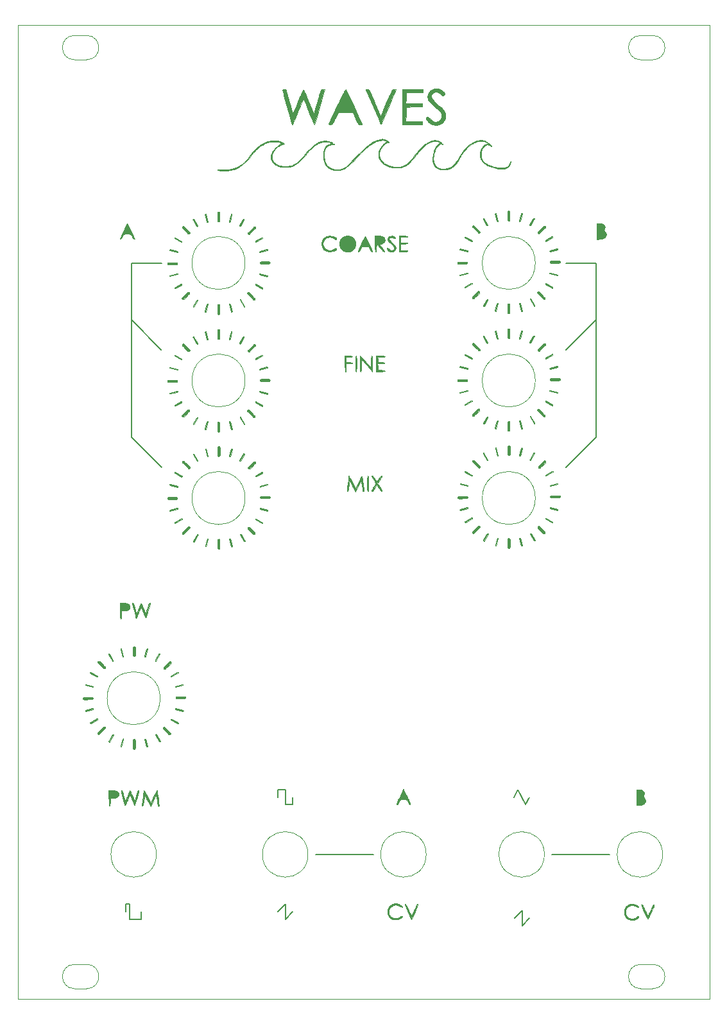
<source format=gbr>
%TF.GenerationSoftware,KiCad,Pcbnew,(6.0.1)*%
%TF.CreationDate,2022-08-28T22:10:02+02:00*%
%TF.ProjectId,pannel - copia (3),70616e6e-656c-4202-9d20-636f70696120,rev?*%
%TF.SameCoordinates,Original*%
%TF.FileFunction,Legend,Top*%
%TF.FilePolarity,Positive*%
%FSLAX46Y46*%
G04 Gerber Fmt 4.6, Leading zero omitted, Abs format (unit mm)*
G04 Created by KiCad (PCBNEW (6.0.1)) date 2022-08-28 22:10:02*
%MOMM*%
%LPD*%
G01*
G04 APERTURE LIST*
%ADD10C,0.092604*%
%ADD11C,0.008643*%
%ADD12C,0.150000*%
%TA.AperFunction,Profile*%
%ADD13C,0.100000*%
%TD*%
G04 APERTURE END LIST*
D10*
X70353306Y-70528757D02*
X70346591Y-70521668D01*
X70346591Y-70521668D02*
X70340233Y-70514407D01*
X70340233Y-70514407D02*
X70334236Y-70506988D01*
X70334236Y-70506988D02*
X70328599Y-70499426D01*
X70328599Y-70499426D02*
X70323326Y-70491736D01*
X70323326Y-70491736D02*
X70318417Y-70483934D01*
X70318417Y-70483934D02*
X70313875Y-70476034D01*
X70313875Y-70476034D02*
X70309701Y-70468051D01*
X70309701Y-70468051D02*
X70302465Y-70451897D01*
X70302465Y-70451897D02*
X70296723Y-70435593D01*
X70296723Y-70435593D02*
X70294417Y-70427422D01*
X70294417Y-70427422D02*
X70292490Y-70419258D01*
X70292490Y-70419258D02*
X70290944Y-70411117D01*
X70290944Y-70411117D02*
X70289779Y-70403013D01*
X70289779Y-70403013D02*
X70288999Y-70394961D01*
X70288999Y-70394961D02*
X70288605Y-70386976D01*
X70288605Y-70386976D02*
X70288599Y-70379074D01*
X70288599Y-70379074D02*
X70288982Y-70371270D01*
X70288982Y-70371270D02*
X70289756Y-70363578D01*
X70289756Y-70363578D02*
X70290924Y-70356013D01*
X70290924Y-70356013D02*
X70292486Y-70348590D01*
X70292486Y-70348590D02*
X70294444Y-70341325D01*
X70294444Y-70341325D02*
X70296801Y-70334233D01*
X70296801Y-70334233D02*
X70299558Y-70327327D01*
X70299558Y-70327327D02*
X70302717Y-70320625D01*
X70302717Y-70320625D02*
X70306279Y-70314139D01*
X70306279Y-70314139D02*
X70310246Y-70307886D01*
X70310246Y-70307886D02*
X70314621Y-70301881D01*
X70314621Y-70301881D02*
X70319405Y-70296138D01*
X70319405Y-70296138D02*
X70324599Y-70290672D01*
X70324599Y-70290672D02*
X70330156Y-70285568D01*
X70330156Y-70285568D02*
X70335982Y-70280879D01*
X70335982Y-70280879D02*
X70342063Y-70276604D01*
X70342063Y-70276604D02*
X70348384Y-70272740D01*
X70348384Y-70272740D02*
X70354930Y-70269286D01*
X70354930Y-70269286D02*
X70361685Y-70266240D01*
X70361685Y-70266240D02*
X70368636Y-70263600D01*
X70368636Y-70263600D02*
X70375767Y-70261363D01*
X70375767Y-70261363D02*
X70383063Y-70259527D01*
X70383063Y-70259527D02*
X70390510Y-70258091D01*
X70390510Y-70258091D02*
X70398092Y-70257053D01*
X70398092Y-70257053D02*
X70405795Y-70256410D01*
X70405795Y-70256410D02*
X70413605Y-70256160D01*
X70413605Y-70256160D02*
X70421505Y-70256302D01*
X70421505Y-70256302D02*
X70429481Y-70256833D01*
X70429481Y-70256833D02*
X70437518Y-70257751D01*
X70437518Y-70257751D02*
X70445602Y-70259054D01*
X70445602Y-70259054D02*
X70453717Y-70260741D01*
X70453717Y-70260741D02*
X70461849Y-70262809D01*
X70461849Y-70262809D02*
X70469983Y-70265256D01*
X70469983Y-70265256D02*
X70478104Y-70268080D01*
X70478104Y-70268080D02*
X70486196Y-70271279D01*
X70486196Y-70271279D02*
X70494246Y-70274852D01*
X70494246Y-70274852D02*
X70502238Y-70278795D01*
X70502238Y-70278795D02*
X70510158Y-70283107D01*
X70510158Y-70283107D02*
X70517990Y-70287786D01*
X70517990Y-70287786D02*
X70525720Y-70292831D01*
X70525720Y-70292831D02*
X70533333Y-70298238D01*
X70533333Y-70298238D02*
X70540813Y-70304005D01*
X70540813Y-70304005D02*
X70548147Y-70310132D01*
X70548147Y-70310132D02*
X70555319Y-70316615D01*
X70555319Y-70316615D02*
X70562314Y-70323453D01*
X70562314Y-70323453D02*
X71217859Y-70990481D01*
X71217859Y-70990481D02*
X71224582Y-70997587D01*
X71224582Y-70997587D02*
X71230948Y-71004864D01*
X71230948Y-71004864D02*
X71236954Y-71012298D01*
X71236954Y-71012298D02*
X71242599Y-71019874D01*
X71242599Y-71019874D02*
X71247881Y-71027576D01*
X71247881Y-71027576D02*
X71252798Y-71035389D01*
X71252798Y-71035389D02*
X71261530Y-71051292D01*
X71261530Y-71051292D02*
X71268781Y-71067461D01*
X71268781Y-71067461D02*
X71274535Y-71083776D01*
X71274535Y-71083776D02*
X71276847Y-71091951D01*
X71276847Y-71091951D02*
X71278780Y-71100118D01*
X71278780Y-71100118D02*
X71280332Y-71108261D01*
X71280332Y-71108261D02*
X71281501Y-71116365D01*
X71281501Y-71116365D02*
X71282285Y-71124417D01*
X71282285Y-71124417D02*
X71282682Y-71132399D01*
X71282682Y-71132399D02*
X71282691Y-71140299D01*
X71282691Y-71140299D02*
X71282310Y-71148099D01*
X71282310Y-71148099D02*
X71281538Y-71155787D01*
X71281538Y-71155787D02*
X71280371Y-71163346D01*
X71280371Y-71163346D02*
X71278809Y-71170761D01*
X71278809Y-71170761D02*
X71276850Y-71178018D01*
X71276850Y-71178018D02*
X71274492Y-71185102D01*
X71274492Y-71185102D02*
X71271732Y-71191996D01*
X71271732Y-71191996D02*
X71268570Y-71198688D01*
X71268570Y-71198688D02*
X71265004Y-71205161D01*
X71265004Y-71205161D02*
X71261031Y-71211400D01*
X71261031Y-71211400D02*
X71256651Y-71217391D01*
X71256651Y-71217391D02*
X71251860Y-71223118D01*
X71251860Y-71223118D02*
X71246658Y-71228567D01*
X71246658Y-71228567D02*
X71241092Y-71233680D01*
X71241092Y-71233680D02*
X71235258Y-71238377D01*
X71235258Y-71238377D02*
X71229170Y-71242659D01*
X71229170Y-71242659D02*
X71222842Y-71246529D01*
X71222842Y-71246529D02*
X71216291Y-71249989D01*
X71216291Y-71249989D02*
X71209530Y-71253041D01*
X71209530Y-71253041D02*
X71202574Y-71255687D01*
X71202574Y-71255687D02*
X71195439Y-71257928D01*
X71195439Y-71257928D02*
X71188140Y-71259768D01*
X71188140Y-71259768D02*
X71180690Y-71261207D01*
X71180690Y-71261207D02*
X71173106Y-71262248D01*
X71173106Y-71262248D02*
X71165401Y-71262894D01*
X71165401Y-71262894D02*
X71157592Y-71263145D01*
X71157592Y-71263145D02*
X71149692Y-71263005D01*
X71149692Y-71263005D02*
X71141717Y-71262475D01*
X71141717Y-71262475D02*
X71133681Y-71261557D01*
X71133681Y-71261557D02*
X71125600Y-71260253D01*
X71125600Y-71260253D02*
X71117488Y-71258566D01*
X71117488Y-71258566D02*
X71109360Y-71256496D01*
X71109360Y-71256496D02*
X71101232Y-71254047D01*
X71101232Y-71254047D02*
X71093117Y-71251221D01*
X71093117Y-71251221D02*
X71085031Y-71248018D01*
X71085031Y-71248018D02*
X71076989Y-71244443D01*
X71076989Y-71244443D02*
X71069006Y-71240495D01*
X71069006Y-71240495D02*
X71061096Y-71236178D01*
X71061096Y-71236178D02*
X71053274Y-71231494D01*
X71053274Y-71231494D02*
X71045556Y-71226444D01*
X71045556Y-71226444D02*
X71037956Y-71221031D01*
X71037956Y-71221031D02*
X71030489Y-71215257D01*
X71030489Y-71215257D02*
X71023170Y-71209123D01*
X71023170Y-71209123D02*
X71016014Y-71202631D01*
X71016014Y-71202631D02*
X71009036Y-71195785D01*
X71009036Y-71195785D02*
X70353306Y-70528757D01*
X70353306Y-70528757D02*
X70353306Y-70528757D01*
G36*
X70421505Y-70256302D02*
G01*
X70429481Y-70256833D01*
X70437518Y-70257751D01*
X70445602Y-70259054D01*
X70453717Y-70260741D01*
X70461849Y-70262809D01*
X70469983Y-70265256D01*
X70478104Y-70268080D01*
X70486196Y-70271279D01*
X70494246Y-70274852D01*
X70502238Y-70278795D01*
X70510158Y-70283107D01*
X70517990Y-70287786D01*
X70525720Y-70292831D01*
X70533333Y-70298238D01*
X70540813Y-70304005D01*
X70548147Y-70310132D01*
X70555319Y-70316615D01*
X70562314Y-70323453D01*
X71217859Y-70990481D01*
X71224582Y-70997587D01*
X71230948Y-71004864D01*
X71236954Y-71012298D01*
X71242599Y-71019874D01*
X71247881Y-71027576D01*
X71252798Y-71035389D01*
X71261530Y-71051292D01*
X71268781Y-71067461D01*
X71274535Y-71083776D01*
X71276847Y-71091951D01*
X71278780Y-71100118D01*
X71280332Y-71108261D01*
X71281501Y-71116365D01*
X71282285Y-71124417D01*
X71282682Y-71132399D01*
X71282691Y-71140299D01*
X71282310Y-71148099D01*
X71281538Y-71155787D01*
X71280371Y-71163346D01*
X71278809Y-71170761D01*
X71276850Y-71178018D01*
X71274492Y-71185102D01*
X71271732Y-71191996D01*
X71268570Y-71198688D01*
X71265004Y-71205161D01*
X71261031Y-71211400D01*
X71256651Y-71217391D01*
X71251860Y-71223118D01*
X71246658Y-71228567D01*
X71241092Y-71233680D01*
X71235258Y-71238377D01*
X71229170Y-71242659D01*
X71222842Y-71246529D01*
X71216291Y-71249989D01*
X71209530Y-71253041D01*
X71202574Y-71255687D01*
X71195439Y-71257928D01*
X71188140Y-71259768D01*
X71180690Y-71261207D01*
X71173106Y-71262248D01*
X71165401Y-71262894D01*
X71157592Y-71263145D01*
X71149692Y-71263005D01*
X71141717Y-71262475D01*
X71133681Y-71261557D01*
X71125600Y-71260253D01*
X71117488Y-71258566D01*
X71109360Y-71256496D01*
X71101232Y-71254047D01*
X71093117Y-71251221D01*
X71085031Y-71248018D01*
X71076989Y-71244443D01*
X71069006Y-71240495D01*
X71061096Y-71236178D01*
X71053274Y-71231494D01*
X71045556Y-71226444D01*
X71037956Y-71221031D01*
X71030489Y-71215257D01*
X71023170Y-71209123D01*
X71016014Y-71202631D01*
X71009036Y-71195785D01*
X70353306Y-70528757D01*
X70346591Y-70521668D01*
X70340233Y-70514407D01*
X70334236Y-70506988D01*
X70328599Y-70499426D01*
X70323326Y-70491736D01*
X70318417Y-70483934D01*
X70313875Y-70476034D01*
X70309701Y-70468051D01*
X70302465Y-70451897D01*
X70296723Y-70435593D01*
X70294417Y-70427422D01*
X70292490Y-70419258D01*
X70290944Y-70411117D01*
X70289779Y-70403013D01*
X70288999Y-70394961D01*
X70288605Y-70386976D01*
X70288599Y-70379074D01*
X70288982Y-70371270D01*
X70289756Y-70363578D01*
X70290924Y-70356013D01*
X70292486Y-70348590D01*
X70294444Y-70341325D01*
X70296801Y-70334233D01*
X70299558Y-70327327D01*
X70302717Y-70320625D01*
X70306279Y-70314139D01*
X70310246Y-70307886D01*
X70314621Y-70301881D01*
X70319405Y-70296138D01*
X70324599Y-70290672D01*
X70330156Y-70285568D01*
X70335982Y-70280879D01*
X70342063Y-70276604D01*
X70348384Y-70272740D01*
X70354930Y-70269286D01*
X70361685Y-70266240D01*
X70368636Y-70263600D01*
X70375767Y-70261363D01*
X70383063Y-70259527D01*
X70390510Y-70258091D01*
X70398092Y-70257053D01*
X70405795Y-70256410D01*
X70413605Y-70256160D01*
X70421505Y-70256302D01*
G37*
X70421505Y-70256302D02*
X70429481Y-70256833D01*
X70437518Y-70257751D01*
X70445602Y-70259054D01*
X70453717Y-70260741D01*
X70461849Y-70262809D01*
X70469983Y-70265256D01*
X70478104Y-70268080D01*
X70486196Y-70271279D01*
X70494246Y-70274852D01*
X70502238Y-70278795D01*
X70510158Y-70283107D01*
X70517990Y-70287786D01*
X70525720Y-70292831D01*
X70533333Y-70298238D01*
X70540813Y-70304005D01*
X70548147Y-70310132D01*
X70555319Y-70316615D01*
X70562314Y-70323453D01*
X71217859Y-70990481D01*
X71224582Y-70997587D01*
X71230948Y-71004864D01*
X71236954Y-71012298D01*
X71242599Y-71019874D01*
X71247881Y-71027576D01*
X71252798Y-71035389D01*
X71261530Y-71051292D01*
X71268781Y-71067461D01*
X71274535Y-71083776D01*
X71276847Y-71091951D01*
X71278780Y-71100118D01*
X71280332Y-71108261D01*
X71281501Y-71116365D01*
X71282285Y-71124417D01*
X71282682Y-71132399D01*
X71282691Y-71140299D01*
X71282310Y-71148099D01*
X71281538Y-71155787D01*
X71280371Y-71163346D01*
X71278809Y-71170761D01*
X71276850Y-71178018D01*
X71274492Y-71185102D01*
X71271732Y-71191996D01*
X71268570Y-71198688D01*
X71265004Y-71205161D01*
X71261031Y-71211400D01*
X71256651Y-71217391D01*
X71251860Y-71223118D01*
X71246658Y-71228567D01*
X71241092Y-71233680D01*
X71235258Y-71238377D01*
X71229170Y-71242659D01*
X71222842Y-71246529D01*
X71216291Y-71249989D01*
X71209530Y-71253041D01*
X71202574Y-71255687D01*
X71195439Y-71257928D01*
X71188140Y-71259768D01*
X71180690Y-71261207D01*
X71173106Y-71262248D01*
X71165401Y-71262894D01*
X71157592Y-71263145D01*
X71149692Y-71263005D01*
X71141717Y-71262475D01*
X71133681Y-71261557D01*
X71125600Y-71260253D01*
X71117488Y-71258566D01*
X71109360Y-71256496D01*
X71101232Y-71254047D01*
X71093117Y-71251221D01*
X71085031Y-71248018D01*
X71076989Y-71244443D01*
X71069006Y-71240495D01*
X71061096Y-71236178D01*
X71053274Y-71231494D01*
X71045556Y-71226444D01*
X71037956Y-71221031D01*
X71030489Y-71215257D01*
X71023170Y-71209123D01*
X71016014Y-71202631D01*
X71009036Y-71195785D01*
X70353306Y-70528757D01*
X70346591Y-70521668D01*
X70340233Y-70514407D01*
X70334236Y-70506988D01*
X70328599Y-70499426D01*
X70323326Y-70491736D01*
X70318417Y-70483934D01*
X70313875Y-70476034D01*
X70309701Y-70468051D01*
X70302465Y-70451897D01*
X70296723Y-70435593D01*
X70294417Y-70427422D01*
X70292490Y-70419258D01*
X70290944Y-70411117D01*
X70289779Y-70403013D01*
X70288999Y-70394961D01*
X70288605Y-70386976D01*
X70288599Y-70379074D01*
X70288982Y-70371270D01*
X70289756Y-70363578D01*
X70290924Y-70356013D01*
X70292486Y-70348590D01*
X70294444Y-70341325D01*
X70296801Y-70334233D01*
X70299558Y-70327327D01*
X70302717Y-70320625D01*
X70306279Y-70314139D01*
X70310246Y-70307886D01*
X70314621Y-70301881D01*
X70319405Y-70296138D01*
X70324599Y-70290672D01*
X70330156Y-70285568D01*
X70335982Y-70280879D01*
X70342063Y-70276604D01*
X70348384Y-70272740D01*
X70354930Y-70269286D01*
X70361685Y-70266240D01*
X70368636Y-70263600D01*
X70375767Y-70261363D01*
X70383063Y-70259527D01*
X70390510Y-70258091D01*
X70398092Y-70257053D01*
X70405795Y-70256410D01*
X70413605Y-70256160D01*
X70421505Y-70256302D01*
X71980362Y-64996214D02*
X71976844Y-64997074D01*
X71976844Y-64997074D02*
X71973326Y-64997747D01*
X71973326Y-64997747D02*
X71969813Y-64998236D01*
X71969813Y-64998236D02*
X71966310Y-64998544D01*
X71966310Y-64998544D02*
X71962823Y-64998673D01*
X71962823Y-64998673D02*
X71959356Y-64998629D01*
X71959356Y-64998629D02*
X71955916Y-64998412D01*
X71955916Y-64998412D02*
X71952507Y-64998027D01*
X71952507Y-64998027D02*
X71949134Y-64997477D01*
X71949134Y-64997477D02*
X71945803Y-64996764D01*
X71945803Y-64996764D02*
X71942519Y-64995892D01*
X71942519Y-64995892D02*
X71939287Y-64994864D01*
X71939287Y-64994864D02*
X71936113Y-64993684D01*
X71936113Y-64993684D02*
X71933001Y-64992354D01*
X71933001Y-64992354D02*
X71929957Y-64990877D01*
X71929957Y-64990877D02*
X71926987Y-64989257D01*
X71926987Y-64989257D02*
X71924094Y-64987497D01*
X71924094Y-64987497D02*
X71921286Y-64985599D01*
X71921286Y-64985599D02*
X71918566Y-64983568D01*
X71918566Y-64983568D02*
X71915941Y-64981405D01*
X71915941Y-64981405D02*
X71913415Y-64979115D01*
X71913415Y-64979115D02*
X71910993Y-64976701D01*
X71910993Y-64976701D02*
X71908681Y-64974165D01*
X71908681Y-64974165D02*
X71906485Y-64971510D01*
X71906485Y-64971510D02*
X71904408Y-64968741D01*
X71904408Y-64968741D02*
X71902458Y-64965859D01*
X71902458Y-64965859D02*
X71900638Y-64962869D01*
X71900638Y-64962869D02*
X71898954Y-64959773D01*
X71898954Y-64959773D02*
X71897411Y-64956574D01*
X71897411Y-64956574D02*
X71896015Y-64953275D01*
X71896015Y-64953275D02*
X71894771Y-64949881D01*
X71894771Y-64949881D02*
X71893683Y-64946393D01*
X71893683Y-64946393D02*
X71892864Y-64942875D01*
X71892864Y-64942875D02*
X71892229Y-64939356D01*
X71892229Y-64939356D02*
X71891773Y-64935842D01*
X71891773Y-64935842D02*
X71891495Y-64932338D01*
X71891495Y-64932338D02*
X71891390Y-64928850D01*
X71891390Y-64928850D02*
X71891457Y-64925383D01*
X71891457Y-64925383D02*
X71891693Y-64921942D01*
X71891693Y-64921942D02*
X71892094Y-64918532D01*
X71892094Y-64918532D02*
X71892657Y-64915160D01*
X71892657Y-64915160D02*
X71893379Y-64911830D01*
X71893379Y-64911830D02*
X71894258Y-64908548D01*
X71894258Y-64908548D02*
X71895290Y-64905319D01*
X71895290Y-64905319D02*
X71896473Y-64902148D01*
X71896473Y-64902148D02*
X71897804Y-64899041D01*
X71897804Y-64899041D02*
X71899279Y-64896004D01*
X71899279Y-64896004D02*
X71900895Y-64893041D01*
X71900895Y-64893041D02*
X71902651Y-64890159D01*
X71902651Y-64890159D02*
X71904542Y-64887362D01*
X71904542Y-64887362D02*
X71906565Y-64884655D01*
X71906565Y-64884655D02*
X71908718Y-64882045D01*
X71908718Y-64882045D02*
X71910999Y-64879536D01*
X71910999Y-64879536D02*
X71913402Y-64877134D01*
X71913402Y-64877134D02*
X71915927Y-64874845D01*
X71915927Y-64874845D02*
X71918570Y-64872673D01*
X71918570Y-64872673D02*
X71921327Y-64870624D01*
X71921327Y-64870624D02*
X71924197Y-64868703D01*
X71924197Y-64868703D02*
X71927175Y-64866917D01*
X71927175Y-64866917D02*
X71930259Y-64865269D01*
X71930259Y-64865269D02*
X71933447Y-64863766D01*
X71933447Y-64863766D02*
X71936734Y-64862413D01*
X71936734Y-64862413D02*
X71940119Y-64861216D01*
X71940119Y-64861216D02*
X71943598Y-64860178D01*
X71943598Y-64860178D02*
X72880474Y-64608203D01*
X72880474Y-64608203D02*
X72884017Y-64607326D01*
X72884017Y-64607326D02*
X72887560Y-64606639D01*
X72887560Y-64606639D02*
X72891098Y-64606138D01*
X72891098Y-64606138D02*
X72894624Y-64605819D01*
X72894624Y-64605819D02*
X72898133Y-64605680D01*
X72898133Y-64605680D02*
X72901621Y-64605717D01*
X72901621Y-64605717D02*
X72905081Y-64605927D01*
X72905081Y-64605927D02*
X72908508Y-64606307D01*
X72908508Y-64606307D02*
X72911898Y-64606853D01*
X72911898Y-64606853D02*
X72915243Y-64607562D01*
X72915243Y-64607562D02*
X72918540Y-64608431D01*
X72918540Y-64608431D02*
X72921783Y-64609456D01*
X72921783Y-64609456D02*
X72924966Y-64610634D01*
X72924966Y-64610634D02*
X72928084Y-64611963D01*
X72928084Y-64611963D02*
X72931131Y-64613437D01*
X72931131Y-64613437D02*
X72934103Y-64615055D01*
X72934103Y-64615055D02*
X72936994Y-64616813D01*
X72936994Y-64616813D02*
X72939798Y-64618708D01*
X72939798Y-64618708D02*
X72942511Y-64620736D01*
X72942511Y-64620736D02*
X72945126Y-64622895D01*
X72945126Y-64622895D02*
X72947638Y-64625180D01*
X72947638Y-64625180D02*
X72950043Y-64627588D01*
X72950043Y-64627588D02*
X72952334Y-64630117D01*
X72952334Y-64630117D02*
X72954507Y-64632763D01*
X72954507Y-64632763D02*
X72956555Y-64635523D01*
X72956555Y-64635523D02*
X72958474Y-64638392D01*
X72958474Y-64638392D02*
X72960258Y-64641369D01*
X72960258Y-64641369D02*
X72961902Y-64644450D01*
X72961902Y-64644450D02*
X72963400Y-64647632D01*
X72963400Y-64647632D02*
X72964747Y-64650910D01*
X72964747Y-64650910D02*
X72965938Y-64654283D01*
X72965938Y-64654283D02*
X72966967Y-64657746D01*
X72966967Y-64657746D02*
X72967803Y-64661281D01*
X72967803Y-64661281D02*
X72968454Y-64664816D01*
X72968454Y-64664816D02*
X72968925Y-64668346D01*
X72968925Y-64668346D02*
X72969217Y-64671865D01*
X72969217Y-64671865D02*
X72969335Y-64675368D01*
X72969335Y-64675368D02*
X72969280Y-64678850D01*
X72969280Y-64678850D02*
X72969056Y-64682304D01*
X72969056Y-64682304D02*
X72968667Y-64685727D01*
X72968667Y-64685727D02*
X72968114Y-64689111D01*
X72968114Y-64689111D02*
X72967402Y-64692453D01*
X72967402Y-64692453D02*
X72966533Y-64695746D01*
X72966533Y-64695746D02*
X72965510Y-64698985D01*
X72965510Y-64698985D02*
X72964336Y-64702164D01*
X72964336Y-64702164D02*
X72963014Y-64705280D01*
X72963014Y-64705280D02*
X72961548Y-64708325D01*
X72961548Y-64708325D02*
X72959940Y-64711294D01*
X72959940Y-64711294D02*
X72958194Y-64714183D01*
X72958194Y-64714183D02*
X72956312Y-64716985D01*
X72956312Y-64716985D02*
X72954297Y-64719696D01*
X72954297Y-64719696D02*
X72952153Y-64722310D01*
X72952153Y-64722310D02*
X72949882Y-64724821D01*
X72949882Y-64724821D02*
X72947488Y-64727225D01*
X72947488Y-64727225D02*
X72944973Y-64729515D01*
X72944973Y-64729515D02*
X72942341Y-64731687D01*
X72942341Y-64731687D02*
X72939595Y-64733735D01*
X72939595Y-64733735D02*
X72936737Y-64735654D01*
X72936737Y-64735654D02*
X72933771Y-64737437D01*
X72933771Y-64737437D02*
X72930700Y-64739081D01*
X72930700Y-64739081D02*
X72927527Y-64740579D01*
X72927527Y-64740579D02*
X72924254Y-64741926D01*
X72924254Y-64741926D02*
X72920886Y-64743116D01*
X72920886Y-64743116D02*
X72917424Y-64744145D01*
X72917424Y-64744145D02*
X71980362Y-64996214D01*
X71980362Y-64996214D02*
X71980362Y-64996214D01*
G36*
X72901621Y-64605717D02*
G01*
X72905081Y-64605927D01*
X72908508Y-64606307D01*
X72911898Y-64606853D01*
X72915243Y-64607562D01*
X72918540Y-64608431D01*
X72921783Y-64609456D01*
X72924966Y-64610634D01*
X72928084Y-64611963D01*
X72931131Y-64613437D01*
X72934103Y-64615055D01*
X72936994Y-64616813D01*
X72939798Y-64618708D01*
X72942511Y-64620736D01*
X72945126Y-64622895D01*
X72947638Y-64625180D01*
X72950043Y-64627588D01*
X72952334Y-64630117D01*
X72954507Y-64632763D01*
X72956555Y-64635523D01*
X72958474Y-64638392D01*
X72960258Y-64641369D01*
X72961902Y-64644450D01*
X72963400Y-64647632D01*
X72964747Y-64650910D01*
X72965938Y-64654283D01*
X72966967Y-64657746D01*
X72967803Y-64661281D01*
X72968454Y-64664816D01*
X72968925Y-64668346D01*
X72969217Y-64671865D01*
X72969335Y-64675368D01*
X72969280Y-64678850D01*
X72969056Y-64682304D01*
X72968667Y-64685727D01*
X72968114Y-64689111D01*
X72967402Y-64692453D01*
X72966533Y-64695746D01*
X72965510Y-64698985D01*
X72964336Y-64702164D01*
X72963014Y-64705280D01*
X72961548Y-64708325D01*
X72959940Y-64711294D01*
X72958194Y-64714183D01*
X72956312Y-64716985D01*
X72954297Y-64719696D01*
X72952153Y-64722310D01*
X72949882Y-64724821D01*
X72947488Y-64727225D01*
X72944973Y-64729515D01*
X72942341Y-64731687D01*
X72939595Y-64733735D01*
X72936737Y-64735654D01*
X72933771Y-64737437D01*
X72930700Y-64739081D01*
X72927527Y-64740579D01*
X72924254Y-64741926D01*
X72920886Y-64743116D01*
X72917424Y-64744145D01*
X71980362Y-64996214D01*
X71976844Y-64997074D01*
X71973326Y-64997747D01*
X71969813Y-64998236D01*
X71966310Y-64998544D01*
X71962823Y-64998673D01*
X71959356Y-64998629D01*
X71955916Y-64998412D01*
X71952507Y-64998027D01*
X71949134Y-64997477D01*
X71945803Y-64996764D01*
X71942519Y-64995892D01*
X71939287Y-64994864D01*
X71936113Y-64993684D01*
X71933001Y-64992354D01*
X71929957Y-64990877D01*
X71926987Y-64989257D01*
X71924094Y-64987497D01*
X71921286Y-64985599D01*
X71918566Y-64983568D01*
X71915941Y-64981405D01*
X71913415Y-64979115D01*
X71910993Y-64976701D01*
X71908681Y-64974165D01*
X71906485Y-64971510D01*
X71904408Y-64968741D01*
X71902458Y-64965859D01*
X71900638Y-64962869D01*
X71898954Y-64959773D01*
X71897411Y-64956574D01*
X71896015Y-64953275D01*
X71894771Y-64949881D01*
X71893683Y-64946393D01*
X71892864Y-64942875D01*
X71892229Y-64939356D01*
X71891773Y-64935842D01*
X71891495Y-64932338D01*
X71891390Y-64928850D01*
X71891457Y-64925383D01*
X71891693Y-64921942D01*
X71892094Y-64918532D01*
X71892657Y-64915160D01*
X71893379Y-64911830D01*
X71894258Y-64908548D01*
X71895290Y-64905319D01*
X71896473Y-64902148D01*
X71897804Y-64899041D01*
X71899279Y-64896004D01*
X71900895Y-64893041D01*
X71902651Y-64890159D01*
X71904542Y-64887362D01*
X71906565Y-64884655D01*
X71908718Y-64882045D01*
X71910999Y-64879536D01*
X71913402Y-64877134D01*
X71915927Y-64874845D01*
X71918570Y-64872673D01*
X71921327Y-64870624D01*
X71924197Y-64868703D01*
X71927175Y-64866917D01*
X71930259Y-64865269D01*
X71933447Y-64863766D01*
X71936734Y-64862413D01*
X71940119Y-64861216D01*
X71943598Y-64860178D01*
X72880474Y-64608203D01*
X72884017Y-64607326D01*
X72887560Y-64606639D01*
X72891098Y-64606138D01*
X72894624Y-64605819D01*
X72898133Y-64605680D01*
X72901621Y-64605717D01*
G37*
X72901621Y-64605717D02*
X72905081Y-64605927D01*
X72908508Y-64606307D01*
X72911898Y-64606853D01*
X72915243Y-64607562D01*
X72918540Y-64608431D01*
X72921783Y-64609456D01*
X72924966Y-64610634D01*
X72928084Y-64611963D01*
X72931131Y-64613437D01*
X72934103Y-64615055D01*
X72936994Y-64616813D01*
X72939798Y-64618708D01*
X72942511Y-64620736D01*
X72945126Y-64622895D01*
X72947638Y-64625180D01*
X72950043Y-64627588D01*
X72952334Y-64630117D01*
X72954507Y-64632763D01*
X72956555Y-64635523D01*
X72958474Y-64638392D01*
X72960258Y-64641369D01*
X72961902Y-64644450D01*
X72963400Y-64647632D01*
X72964747Y-64650910D01*
X72965938Y-64654283D01*
X72966967Y-64657746D01*
X72967803Y-64661281D01*
X72968454Y-64664816D01*
X72968925Y-64668346D01*
X72969217Y-64671865D01*
X72969335Y-64675368D01*
X72969280Y-64678850D01*
X72969056Y-64682304D01*
X72968667Y-64685727D01*
X72968114Y-64689111D01*
X72967402Y-64692453D01*
X72966533Y-64695746D01*
X72965510Y-64698985D01*
X72964336Y-64702164D01*
X72963014Y-64705280D01*
X72961548Y-64708325D01*
X72959940Y-64711294D01*
X72958194Y-64714183D01*
X72956312Y-64716985D01*
X72954297Y-64719696D01*
X72952153Y-64722310D01*
X72949882Y-64724821D01*
X72947488Y-64727225D01*
X72944973Y-64729515D01*
X72942341Y-64731687D01*
X72939595Y-64733735D01*
X72936737Y-64735654D01*
X72933771Y-64737437D01*
X72930700Y-64739081D01*
X72927527Y-64740579D01*
X72924254Y-64741926D01*
X72920886Y-64743116D01*
X72917424Y-64744145D01*
X71980362Y-64996214D01*
X71976844Y-64997074D01*
X71973326Y-64997747D01*
X71969813Y-64998236D01*
X71966310Y-64998544D01*
X71962823Y-64998673D01*
X71959356Y-64998629D01*
X71955916Y-64998412D01*
X71952507Y-64998027D01*
X71949134Y-64997477D01*
X71945803Y-64996764D01*
X71942519Y-64995892D01*
X71939287Y-64994864D01*
X71936113Y-64993684D01*
X71933001Y-64992354D01*
X71929957Y-64990877D01*
X71926987Y-64989257D01*
X71924094Y-64987497D01*
X71921286Y-64985599D01*
X71918566Y-64983568D01*
X71915941Y-64981405D01*
X71913415Y-64979115D01*
X71910993Y-64976701D01*
X71908681Y-64974165D01*
X71906485Y-64971510D01*
X71904408Y-64968741D01*
X71902458Y-64965859D01*
X71900638Y-64962869D01*
X71898954Y-64959773D01*
X71897411Y-64956574D01*
X71896015Y-64953275D01*
X71894771Y-64949881D01*
X71893683Y-64946393D01*
X71892864Y-64942875D01*
X71892229Y-64939356D01*
X71891773Y-64935842D01*
X71891495Y-64932338D01*
X71891390Y-64928850D01*
X71891457Y-64925383D01*
X71891693Y-64921942D01*
X71892094Y-64918532D01*
X71892657Y-64915160D01*
X71893379Y-64911830D01*
X71894258Y-64908548D01*
X71895290Y-64905319D01*
X71896473Y-64902148D01*
X71897804Y-64899041D01*
X71899279Y-64896004D01*
X71900895Y-64893041D01*
X71902651Y-64890159D01*
X71904542Y-64887362D01*
X71906565Y-64884655D01*
X71908718Y-64882045D01*
X71910999Y-64879536D01*
X71913402Y-64877134D01*
X71915927Y-64874845D01*
X71918570Y-64872673D01*
X71921327Y-64870624D01*
X71924197Y-64868703D01*
X71927175Y-64866917D01*
X71930259Y-64865269D01*
X71933447Y-64863766D01*
X71936734Y-64862413D01*
X71940119Y-64861216D01*
X71943598Y-64860178D01*
X72880474Y-64608203D01*
X72884017Y-64607326D01*
X72887560Y-64606639D01*
X72891098Y-64606138D01*
X72894624Y-64605819D01*
X72898133Y-64605680D01*
X72901621Y-64605717D01*
X55435141Y-118083563D02*
X55435050Y-118087187D01*
X55334239Y-118147006D02*
X55331204Y-118145453D01*
X104809778Y-75110467D02*
X104812812Y-75112021D01*
X66530201Y-91756126D02*
X66526677Y-91756573D01*
X104711090Y-76161999D02*
X104710304Y-76158593D01*
X66562677Y-75245193D02*
X66563936Y-75248390D01*
X104782879Y-60714690D02*
X104779255Y-60714781D01*
X104779969Y-91655086D02*
X104776698Y-91653980D01*
X104758317Y-75106693D02*
X104761657Y-75105745D01*
X104839451Y-59637405D02*
X104841145Y-59640353D01*
X66537185Y-59714232D02*
X66539944Y-59716194D01*
X61076019Y-95809850D02*
X61079481Y-95810870D01*
X61079481Y-95810870D02*
X61082851Y-95812053D01*
X61082851Y-95812053D02*
X61086126Y-95813393D01*
X61086126Y-95813393D02*
X61089303Y-95814884D01*
X61089303Y-95814884D02*
X61092379Y-95816521D01*
X61092379Y-95816521D02*
X61095349Y-95818299D01*
X61095349Y-95818299D02*
X61098213Y-95820212D01*
X61098213Y-95820212D02*
X61100965Y-95822254D01*
X61100965Y-95822254D02*
X61103604Y-95824422D01*
X61103604Y-95824422D02*
X61106126Y-95826708D01*
X61106126Y-95826708D02*
X61108528Y-95829107D01*
X61108528Y-95829107D02*
X61110806Y-95831615D01*
X61110806Y-95831615D02*
X61112959Y-95834226D01*
X61112959Y-95834226D02*
X61114982Y-95836934D01*
X61114982Y-95836934D02*
X61116873Y-95839734D01*
X61116873Y-95839734D02*
X61118628Y-95842620D01*
X61118628Y-95842620D02*
X61120245Y-95845588D01*
X61120245Y-95845588D02*
X61121719Y-95848631D01*
X61121719Y-95848631D02*
X61123049Y-95851744D01*
X61123049Y-95851744D02*
X61124232Y-95854923D01*
X61124232Y-95854923D02*
X61125263Y-95858161D01*
X61125263Y-95858161D02*
X61126139Y-95861453D01*
X61126139Y-95861453D02*
X61126859Y-95864794D01*
X61126859Y-95864794D02*
X61127418Y-95868177D01*
X61127418Y-95868177D02*
X61127814Y-95871599D01*
X61127814Y-95871599D02*
X61128043Y-95875053D01*
X61128043Y-95875053D02*
X61128103Y-95878535D01*
X61128103Y-95878535D02*
X61127990Y-95882037D01*
X61127990Y-95882037D02*
X61127701Y-95885557D01*
X61127701Y-95885557D02*
X61127232Y-95889086D01*
X61127232Y-95889086D02*
X61126582Y-95892622D01*
X61126582Y-95892622D02*
X61125747Y-95896157D01*
X61125747Y-95896157D02*
X61124710Y-95899636D01*
X61124710Y-95899636D02*
X61123512Y-95903021D01*
X61123512Y-95903021D02*
X61122159Y-95906310D01*
X61122159Y-95906310D02*
X61120656Y-95909498D01*
X61120656Y-95909498D02*
X61119008Y-95912584D01*
X61119008Y-95912584D02*
X61117221Y-95915564D01*
X61117221Y-95915564D02*
X61115301Y-95918435D01*
X61115301Y-95918435D02*
X61113251Y-95921195D01*
X61113251Y-95921195D02*
X61111079Y-95923839D01*
X61111079Y-95923839D02*
X61108788Y-95926365D01*
X61108788Y-95926365D02*
X61106386Y-95928770D01*
X61106386Y-95928770D02*
X61103876Y-95931050D01*
X61103876Y-95931050D02*
X61101264Y-95933204D01*
X61101264Y-95933204D02*
X61098556Y-95935227D01*
X61098556Y-95935227D02*
X61095757Y-95937117D01*
X61095757Y-95937117D02*
X61092873Y-95938870D01*
X61092873Y-95938870D02*
X61089908Y-95940484D01*
X61089908Y-95940484D02*
X61086868Y-95941956D01*
X61086868Y-95941956D02*
X61083758Y-95943282D01*
X61083758Y-95943282D02*
X61080584Y-95944459D01*
X61080584Y-95944459D02*
X61077352Y-95945485D01*
X61077352Y-95945485D02*
X61074066Y-95946356D01*
X61074066Y-95946356D02*
X61070731Y-95947069D01*
X61070731Y-95947069D02*
X61067354Y-95947621D01*
X61067354Y-95947621D02*
X61063940Y-95948010D01*
X61063940Y-95948010D02*
X61060493Y-95948232D01*
X61060493Y-95948232D02*
X61057020Y-95948283D01*
X61057020Y-95948283D02*
X61053525Y-95948162D01*
X61053525Y-95948162D02*
X61050014Y-95947864D01*
X61050014Y-95947864D02*
X61046493Y-95947388D01*
X61046493Y-95947388D02*
X61042966Y-95946729D01*
X61042966Y-95946729D02*
X61039440Y-95945885D01*
X61039440Y-95945885D02*
X60102286Y-95694094D01*
X60102286Y-95694094D02*
X60098798Y-95693073D01*
X60098798Y-95693073D02*
X60095404Y-95691889D01*
X60095404Y-95691889D02*
X60092107Y-95690547D01*
X60092107Y-95690547D02*
X60088910Y-95689053D01*
X60088910Y-95689053D02*
X60085816Y-95687412D01*
X60085816Y-95687412D02*
X60082827Y-95685630D01*
X60082827Y-95685630D02*
X60079948Y-95683713D01*
X60079948Y-95683713D02*
X60077181Y-95681665D01*
X60077181Y-95681665D02*
X60074530Y-95679493D01*
X60074530Y-95679493D02*
X60071997Y-95677202D01*
X60071997Y-95677202D02*
X60069585Y-95674798D01*
X60069585Y-95674798D02*
X60067298Y-95672285D01*
X60067298Y-95672285D02*
X60065138Y-95669670D01*
X60065138Y-95669670D02*
X60063109Y-95666958D01*
X60063109Y-95666958D02*
X60061214Y-95664155D01*
X60061214Y-95664155D02*
X60059456Y-95661266D01*
X60059456Y-95661266D02*
X60057838Y-95658297D01*
X60057838Y-95658297D02*
X60056363Y-95655253D01*
X60056363Y-95655253D02*
X60055035Y-95652140D01*
X60055035Y-95652140D02*
X60053855Y-95648963D01*
X60053855Y-95648963D02*
X60052828Y-95645727D01*
X60052828Y-95645727D02*
X60051956Y-95642440D01*
X60051956Y-95642440D02*
X60051243Y-95639105D01*
X60051243Y-95639105D02*
X60050691Y-95635728D01*
X60050691Y-95635728D02*
X60050304Y-95632315D01*
X60050304Y-95632315D02*
X60050085Y-95628872D01*
X60050085Y-95628872D02*
X60050036Y-95625404D01*
X60050036Y-95625404D02*
X60050162Y-95621916D01*
X60050162Y-95621916D02*
X60050464Y-95618414D01*
X60050464Y-95618414D02*
X60050947Y-95614904D01*
X60050947Y-95614904D02*
X60051613Y-95611391D01*
X60051613Y-95611391D02*
X60052465Y-95607880D01*
X60052465Y-95607880D02*
X60053494Y-95604393D01*
X60053494Y-95604393D02*
X60054684Y-95601000D01*
X60054684Y-95601000D02*
X60056031Y-95597704D01*
X60056031Y-95597704D02*
X60057529Y-95594508D01*
X60057529Y-95594508D02*
X60059173Y-95591415D01*
X60059173Y-95591415D02*
X60060956Y-95588429D01*
X60060956Y-95588429D02*
X60062874Y-95585552D01*
X60062874Y-95585552D02*
X60064921Y-95582787D01*
X60064921Y-95582787D02*
X60067093Y-95580138D01*
X60067093Y-95580138D02*
X60069382Y-95577607D01*
X60069382Y-95577607D02*
X60071785Y-95575197D01*
X60071785Y-95575197D02*
X60074295Y-95572912D01*
X60074295Y-95572912D02*
X60076908Y-95570753D01*
X60076908Y-95570753D02*
X60079617Y-95568726D01*
X60079617Y-95568726D02*
X60082418Y-95566832D01*
X60082418Y-95566832D02*
X60085305Y-95565074D01*
X60085305Y-95565074D02*
X60088272Y-95563455D01*
X60088272Y-95563455D02*
X60091314Y-95561980D01*
X60091314Y-95561980D02*
X60094426Y-95560649D01*
X60094426Y-95560649D02*
X60097603Y-95559467D01*
X60097603Y-95559467D02*
X60100838Y-95558437D01*
X60100838Y-95558437D02*
X60104127Y-95557561D01*
X60104127Y-95557561D02*
X60107465Y-95556843D01*
X60107465Y-95556843D02*
X60110844Y-95556285D01*
X60110844Y-95556285D02*
X60114262Y-95555891D01*
X60114262Y-95555891D02*
X60117711Y-95555663D01*
X60117711Y-95555663D02*
X60121186Y-95555605D01*
X60121186Y-95555605D02*
X60124683Y-95555720D01*
X60124683Y-95555720D02*
X60128195Y-95556011D01*
X60128195Y-95556011D02*
X60131718Y-95556480D01*
X60131718Y-95556480D02*
X60135245Y-95557131D01*
X60135245Y-95557131D02*
X60138772Y-95557966D01*
X60138772Y-95557966D02*
X61076019Y-95809850D01*
X61076019Y-95809850D02*
X61076019Y-95809850D01*
G36*
X60124683Y-95555720D02*
G01*
X60128195Y-95556011D01*
X60131718Y-95556480D01*
X60135245Y-95557131D01*
X60138772Y-95557966D01*
X61076019Y-95809850D01*
X61079481Y-95810870D01*
X61082851Y-95812053D01*
X61086126Y-95813393D01*
X61089303Y-95814884D01*
X61092379Y-95816521D01*
X61095349Y-95818299D01*
X61098213Y-95820212D01*
X61100965Y-95822254D01*
X61103604Y-95824422D01*
X61106126Y-95826708D01*
X61108528Y-95829107D01*
X61110806Y-95831615D01*
X61112959Y-95834226D01*
X61114982Y-95836934D01*
X61116873Y-95839734D01*
X61118628Y-95842620D01*
X61120245Y-95845588D01*
X61121719Y-95848631D01*
X61123049Y-95851744D01*
X61124232Y-95854923D01*
X61125263Y-95858161D01*
X61126139Y-95861453D01*
X61126859Y-95864794D01*
X61127418Y-95868177D01*
X61127814Y-95871599D01*
X61128043Y-95875053D01*
X61128103Y-95878535D01*
X61127990Y-95882037D01*
X61127701Y-95885557D01*
X61127232Y-95889086D01*
X61126582Y-95892622D01*
X61125747Y-95896157D01*
X61124710Y-95899636D01*
X61123512Y-95903021D01*
X61122159Y-95906310D01*
X61120656Y-95909498D01*
X61119008Y-95912584D01*
X61117221Y-95915564D01*
X61115301Y-95918435D01*
X61113251Y-95921195D01*
X61111079Y-95923839D01*
X61108788Y-95926365D01*
X61106386Y-95928770D01*
X61103876Y-95931050D01*
X61101264Y-95933204D01*
X61098556Y-95935227D01*
X61095757Y-95937117D01*
X61092873Y-95938870D01*
X61089908Y-95940484D01*
X61086868Y-95941956D01*
X61083758Y-95943282D01*
X61080584Y-95944459D01*
X61077352Y-95945485D01*
X61074066Y-95946356D01*
X61070731Y-95947069D01*
X61067354Y-95947621D01*
X61063940Y-95948010D01*
X61060493Y-95948232D01*
X61057020Y-95948283D01*
X61053525Y-95948162D01*
X61050014Y-95947864D01*
X61046493Y-95947388D01*
X61042966Y-95946729D01*
X61039440Y-95945885D01*
X60102286Y-95694094D01*
X60098798Y-95693073D01*
X60095404Y-95691889D01*
X60092107Y-95690547D01*
X60088910Y-95689053D01*
X60085816Y-95687412D01*
X60082827Y-95685630D01*
X60079948Y-95683713D01*
X60077181Y-95681665D01*
X60074530Y-95679493D01*
X60071997Y-95677202D01*
X60069585Y-95674798D01*
X60067298Y-95672285D01*
X60065138Y-95669670D01*
X60063109Y-95666958D01*
X60061214Y-95664155D01*
X60059456Y-95661266D01*
X60057838Y-95658297D01*
X60056363Y-95655253D01*
X60055035Y-95652140D01*
X60053855Y-95648963D01*
X60052828Y-95645727D01*
X60051956Y-95642440D01*
X60051243Y-95639105D01*
X60050691Y-95635728D01*
X60050304Y-95632315D01*
X60050085Y-95628872D01*
X60050036Y-95625404D01*
X60050162Y-95621916D01*
X60050464Y-95618414D01*
X60050947Y-95614904D01*
X60051613Y-95611391D01*
X60052465Y-95607880D01*
X60053494Y-95604393D01*
X60054684Y-95601000D01*
X60056031Y-95597704D01*
X60057529Y-95594508D01*
X60059173Y-95591415D01*
X60060956Y-95588429D01*
X60062874Y-95585552D01*
X60064921Y-95582787D01*
X60067093Y-95580138D01*
X60069382Y-95577607D01*
X60071785Y-95575197D01*
X60074295Y-95572912D01*
X60076908Y-95570753D01*
X60079617Y-95568726D01*
X60082418Y-95566832D01*
X60085305Y-95565074D01*
X60088272Y-95563455D01*
X60091314Y-95561980D01*
X60094426Y-95560649D01*
X60097603Y-95559467D01*
X60100838Y-95558437D01*
X60104127Y-95557561D01*
X60107465Y-95556843D01*
X60110844Y-95556285D01*
X60114262Y-95555891D01*
X60117711Y-95555663D01*
X60121186Y-95555605D01*
X60124683Y-95555720D01*
G37*
X60124683Y-95555720D02*
X60128195Y-95556011D01*
X60131718Y-95556480D01*
X60135245Y-95557131D01*
X60138772Y-95557966D01*
X61076019Y-95809850D01*
X61079481Y-95810870D01*
X61082851Y-95812053D01*
X61086126Y-95813393D01*
X61089303Y-95814884D01*
X61092379Y-95816521D01*
X61095349Y-95818299D01*
X61098213Y-95820212D01*
X61100965Y-95822254D01*
X61103604Y-95824422D01*
X61106126Y-95826708D01*
X61108528Y-95829107D01*
X61110806Y-95831615D01*
X61112959Y-95834226D01*
X61114982Y-95836934D01*
X61116873Y-95839734D01*
X61118628Y-95842620D01*
X61120245Y-95845588D01*
X61121719Y-95848631D01*
X61123049Y-95851744D01*
X61124232Y-95854923D01*
X61125263Y-95858161D01*
X61126139Y-95861453D01*
X61126859Y-95864794D01*
X61127418Y-95868177D01*
X61127814Y-95871599D01*
X61128043Y-95875053D01*
X61128103Y-95878535D01*
X61127990Y-95882037D01*
X61127701Y-95885557D01*
X61127232Y-95889086D01*
X61126582Y-95892622D01*
X61125747Y-95896157D01*
X61124710Y-95899636D01*
X61123512Y-95903021D01*
X61122159Y-95906310D01*
X61120656Y-95909498D01*
X61119008Y-95912584D01*
X61117221Y-95915564D01*
X61115301Y-95918435D01*
X61113251Y-95921195D01*
X61111079Y-95923839D01*
X61108788Y-95926365D01*
X61106386Y-95928770D01*
X61103876Y-95931050D01*
X61101264Y-95933204D01*
X61098556Y-95935227D01*
X61095757Y-95937117D01*
X61092873Y-95938870D01*
X61089908Y-95940484D01*
X61086868Y-95941956D01*
X61083758Y-95943282D01*
X61080584Y-95944459D01*
X61077352Y-95945485D01*
X61074066Y-95946356D01*
X61070731Y-95947069D01*
X61067354Y-95947621D01*
X61063940Y-95948010D01*
X61060493Y-95948232D01*
X61057020Y-95948283D01*
X61053525Y-95948162D01*
X61050014Y-95947864D01*
X61046493Y-95947388D01*
X61042966Y-95946729D01*
X61039440Y-95945885D01*
X60102286Y-95694094D01*
X60098798Y-95693073D01*
X60095404Y-95691889D01*
X60092107Y-95690547D01*
X60088910Y-95689053D01*
X60085816Y-95687412D01*
X60082827Y-95685630D01*
X60079948Y-95683713D01*
X60077181Y-95681665D01*
X60074530Y-95679493D01*
X60071997Y-95677202D01*
X60069585Y-95674798D01*
X60067298Y-95672285D01*
X60065138Y-95669670D01*
X60063109Y-95666958D01*
X60061214Y-95664155D01*
X60059456Y-95661266D01*
X60057838Y-95658297D01*
X60056363Y-95655253D01*
X60055035Y-95652140D01*
X60053855Y-95648963D01*
X60052828Y-95645727D01*
X60051956Y-95642440D01*
X60051243Y-95639105D01*
X60050691Y-95635728D01*
X60050304Y-95632315D01*
X60050085Y-95628872D01*
X60050036Y-95625404D01*
X60050162Y-95621916D01*
X60050464Y-95618414D01*
X60050947Y-95614904D01*
X60051613Y-95611391D01*
X60052465Y-95607880D01*
X60053494Y-95604393D01*
X60054684Y-95601000D01*
X60056031Y-95597704D01*
X60057529Y-95594508D01*
X60059173Y-95591415D01*
X60060956Y-95588429D01*
X60062874Y-95585552D01*
X60064921Y-95582787D01*
X60067093Y-95580138D01*
X60069382Y-95577607D01*
X60071785Y-95575197D01*
X60074295Y-95572912D01*
X60076908Y-95570753D01*
X60079617Y-95568726D01*
X60082418Y-95566832D01*
X60085305Y-95565074D01*
X60088272Y-95563455D01*
X60091314Y-95561980D01*
X60094426Y-95560649D01*
X60097603Y-95559467D01*
X60100838Y-95558437D01*
X60104127Y-95557561D01*
X60107465Y-95556843D01*
X60110844Y-95556285D01*
X60114262Y-95555891D01*
X60117711Y-95555663D01*
X60121186Y-95555605D01*
X60124683Y-95555720D01*
X104761657Y-59605745D02*
X104765064Y-59604960D01*
X104797283Y-90547090D02*
X104800907Y-90546998D01*
X66470419Y-59707746D02*
X66473616Y-59706487D01*
X66473616Y-59706487D02*
X66476887Y-59705381D01*
X104775631Y-75103623D02*
X104779255Y-75103531D01*
X66573793Y-91731335D02*
X66571582Y-91733888D01*
X104849271Y-76151602D02*
X104848824Y-76155126D01*
X66586694Y-91707495D02*
X66585588Y-91710765D01*
X104715811Y-76174925D02*
X104714403Y-76171807D01*
X66429660Y-59755001D02*
X66430607Y-59751661D01*
X104786455Y-75103894D02*
X104789978Y-75104341D01*
X55301318Y-118114086D02*
X55299910Y-118110968D01*
X66492071Y-90651213D02*
X66495268Y-90649954D01*
D11*
X120642850Y-151012487D02*
X120606796Y-151029246D01*
X120606796Y-151029246D02*
X120571572Y-151047089D01*
X120571572Y-151047089D02*
X120537200Y-151065990D01*
X120537200Y-151065990D02*
X120503700Y-151085920D01*
X120503700Y-151085920D02*
X120471093Y-151106850D01*
X120471093Y-151106850D02*
X120439399Y-151128751D01*
X120439399Y-151128751D02*
X120408638Y-151151596D01*
X120408638Y-151151596D02*
X120378832Y-151175355D01*
X120378832Y-151175355D02*
X120350000Y-151200000D01*
X120350000Y-151200000D02*
X120322164Y-151225504D01*
X120322164Y-151225504D02*
X120295344Y-151251836D01*
X120295344Y-151251836D02*
X120269561Y-151278969D01*
X120269561Y-151278969D02*
X120244835Y-151306875D01*
X120244835Y-151306875D02*
X120221186Y-151335524D01*
X120221186Y-151335524D02*
X120198636Y-151364889D01*
X120198636Y-151364889D02*
X120177205Y-151394940D01*
X120177205Y-151394940D02*
X120156913Y-151425650D01*
X120156913Y-151425650D02*
X120137781Y-151456989D01*
X120137781Y-151456989D02*
X120119830Y-151488930D01*
X120119830Y-151488930D02*
X120103080Y-151521444D01*
X120103080Y-151521444D02*
X120087552Y-151554503D01*
X120087552Y-151554503D02*
X120073266Y-151588077D01*
X120073266Y-151588077D02*
X120060243Y-151622139D01*
X120060243Y-151622139D02*
X120048503Y-151656659D01*
X120048503Y-151656659D02*
X120038068Y-151691610D01*
X120038068Y-151691610D02*
X120028957Y-151726963D01*
X120028957Y-151726963D02*
X120021191Y-151762690D01*
X120021191Y-151762690D02*
X120014791Y-151798762D01*
X120014791Y-151798762D02*
X120009778Y-151835150D01*
X120009778Y-151835150D02*
X120006171Y-151871826D01*
X120006171Y-151871826D02*
X120003992Y-151908762D01*
X120003992Y-151908762D02*
X120003261Y-151945929D01*
X120003261Y-151945929D02*
X120004521Y-152007657D01*
X120004521Y-152007657D02*
X120008273Y-152068029D01*
X120008273Y-152068029D02*
X120014478Y-152127005D01*
X120014478Y-152127005D02*
X120023097Y-152184545D01*
X120023097Y-152184545D02*
X120034089Y-152240610D01*
X120034089Y-152240610D02*
X120047416Y-152295160D01*
X120047416Y-152295160D02*
X120063037Y-152348157D01*
X120063037Y-152348157D02*
X120080914Y-152399559D01*
X120080914Y-152399559D02*
X120101006Y-152449329D01*
X120101006Y-152449329D02*
X120123275Y-152497425D01*
X120123275Y-152497425D02*
X120147679Y-152543809D01*
X120147679Y-152543809D02*
X120174181Y-152588441D01*
X120174181Y-152588441D02*
X120202740Y-152631281D01*
X120202740Y-152631281D02*
X120233317Y-152672291D01*
X120233317Y-152672291D02*
X120265873Y-152711429D01*
X120265873Y-152711429D02*
X120300366Y-152748658D01*
X120300366Y-152748658D02*
X120336759Y-152783937D01*
X120336759Y-152783937D02*
X120375012Y-152817226D01*
X120375012Y-152817226D02*
X120415085Y-152848486D01*
X120415085Y-152848486D02*
X120456938Y-152877678D01*
X120456938Y-152877678D02*
X120500531Y-152904762D01*
X120500531Y-152904762D02*
X120545827Y-152929699D01*
X120545827Y-152929699D02*
X120592783Y-152952448D01*
X120592783Y-152952448D02*
X120641362Y-152972970D01*
X120641362Y-152972970D02*
X120691524Y-152991227D01*
X120691524Y-152991227D02*
X120743229Y-153007177D01*
X120743229Y-153007177D02*
X120796437Y-153020782D01*
X120796437Y-153020782D02*
X120851109Y-153032002D01*
X120851109Y-153032002D02*
X120907205Y-153040798D01*
X120907205Y-153040798D02*
X120964687Y-153047130D01*
X120964687Y-153047130D02*
X121023513Y-153050958D01*
X121023513Y-153050958D02*
X121083645Y-153052242D01*
X121083645Y-153052242D02*
X121154112Y-153049774D01*
X121154112Y-153049774D02*
X121225630Y-153042620D01*
X121225630Y-153042620D02*
X121297427Y-153031163D01*
X121297427Y-153031163D02*
X121368730Y-153015780D01*
X121368730Y-153015780D02*
X121438767Y-152996853D01*
X121438767Y-152996853D02*
X121506765Y-152974760D01*
X121506765Y-152974760D02*
X121571953Y-152949882D01*
X121571953Y-152949882D02*
X121633558Y-152922598D01*
X121633558Y-152922598D02*
X121690807Y-152893289D01*
X121690807Y-152893289D02*
X121742929Y-152862334D01*
X121742929Y-152862334D02*
X121789151Y-152830112D01*
X121789151Y-152830112D02*
X121828701Y-152797005D01*
X121828701Y-152797005D02*
X121860807Y-152763390D01*
X121860807Y-152763390D02*
X121873826Y-152746512D01*
X121873826Y-152746512D02*
X121884695Y-152729649D01*
X121884695Y-152729649D02*
X121893317Y-152712850D01*
X121893317Y-152712850D02*
X121899595Y-152696161D01*
X121899595Y-152696161D02*
X121903432Y-152679631D01*
X121903432Y-152679631D02*
X121904733Y-152663306D01*
X121904733Y-152663306D02*
X121904552Y-152647633D01*
X121904552Y-152647633D02*
X121903990Y-152633027D01*
X121903990Y-152633027D02*
X121903024Y-152619490D01*
X121903024Y-152619490D02*
X121901627Y-152607027D01*
X121901627Y-152607027D02*
X121899774Y-152595639D01*
X121899774Y-152595639D02*
X121897440Y-152585331D01*
X121897440Y-152585331D02*
X121894600Y-152576105D01*
X121894600Y-152576105D02*
X121891228Y-152567964D01*
X121891228Y-152567964D02*
X121887299Y-152560913D01*
X121887299Y-152560913D02*
X121882787Y-152554953D01*
X121882787Y-152554953D02*
X121877668Y-152550089D01*
X121877668Y-152550089D02*
X121871916Y-152546323D01*
X121871916Y-152546323D02*
X121865505Y-152543658D01*
X121865505Y-152543658D02*
X121858411Y-152542098D01*
X121858411Y-152542098D02*
X121850608Y-152541646D01*
X121850608Y-152541646D02*
X121842070Y-152542305D01*
X121842070Y-152542305D02*
X121832773Y-152544077D01*
X121832773Y-152544077D02*
X121822690Y-152546968D01*
X121822690Y-152546968D02*
X121811798Y-152550978D01*
X121811798Y-152550978D02*
X121800069Y-152556113D01*
X121800069Y-152556113D02*
X121787480Y-152562374D01*
X121787480Y-152562374D02*
X121774005Y-152569765D01*
X121774005Y-152569765D02*
X121759618Y-152578289D01*
X121759618Y-152578289D02*
X121744294Y-152587950D01*
X121744294Y-152587950D02*
X121728008Y-152598750D01*
X121728008Y-152598750D02*
X121710734Y-152610692D01*
X121710734Y-152610692D02*
X121673123Y-152638019D01*
X121673123Y-152638019D02*
X121631257Y-152669953D01*
X121631257Y-152669953D02*
X121584935Y-152706522D01*
X121584935Y-152706522D02*
X121546924Y-152734380D01*
X121546924Y-152734380D02*
X121507518Y-152759632D01*
X121507518Y-152759632D02*
X121466844Y-152782303D01*
X121466844Y-152782303D02*
X121425024Y-152802422D01*
X121425024Y-152802422D02*
X121382186Y-152820016D01*
X121382186Y-152820016D02*
X121338454Y-152835110D01*
X121338454Y-152835110D02*
X121293952Y-152847733D01*
X121293952Y-152847733D02*
X121248806Y-152857910D01*
X121248806Y-152857910D02*
X121203141Y-152865669D01*
X121203141Y-152865669D02*
X121157082Y-152871037D01*
X121157082Y-152871037D02*
X121110754Y-152874041D01*
X121110754Y-152874041D02*
X121064281Y-152874707D01*
X121064281Y-152874707D02*
X121017790Y-152873063D01*
X121017790Y-152873063D02*
X120971405Y-152869135D01*
X120971405Y-152869135D02*
X120925251Y-152862950D01*
X120925251Y-152862950D02*
X120879453Y-152854535D01*
X120879453Y-152854535D02*
X120834136Y-152843917D01*
X120834136Y-152843917D02*
X120789425Y-152831124D01*
X120789425Y-152831124D02*
X120745445Y-152816181D01*
X120745445Y-152816181D02*
X120702321Y-152799116D01*
X120702321Y-152799116D02*
X120660179Y-152779955D01*
X120660179Y-152779955D02*
X120619143Y-152758726D01*
X120619143Y-152758726D02*
X120579338Y-152735456D01*
X120579338Y-152735456D02*
X120540889Y-152710171D01*
X120540889Y-152710171D02*
X120503922Y-152682898D01*
X120503922Y-152682898D02*
X120468561Y-152653664D01*
X120468561Y-152653664D02*
X120434931Y-152622497D01*
X120434931Y-152622497D02*
X120403158Y-152589422D01*
X120403158Y-152589422D02*
X120373366Y-152554467D01*
X120373366Y-152554467D02*
X120345681Y-152517659D01*
X120345681Y-152517659D02*
X120320227Y-152479025D01*
X120320227Y-152479025D02*
X120297130Y-152438591D01*
X120297130Y-152438591D02*
X120272689Y-152388289D01*
X120272689Y-152388289D02*
X120251205Y-152337907D01*
X120251205Y-152337907D02*
X120232645Y-152287519D01*
X120232645Y-152287519D02*
X120216978Y-152237198D01*
X120216978Y-152237198D02*
X120204172Y-152187016D01*
X120204172Y-152187016D02*
X120194197Y-152137047D01*
X120194197Y-152137047D02*
X120187019Y-152087362D01*
X120187019Y-152087362D02*
X120182607Y-152038034D01*
X120182607Y-152038034D02*
X120180931Y-151989138D01*
X120180931Y-151989138D02*
X120181957Y-151940744D01*
X120181957Y-151940744D02*
X120185655Y-151892927D01*
X120185655Y-151892927D02*
X120191993Y-151845759D01*
X120191993Y-151845759D02*
X120200939Y-151799312D01*
X120200939Y-151799312D02*
X120212461Y-151753660D01*
X120212461Y-151753660D02*
X120226528Y-151708875D01*
X120226528Y-151708875D02*
X120243108Y-151665030D01*
X120243108Y-151665030D02*
X120262170Y-151622198D01*
X120262170Y-151622198D02*
X120283681Y-151580452D01*
X120283681Y-151580452D02*
X120307611Y-151539865D01*
X120307611Y-151539865D02*
X120333927Y-151500508D01*
X120333927Y-151500508D02*
X120362598Y-151462456D01*
X120362598Y-151462456D02*
X120393593Y-151425780D01*
X120393593Y-151425780D02*
X120426879Y-151390555D01*
X120426879Y-151390555D02*
X120462425Y-151356851D01*
X120462425Y-151356851D02*
X120500199Y-151324743D01*
X120500199Y-151324743D02*
X120540169Y-151294304D01*
X120540169Y-151294304D02*
X120582305Y-151265605D01*
X120582305Y-151265605D02*
X120626574Y-151238719D01*
X120626574Y-151238719D02*
X120672944Y-151213720D01*
X120672944Y-151213720D02*
X120721385Y-151190681D01*
X120721385Y-151190681D02*
X120771864Y-151169673D01*
X120771864Y-151169673D02*
X120824349Y-151150771D01*
X120824349Y-151150771D02*
X120872560Y-151135693D01*
X120872560Y-151135693D02*
X120917112Y-151122919D01*
X120917112Y-151122919D02*
X120958599Y-151112525D01*
X120958599Y-151112525D02*
X120997618Y-151104587D01*
X120997618Y-151104587D02*
X121034763Y-151099181D01*
X121034763Y-151099181D02*
X121070629Y-151096383D01*
X121070629Y-151096383D02*
X121105812Y-151096269D01*
X121105812Y-151096269D02*
X121140905Y-151098915D01*
X121140905Y-151098915D02*
X121176505Y-151104398D01*
X121176505Y-151104398D02*
X121213207Y-151112792D01*
X121213207Y-151112792D02*
X121251605Y-151124174D01*
X121251605Y-151124174D02*
X121292294Y-151138621D01*
X121292294Y-151138621D02*
X121335870Y-151156207D01*
X121335870Y-151156207D02*
X121382927Y-151177010D01*
X121382927Y-151177010D02*
X121434062Y-151201104D01*
X121434062Y-151201104D02*
X121489867Y-151228567D01*
X121489867Y-151228567D02*
X121563315Y-151262867D01*
X121563315Y-151262867D02*
X121633421Y-151293927D01*
X121633421Y-151293927D02*
X121698463Y-151320935D01*
X121698463Y-151320935D02*
X121756719Y-151343083D01*
X121756719Y-151343083D02*
X121806468Y-151359558D01*
X121806468Y-151359558D02*
X121827614Y-151365416D01*
X121827614Y-151365416D02*
X121845986Y-151369552D01*
X121845986Y-151369552D02*
X121861372Y-151371864D01*
X121861372Y-151371864D02*
X121873553Y-151372253D01*
X121873553Y-151372253D02*
X121882317Y-151370615D01*
X121882317Y-151370615D02*
X121885349Y-151369005D01*
X121885349Y-151369005D02*
X121887447Y-151366851D01*
X121887447Y-151366851D02*
X121896670Y-151354841D01*
X121896670Y-151354841D02*
X121901775Y-151341571D01*
X121901775Y-151341571D02*
X121902949Y-151327149D01*
X121902949Y-151327149D02*
X121900378Y-151311683D01*
X121900378Y-151311683D02*
X121894250Y-151295280D01*
X121894250Y-151295280D02*
X121884751Y-151278048D01*
X121884751Y-151278048D02*
X121872067Y-151260094D01*
X121872067Y-151260094D02*
X121856387Y-151241525D01*
X121856387Y-151241525D02*
X121837895Y-151222451D01*
X121837895Y-151222451D02*
X121816780Y-151202978D01*
X121816780Y-151202978D02*
X121793227Y-151183213D01*
X121793227Y-151183213D02*
X121767424Y-151163265D01*
X121767424Y-151163265D02*
X121709813Y-151123249D01*
X121709813Y-151123249D02*
X121645442Y-151083790D01*
X121645442Y-151083790D02*
X121575804Y-151045749D01*
X121575804Y-151045749D02*
X121502393Y-151009987D01*
X121502393Y-151009987D02*
X121426703Y-150977364D01*
X121426703Y-150977364D02*
X121350228Y-150948743D01*
X121350228Y-150948743D02*
X121274462Y-150924983D01*
X121274462Y-150924983D02*
X121237312Y-150915195D01*
X121237312Y-150915195D02*
X121200899Y-150906946D01*
X121200899Y-150906946D02*
X121165411Y-150900342D01*
X121165411Y-150900342D02*
X121131034Y-150895492D01*
X121131034Y-150895492D02*
X121097954Y-150892503D01*
X121097954Y-150892503D02*
X121066359Y-150891483D01*
X121066359Y-150891483D02*
X121048973Y-150893601D01*
X121048973Y-150893601D02*
X121029372Y-150896682D01*
X121029372Y-150896682D02*
X120984385Y-150905527D01*
X120984385Y-150905527D02*
X120933118Y-150917613D01*
X120933118Y-150917613D02*
X120877293Y-150932535D01*
X120877293Y-150932535D02*
X120818632Y-150949888D01*
X120818632Y-150949888D02*
X120758857Y-150969268D01*
X120758857Y-150969268D02*
X120699689Y-150990269D01*
X120699689Y-150990269D02*
X120642850Y-151012487D01*
X120642850Y-151012487D02*
X120642850Y-151012487D01*
G36*
X121097954Y-150892503D02*
G01*
X121131034Y-150895492D01*
X121165411Y-150900342D01*
X121200899Y-150906946D01*
X121237312Y-150915195D01*
X121274462Y-150924983D01*
X121350228Y-150948743D01*
X121426703Y-150977364D01*
X121502393Y-151009987D01*
X121575804Y-151045749D01*
X121645442Y-151083790D01*
X121709813Y-151123249D01*
X121767424Y-151163265D01*
X121793227Y-151183213D01*
X121816780Y-151202978D01*
X121837895Y-151222451D01*
X121856387Y-151241525D01*
X121872067Y-151260094D01*
X121884751Y-151278048D01*
X121894250Y-151295280D01*
X121900378Y-151311683D01*
X121902949Y-151327149D01*
X121901775Y-151341571D01*
X121896670Y-151354841D01*
X121887447Y-151366851D01*
X121885349Y-151369005D01*
X121882317Y-151370615D01*
X121873553Y-151372253D01*
X121861372Y-151371864D01*
X121845986Y-151369552D01*
X121827614Y-151365416D01*
X121806468Y-151359558D01*
X121756719Y-151343083D01*
X121698463Y-151320935D01*
X121633421Y-151293927D01*
X121563315Y-151262867D01*
X121489867Y-151228567D01*
X121434062Y-151201104D01*
X121382927Y-151177010D01*
X121335870Y-151156207D01*
X121292294Y-151138621D01*
X121251605Y-151124174D01*
X121213207Y-151112792D01*
X121176505Y-151104398D01*
X121140905Y-151098915D01*
X121105812Y-151096269D01*
X121070629Y-151096383D01*
X121034763Y-151099181D01*
X120997618Y-151104587D01*
X120958599Y-151112525D01*
X120917112Y-151122919D01*
X120872560Y-151135693D01*
X120824349Y-151150771D01*
X120771864Y-151169673D01*
X120721385Y-151190681D01*
X120672944Y-151213720D01*
X120626574Y-151238719D01*
X120582305Y-151265605D01*
X120540169Y-151294304D01*
X120500199Y-151324743D01*
X120462425Y-151356851D01*
X120426879Y-151390555D01*
X120393593Y-151425780D01*
X120362598Y-151462456D01*
X120333927Y-151500508D01*
X120307611Y-151539865D01*
X120283681Y-151580452D01*
X120262170Y-151622198D01*
X120243108Y-151665030D01*
X120226528Y-151708875D01*
X120212461Y-151753660D01*
X120200939Y-151799312D01*
X120191993Y-151845759D01*
X120185655Y-151892927D01*
X120181957Y-151940744D01*
X120180931Y-151989138D01*
X120182607Y-152038034D01*
X120187019Y-152087362D01*
X120194197Y-152137047D01*
X120204172Y-152187016D01*
X120216978Y-152237198D01*
X120232645Y-152287519D01*
X120251205Y-152337907D01*
X120272689Y-152388289D01*
X120297130Y-152438591D01*
X120320227Y-152479025D01*
X120345681Y-152517659D01*
X120373366Y-152554467D01*
X120403158Y-152589422D01*
X120434931Y-152622497D01*
X120468561Y-152653664D01*
X120503922Y-152682898D01*
X120540889Y-152710171D01*
X120579338Y-152735456D01*
X120619143Y-152758726D01*
X120660179Y-152779955D01*
X120702321Y-152799116D01*
X120745445Y-152816181D01*
X120789425Y-152831124D01*
X120834136Y-152843917D01*
X120879453Y-152854535D01*
X120925251Y-152862950D01*
X120971405Y-152869135D01*
X121017790Y-152873063D01*
X121064281Y-152874707D01*
X121110754Y-152874041D01*
X121157082Y-152871037D01*
X121203141Y-152865669D01*
X121248806Y-152857910D01*
X121293952Y-152847733D01*
X121338454Y-152835110D01*
X121382186Y-152820016D01*
X121425024Y-152802422D01*
X121466844Y-152782303D01*
X121507518Y-152759632D01*
X121546924Y-152734380D01*
X121584935Y-152706522D01*
X121631257Y-152669953D01*
X121673123Y-152638019D01*
X121710734Y-152610692D01*
X121728008Y-152598750D01*
X121744294Y-152587950D01*
X121759618Y-152578289D01*
X121774005Y-152569765D01*
X121787480Y-152562374D01*
X121800069Y-152556113D01*
X121811798Y-152550978D01*
X121822690Y-152546968D01*
X121832773Y-152544077D01*
X121842070Y-152542305D01*
X121850608Y-152541646D01*
X121858411Y-152542098D01*
X121865505Y-152543658D01*
X121871916Y-152546323D01*
X121877668Y-152550089D01*
X121882787Y-152554953D01*
X121887299Y-152560913D01*
X121891228Y-152567964D01*
X121894600Y-152576105D01*
X121897440Y-152585331D01*
X121899774Y-152595639D01*
X121901627Y-152607027D01*
X121903024Y-152619490D01*
X121903990Y-152633027D01*
X121904552Y-152647633D01*
X121904733Y-152663306D01*
X121903432Y-152679631D01*
X121899595Y-152696161D01*
X121893317Y-152712850D01*
X121884695Y-152729649D01*
X121873826Y-152746512D01*
X121860807Y-152763390D01*
X121828701Y-152797005D01*
X121789151Y-152830112D01*
X121742929Y-152862334D01*
X121690807Y-152893289D01*
X121633558Y-152922598D01*
X121571953Y-152949882D01*
X121506765Y-152974760D01*
X121438767Y-152996853D01*
X121368730Y-153015780D01*
X121297427Y-153031163D01*
X121225630Y-153042620D01*
X121154112Y-153049774D01*
X121083645Y-153052242D01*
X121023513Y-153050958D01*
X120964687Y-153047130D01*
X120907205Y-153040798D01*
X120851109Y-153032002D01*
X120796437Y-153020782D01*
X120743229Y-153007177D01*
X120691524Y-152991227D01*
X120641362Y-152972970D01*
X120592783Y-152952448D01*
X120545827Y-152929699D01*
X120500531Y-152904762D01*
X120456938Y-152877678D01*
X120415085Y-152848486D01*
X120375012Y-152817226D01*
X120336759Y-152783937D01*
X120300366Y-152748658D01*
X120265873Y-152711429D01*
X120233317Y-152672291D01*
X120202740Y-152631281D01*
X120174181Y-152588441D01*
X120147679Y-152543809D01*
X120123275Y-152497425D01*
X120101006Y-152449329D01*
X120080914Y-152399559D01*
X120063037Y-152348157D01*
X120047416Y-152295160D01*
X120034089Y-152240610D01*
X120023097Y-152184545D01*
X120014478Y-152127005D01*
X120008273Y-152068029D01*
X120004521Y-152007657D01*
X120003261Y-151945929D01*
X120003992Y-151908762D01*
X120006171Y-151871826D01*
X120009778Y-151835150D01*
X120014791Y-151798762D01*
X120021191Y-151762690D01*
X120028957Y-151726963D01*
X120038068Y-151691610D01*
X120048503Y-151656659D01*
X120060243Y-151622139D01*
X120073266Y-151588077D01*
X120087552Y-151554503D01*
X120103080Y-151521444D01*
X120119830Y-151488930D01*
X120137781Y-151456989D01*
X120156913Y-151425650D01*
X120177205Y-151394940D01*
X120198636Y-151364889D01*
X120221186Y-151335524D01*
X120244835Y-151306875D01*
X120269561Y-151278969D01*
X120295344Y-151251836D01*
X120322164Y-151225504D01*
X120350000Y-151200000D01*
X120378832Y-151175355D01*
X120408638Y-151151596D01*
X120439399Y-151128751D01*
X120471093Y-151106850D01*
X120503700Y-151085920D01*
X120537200Y-151065990D01*
X120571572Y-151047089D01*
X120606796Y-151029246D01*
X120642850Y-151012487D01*
X120699689Y-150990269D01*
X120758857Y-150969268D01*
X120818632Y-150949888D01*
X120877293Y-150932535D01*
X120933118Y-150917613D01*
X120984385Y-150905527D01*
X121029372Y-150896682D01*
X121048973Y-150893601D01*
X121066359Y-150891483D01*
X121097954Y-150892503D01*
G37*
X121097954Y-150892503D02*
X121131034Y-150895492D01*
X121165411Y-150900342D01*
X121200899Y-150906946D01*
X121237312Y-150915195D01*
X121274462Y-150924983D01*
X121350228Y-150948743D01*
X121426703Y-150977364D01*
X121502393Y-151009987D01*
X121575804Y-151045749D01*
X121645442Y-151083790D01*
X121709813Y-151123249D01*
X121767424Y-151163265D01*
X121793227Y-151183213D01*
X121816780Y-151202978D01*
X121837895Y-151222451D01*
X121856387Y-151241525D01*
X121872067Y-151260094D01*
X121884751Y-151278048D01*
X121894250Y-151295280D01*
X121900378Y-151311683D01*
X121902949Y-151327149D01*
X121901775Y-151341571D01*
X121896670Y-151354841D01*
X121887447Y-151366851D01*
X121885349Y-151369005D01*
X121882317Y-151370615D01*
X121873553Y-151372253D01*
X121861372Y-151371864D01*
X121845986Y-151369552D01*
X121827614Y-151365416D01*
X121806468Y-151359558D01*
X121756719Y-151343083D01*
X121698463Y-151320935D01*
X121633421Y-151293927D01*
X121563315Y-151262867D01*
X121489867Y-151228567D01*
X121434062Y-151201104D01*
X121382927Y-151177010D01*
X121335870Y-151156207D01*
X121292294Y-151138621D01*
X121251605Y-151124174D01*
X121213207Y-151112792D01*
X121176505Y-151104398D01*
X121140905Y-151098915D01*
X121105812Y-151096269D01*
X121070629Y-151096383D01*
X121034763Y-151099181D01*
X120997618Y-151104587D01*
X120958599Y-151112525D01*
X120917112Y-151122919D01*
X120872560Y-151135693D01*
X120824349Y-151150771D01*
X120771864Y-151169673D01*
X120721385Y-151190681D01*
X120672944Y-151213720D01*
X120626574Y-151238719D01*
X120582305Y-151265605D01*
X120540169Y-151294304D01*
X120500199Y-151324743D01*
X120462425Y-151356851D01*
X120426879Y-151390555D01*
X120393593Y-151425780D01*
X120362598Y-151462456D01*
X120333927Y-151500508D01*
X120307611Y-151539865D01*
X120283681Y-151580452D01*
X120262170Y-151622198D01*
X120243108Y-151665030D01*
X120226528Y-151708875D01*
X120212461Y-151753660D01*
X120200939Y-151799312D01*
X120191993Y-151845759D01*
X120185655Y-151892927D01*
X120181957Y-151940744D01*
X120180931Y-151989138D01*
X120182607Y-152038034D01*
X120187019Y-152087362D01*
X120194197Y-152137047D01*
X120204172Y-152187016D01*
X120216978Y-152237198D01*
X120232645Y-152287519D01*
X120251205Y-152337907D01*
X120272689Y-152388289D01*
X120297130Y-152438591D01*
X120320227Y-152479025D01*
X120345681Y-152517659D01*
X120373366Y-152554467D01*
X120403158Y-152589422D01*
X120434931Y-152622497D01*
X120468561Y-152653664D01*
X120503922Y-152682898D01*
X120540889Y-152710171D01*
X120579338Y-152735456D01*
X120619143Y-152758726D01*
X120660179Y-152779955D01*
X120702321Y-152799116D01*
X120745445Y-152816181D01*
X120789425Y-152831124D01*
X120834136Y-152843917D01*
X120879453Y-152854535D01*
X120925251Y-152862950D01*
X120971405Y-152869135D01*
X121017790Y-152873063D01*
X121064281Y-152874707D01*
X121110754Y-152874041D01*
X121157082Y-152871037D01*
X121203141Y-152865669D01*
X121248806Y-152857910D01*
X121293952Y-152847733D01*
X121338454Y-152835110D01*
X121382186Y-152820016D01*
X121425024Y-152802422D01*
X121466844Y-152782303D01*
X121507518Y-152759632D01*
X121546924Y-152734380D01*
X121584935Y-152706522D01*
X121631257Y-152669953D01*
X121673123Y-152638019D01*
X121710734Y-152610692D01*
X121728008Y-152598750D01*
X121744294Y-152587950D01*
X121759618Y-152578289D01*
X121774005Y-152569765D01*
X121787480Y-152562374D01*
X121800069Y-152556113D01*
X121811798Y-152550978D01*
X121822690Y-152546968D01*
X121832773Y-152544077D01*
X121842070Y-152542305D01*
X121850608Y-152541646D01*
X121858411Y-152542098D01*
X121865505Y-152543658D01*
X121871916Y-152546323D01*
X121877668Y-152550089D01*
X121882787Y-152554953D01*
X121887299Y-152560913D01*
X121891228Y-152567964D01*
X121894600Y-152576105D01*
X121897440Y-152585331D01*
X121899774Y-152595639D01*
X121901627Y-152607027D01*
X121903024Y-152619490D01*
X121903990Y-152633027D01*
X121904552Y-152647633D01*
X121904733Y-152663306D01*
X121903432Y-152679631D01*
X121899595Y-152696161D01*
X121893317Y-152712850D01*
X121884695Y-152729649D01*
X121873826Y-152746512D01*
X121860807Y-152763390D01*
X121828701Y-152797005D01*
X121789151Y-152830112D01*
X121742929Y-152862334D01*
X121690807Y-152893289D01*
X121633558Y-152922598D01*
X121571953Y-152949882D01*
X121506765Y-152974760D01*
X121438767Y-152996853D01*
X121368730Y-153015780D01*
X121297427Y-153031163D01*
X121225630Y-153042620D01*
X121154112Y-153049774D01*
X121083645Y-153052242D01*
X121023513Y-153050958D01*
X120964687Y-153047130D01*
X120907205Y-153040798D01*
X120851109Y-153032002D01*
X120796437Y-153020782D01*
X120743229Y-153007177D01*
X120691524Y-152991227D01*
X120641362Y-152972970D01*
X120592783Y-152952448D01*
X120545827Y-152929699D01*
X120500531Y-152904762D01*
X120456938Y-152877678D01*
X120415085Y-152848486D01*
X120375012Y-152817226D01*
X120336759Y-152783937D01*
X120300366Y-152748658D01*
X120265873Y-152711429D01*
X120233317Y-152672291D01*
X120202740Y-152631281D01*
X120174181Y-152588441D01*
X120147679Y-152543809D01*
X120123275Y-152497425D01*
X120101006Y-152449329D01*
X120080914Y-152399559D01*
X120063037Y-152348157D01*
X120047416Y-152295160D01*
X120034089Y-152240610D01*
X120023097Y-152184545D01*
X120014478Y-152127005D01*
X120008273Y-152068029D01*
X120004521Y-152007657D01*
X120003261Y-151945929D01*
X120003992Y-151908762D01*
X120006171Y-151871826D01*
X120009778Y-151835150D01*
X120014791Y-151798762D01*
X120021191Y-151762690D01*
X120028957Y-151726963D01*
X120038068Y-151691610D01*
X120048503Y-151656659D01*
X120060243Y-151622139D01*
X120073266Y-151588077D01*
X120087552Y-151554503D01*
X120103080Y-151521444D01*
X120119830Y-151488930D01*
X120137781Y-151456989D01*
X120156913Y-151425650D01*
X120177205Y-151394940D01*
X120198636Y-151364889D01*
X120221186Y-151335524D01*
X120244835Y-151306875D01*
X120269561Y-151278969D01*
X120295344Y-151251836D01*
X120322164Y-151225504D01*
X120350000Y-151200000D01*
X120378832Y-151175355D01*
X120408638Y-151151596D01*
X120439399Y-151128751D01*
X120471093Y-151106850D01*
X120503700Y-151085920D01*
X120537200Y-151065990D01*
X120571572Y-151047089D01*
X120606796Y-151029246D01*
X120642850Y-151012487D01*
X120699689Y-150990269D01*
X120758857Y-150969268D01*
X120818632Y-150949888D01*
X120877293Y-150932535D01*
X120933118Y-150917613D01*
X120984385Y-150905527D01*
X121029372Y-150896682D01*
X121048973Y-150893601D01*
X121066359Y-150891483D01*
X121097954Y-150892503D01*
D10*
X100909049Y-77690336D02*
X100915782Y-77697391D01*
X100915782Y-77697391D02*
X100922158Y-77704620D01*
X100922158Y-77704620D02*
X100928176Y-77712008D01*
X100928176Y-77712008D02*
X100933833Y-77719541D01*
X100933833Y-77719541D02*
X100939128Y-77727204D01*
X100939128Y-77727204D02*
X100944060Y-77734980D01*
X100944060Y-77734980D02*
X100948626Y-77742856D01*
X100948626Y-77742856D02*
X100952824Y-77750816D01*
X100952824Y-77750816D02*
X100960112Y-77766930D01*
X100960112Y-77766930D02*
X100965908Y-77783201D01*
X100965908Y-77783201D02*
X100968242Y-77791357D01*
X100968242Y-77791357D02*
X100970199Y-77799508D01*
X100970199Y-77799508D02*
X100971775Y-77807639D01*
X100971775Y-77807639D02*
X100972969Y-77815733D01*
X100972969Y-77815733D02*
X100973779Y-77823777D01*
X100973779Y-77823777D02*
X100974205Y-77831755D01*
X100974205Y-77831755D02*
X100974243Y-77839653D01*
X100974243Y-77839653D02*
X100973892Y-77847454D01*
X100973892Y-77847454D02*
X100973150Y-77855145D01*
X100973150Y-77855145D02*
X100972015Y-77862710D01*
X100972015Y-77862710D02*
X100970487Y-77870135D01*
X100970487Y-77870135D02*
X100968562Y-77877403D01*
X100968562Y-77877403D02*
X100966238Y-77884501D01*
X100966238Y-77884501D02*
X100963516Y-77891413D01*
X100963516Y-77891413D02*
X100960391Y-77898124D01*
X100960391Y-77898124D02*
X100956863Y-77904620D01*
X100956863Y-77904620D02*
X100952930Y-77910884D01*
X100952930Y-77910884D02*
X100948590Y-77916903D01*
X100948590Y-77916903D02*
X100943842Y-77922661D01*
X100943842Y-77922661D02*
X100938682Y-77928143D01*
X100938682Y-77928143D02*
X100933150Y-77933275D01*
X100933150Y-77933275D02*
X100927345Y-77937994D01*
X100927345Y-77937994D02*
X100921284Y-77942301D01*
X100921284Y-77942301D02*
X100914980Y-77946199D01*
X100914980Y-77946199D02*
X100908449Y-77949689D01*
X100908449Y-77949689D02*
X100901705Y-77952773D01*
X100901705Y-77952773D02*
X100894764Y-77955454D01*
X100894764Y-77955454D02*
X100887640Y-77957732D01*
X100887640Y-77957732D02*
X100880348Y-77959610D01*
X100880348Y-77959610D02*
X100872904Y-77961089D01*
X100872904Y-77961089D02*
X100865322Y-77962172D01*
X100865322Y-77962172D02*
X100857617Y-77962859D01*
X100857617Y-77962859D02*
X100849804Y-77963155D01*
X100849804Y-77963155D02*
X100841899Y-77963058D01*
X100841899Y-77963058D02*
X100833914Y-77962573D01*
X100833914Y-77962573D02*
X100825867Y-77961701D01*
X100825867Y-77961701D02*
X100817772Y-77960443D01*
X100817772Y-77960443D02*
X100809643Y-77958801D01*
X100809643Y-77958801D02*
X100801495Y-77956777D01*
X100801495Y-77956777D02*
X100793344Y-77954374D01*
X100793344Y-77954374D02*
X100785205Y-77951592D01*
X100785205Y-77951592D02*
X100777092Y-77948434D01*
X100777092Y-77948434D02*
X100769020Y-77944901D01*
X100769020Y-77944901D02*
X100761004Y-77940996D01*
X100761004Y-77940996D02*
X100753059Y-77936721D01*
X100753059Y-77936721D02*
X100745200Y-77932076D01*
X100745200Y-77932076D02*
X100737442Y-77927064D01*
X100737442Y-77927064D02*
X100729800Y-77921688D01*
X100729800Y-77921688D02*
X100722289Y-77915947D01*
X100722289Y-77915947D02*
X100714924Y-77909846D01*
X100714924Y-77909846D02*
X100707719Y-77903385D01*
X100707719Y-77903385D02*
X100700689Y-77896565D01*
X100700689Y-77896565D02*
X100041996Y-77232501D01*
X100041996Y-77232501D02*
X100035263Y-77225429D01*
X100035263Y-77225429D02*
X100028885Y-77218184D01*
X100028885Y-77218184D02*
X100022865Y-77210781D01*
X100022865Y-77210781D02*
X100017204Y-77203234D01*
X100017204Y-77203234D02*
X100011904Y-77195559D01*
X100011904Y-77195559D02*
X100006968Y-77187771D01*
X100006968Y-77187771D02*
X99998192Y-77171913D01*
X99998192Y-77171913D02*
X99990890Y-77155782D01*
X99990890Y-77155782D02*
X99985078Y-77139496D01*
X99985078Y-77139496D02*
X99982736Y-77131333D01*
X99982736Y-77131333D02*
X99980771Y-77123176D01*
X99980771Y-77123176D02*
X99979187Y-77115041D01*
X99979187Y-77115041D02*
X99977984Y-77106941D01*
X99977984Y-77106941D02*
X99977164Y-77098893D01*
X99977164Y-77098893D02*
X99976730Y-77090912D01*
X99976730Y-77090912D02*
X99976684Y-77083011D01*
X99976684Y-77083011D02*
X99977027Y-77075207D01*
X99977027Y-77075207D02*
X99977761Y-77067514D01*
X99977761Y-77067514D02*
X99978887Y-77059947D01*
X99978887Y-77059947D02*
X99980409Y-77052521D01*
X99980409Y-77052521D02*
X99982327Y-77045251D01*
X99982327Y-77045251D02*
X99984644Y-77038152D01*
X99984644Y-77038152D02*
X99987361Y-77031240D01*
X99987361Y-77031240D02*
X99990481Y-77024528D01*
X99990481Y-77024528D02*
X99994004Y-77018032D01*
X99994004Y-77018032D02*
X99997934Y-77011767D01*
X99997934Y-77011767D02*
X100002272Y-77005749D01*
X100002272Y-77005749D02*
X100007019Y-76999991D01*
X100007019Y-76999991D02*
X100012178Y-76994508D01*
X100012178Y-76994508D02*
X100017734Y-76989385D01*
X100017734Y-76989385D02*
X100023560Y-76984675D01*
X100023560Y-76984675D02*
X100029640Y-76980376D01*
X100029640Y-76980376D02*
X100035959Y-76976487D01*
X100035959Y-76976487D02*
X100042504Y-76973005D01*
X100042504Y-76973005D02*
X100049257Y-76969929D01*
X100049257Y-76969929D02*
X100056206Y-76967257D01*
X100056206Y-76967257D02*
X100063336Y-76964986D01*
X100063336Y-76964986D02*
X100070630Y-76963116D01*
X100070630Y-76963116D02*
X100078076Y-76961644D01*
X100078076Y-76961644D02*
X100085657Y-76960568D01*
X100085657Y-76960568D02*
X100093360Y-76959886D01*
X100093360Y-76959886D02*
X100101168Y-76959597D01*
X100101168Y-76959597D02*
X100109069Y-76959699D01*
X100109069Y-76959699D02*
X100117046Y-76960189D01*
X100117046Y-76960189D02*
X100125085Y-76961067D01*
X100125085Y-76961067D02*
X100133172Y-76962329D01*
X100133172Y-76962329D02*
X100141290Y-76963974D01*
X100141290Y-76963974D02*
X100149427Y-76966001D01*
X100149427Y-76966001D02*
X100157566Y-76968406D01*
X100157566Y-76968406D02*
X100165694Y-76971190D01*
X100165694Y-76971190D02*
X100173794Y-76974349D01*
X100173794Y-76974349D02*
X100181853Y-76977881D01*
X100181853Y-76977881D02*
X100189856Y-76981785D01*
X100189856Y-76981785D02*
X100197788Y-76986060D01*
X100197788Y-76986060D02*
X100205634Y-76990702D01*
X100205634Y-76990702D02*
X100213379Y-76995710D01*
X100213379Y-76995710D02*
X100221009Y-77001083D01*
X100221009Y-77001083D02*
X100228508Y-77006818D01*
X100228508Y-77006818D02*
X100235863Y-77012914D01*
X100235863Y-77012914D02*
X100243058Y-77019368D01*
X100243058Y-77019368D02*
X100250078Y-77026179D01*
X100250078Y-77026179D02*
X100909049Y-77690336D01*
X100909049Y-77690336D02*
X100909049Y-77690336D01*
G36*
X100109069Y-76959699D02*
G01*
X100117046Y-76960189D01*
X100125085Y-76961067D01*
X100133172Y-76962329D01*
X100141290Y-76963974D01*
X100149427Y-76966001D01*
X100157566Y-76968406D01*
X100165694Y-76971190D01*
X100173794Y-76974349D01*
X100181853Y-76977881D01*
X100189856Y-76981785D01*
X100197788Y-76986060D01*
X100205634Y-76990702D01*
X100213379Y-76995710D01*
X100221009Y-77001083D01*
X100228508Y-77006818D01*
X100235863Y-77012914D01*
X100243058Y-77019368D01*
X100250078Y-77026179D01*
X100909049Y-77690336D01*
X100915782Y-77697391D01*
X100922158Y-77704620D01*
X100928176Y-77712008D01*
X100933833Y-77719541D01*
X100939128Y-77727204D01*
X100944060Y-77734980D01*
X100948626Y-77742856D01*
X100952824Y-77750816D01*
X100960112Y-77766930D01*
X100965908Y-77783201D01*
X100968242Y-77791357D01*
X100970199Y-77799508D01*
X100971775Y-77807639D01*
X100972969Y-77815733D01*
X100973779Y-77823777D01*
X100974205Y-77831755D01*
X100974243Y-77839653D01*
X100973892Y-77847454D01*
X100973150Y-77855145D01*
X100972015Y-77862710D01*
X100970487Y-77870135D01*
X100968562Y-77877403D01*
X100966238Y-77884501D01*
X100963516Y-77891413D01*
X100960391Y-77898124D01*
X100956863Y-77904620D01*
X100952930Y-77910884D01*
X100948590Y-77916903D01*
X100943842Y-77922661D01*
X100938682Y-77928143D01*
X100933150Y-77933275D01*
X100927345Y-77937994D01*
X100921284Y-77942301D01*
X100914980Y-77946199D01*
X100908449Y-77949689D01*
X100901705Y-77952773D01*
X100894764Y-77955454D01*
X100887640Y-77957732D01*
X100880348Y-77959610D01*
X100872904Y-77961089D01*
X100865322Y-77962172D01*
X100857617Y-77962859D01*
X100849804Y-77963155D01*
X100841899Y-77963058D01*
X100833914Y-77962573D01*
X100825867Y-77961701D01*
X100817772Y-77960443D01*
X100809643Y-77958801D01*
X100801495Y-77956777D01*
X100793344Y-77954374D01*
X100785205Y-77951592D01*
X100777092Y-77948434D01*
X100769020Y-77944901D01*
X100761004Y-77940996D01*
X100753059Y-77936721D01*
X100745200Y-77932076D01*
X100737442Y-77927064D01*
X100729800Y-77921688D01*
X100722289Y-77915947D01*
X100714924Y-77909846D01*
X100707719Y-77903385D01*
X100700689Y-77896565D01*
X100041996Y-77232501D01*
X100035263Y-77225429D01*
X100028885Y-77218184D01*
X100022865Y-77210781D01*
X100017204Y-77203234D01*
X100011904Y-77195559D01*
X100006968Y-77187771D01*
X99998192Y-77171913D01*
X99990890Y-77155782D01*
X99985078Y-77139496D01*
X99982736Y-77131333D01*
X99980771Y-77123176D01*
X99979187Y-77115041D01*
X99977984Y-77106941D01*
X99977164Y-77098893D01*
X99976730Y-77090912D01*
X99976684Y-77083011D01*
X99977027Y-77075207D01*
X99977761Y-77067514D01*
X99978887Y-77059947D01*
X99980409Y-77052521D01*
X99982327Y-77045251D01*
X99984644Y-77038152D01*
X99987361Y-77031240D01*
X99990481Y-77024528D01*
X99994004Y-77018032D01*
X99997934Y-77011767D01*
X100002272Y-77005749D01*
X100007019Y-76999991D01*
X100012178Y-76994508D01*
X100017734Y-76989385D01*
X100023560Y-76984675D01*
X100029640Y-76980376D01*
X100035959Y-76976487D01*
X100042504Y-76973005D01*
X100049257Y-76969929D01*
X100056206Y-76967257D01*
X100063336Y-76964986D01*
X100070630Y-76963116D01*
X100078076Y-76961644D01*
X100085657Y-76960568D01*
X100093360Y-76959886D01*
X100101168Y-76959597D01*
X100109069Y-76959699D01*
G37*
X100109069Y-76959699D02*
X100117046Y-76960189D01*
X100125085Y-76961067D01*
X100133172Y-76962329D01*
X100141290Y-76963974D01*
X100149427Y-76966001D01*
X100157566Y-76968406D01*
X100165694Y-76971190D01*
X100173794Y-76974349D01*
X100181853Y-76977881D01*
X100189856Y-76981785D01*
X100197788Y-76986060D01*
X100205634Y-76990702D01*
X100213379Y-76995710D01*
X100221009Y-77001083D01*
X100228508Y-77006818D01*
X100235863Y-77012914D01*
X100243058Y-77019368D01*
X100250078Y-77026179D01*
X100909049Y-77690336D01*
X100915782Y-77697391D01*
X100922158Y-77704620D01*
X100928176Y-77712008D01*
X100933833Y-77719541D01*
X100939128Y-77727204D01*
X100944060Y-77734980D01*
X100948626Y-77742856D01*
X100952824Y-77750816D01*
X100960112Y-77766930D01*
X100965908Y-77783201D01*
X100968242Y-77791357D01*
X100970199Y-77799508D01*
X100971775Y-77807639D01*
X100972969Y-77815733D01*
X100973779Y-77823777D01*
X100974205Y-77831755D01*
X100974243Y-77839653D01*
X100973892Y-77847454D01*
X100973150Y-77855145D01*
X100972015Y-77862710D01*
X100970487Y-77870135D01*
X100968562Y-77877403D01*
X100966238Y-77884501D01*
X100963516Y-77891413D01*
X100960391Y-77898124D01*
X100956863Y-77904620D01*
X100952930Y-77910884D01*
X100948590Y-77916903D01*
X100943842Y-77922661D01*
X100938682Y-77928143D01*
X100933150Y-77933275D01*
X100927345Y-77937994D01*
X100921284Y-77942301D01*
X100914980Y-77946199D01*
X100908449Y-77949689D01*
X100901705Y-77952773D01*
X100894764Y-77955454D01*
X100887640Y-77957732D01*
X100880348Y-77959610D01*
X100872904Y-77961089D01*
X100865322Y-77962172D01*
X100857617Y-77962859D01*
X100849804Y-77963155D01*
X100841899Y-77963058D01*
X100833914Y-77962573D01*
X100825867Y-77961701D01*
X100817772Y-77960443D01*
X100809643Y-77958801D01*
X100801495Y-77956777D01*
X100793344Y-77954374D01*
X100785205Y-77951592D01*
X100777092Y-77948434D01*
X100769020Y-77944901D01*
X100761004Y-77940996D01*
X100753059Y-77936721D01*
X100745200Y-77932076D01*
X100737442Y-77927064D01*
X100729800Y-77921688D01*
X100722289Y-77915947D01*
X100714924Y-77909846D01*
X100707719Y-77903385D01*
X100700689Y-77896565D01*
X100041996Y-77232501D01*
X100035263Y-77225429D01*
X100028885Y-77218184D01*
X100022865Y-77210781D01*
X100017204Y-77203234D01*
X100011904Y-77195559D01*
X100006968Y-77187771D01*
X99998192Y-77171913D01*
X99990890Y-77155782D01*
X99985078Y-77139496D01*
X99982736Y-77131333D01*
X99980771Y-77123176D01*
X99979187Y-77115041D01*
X99977984Y-77106941D01*
X99977164Y-77098893D01*
X99976730Y-77090912D01*
X99976684Y-77083011D01*
X99977027Y-77075207D01*
X99977761Y-77067514D01*
X99978887Y-77059947D01*
X99980409Y-77052521D01*
X99982327Y-77045251D01*
X99984644Y-77038152D01*
X99987361Y-77031240D01*
X99990481Y-77024528D01*
X99994004Y-77018032D01*
X99997934Y-77011767D01*
X100002272Y-77005749D01*
X100007019Y-76999991D01*
X100012178Y-76994508D01*
X100017734Y-76989385D01*
X100023560Y-76984675D01*
X100029640Y-76980376D01*
X100035959Y-76976487D01*
X100042504Y-76973005D01*
X100049257Y-76969929D01*
X100056206Y-76967257D01*
X100063336Y-76964986D01*
X100070630Y-76963116D01*
X100078076Y-76961644D01*
X100085657Y-76960568D01*
X100093360Y-76959886D01*
X100101168Y-76959597D01*
X100109069Y-76959699D01*
X66581367Y-91720115D02*
X66579673Y-91723062D01*
X55331204Y-117051182D02*
X55334238Y-117049628D01*
X66518762Y-59705381D02*
X66522033Y-59706487D01*
X104840267Y-90559011D02*
X104843026Y-90560973D01*
X66501449Y-76313378D02*
X66497825Y-76313469D01*
X55368386Y-118153851D02*
X55364762Y-118153942D01*
X104742541Y-91627229D02*
X104740711Y-91624374D01*
D11*
X90767511Y-45797953D02*
X90767511Y-48131577D01*
X90767511Y-48131577D02*
X92063971Y-48131577D01*
X92063971Y-48131577D02*
X93360427Y-48131577D01*
X93360427Y-48131577D02*
X93360427Y-47915501D01*
X93360427Y-47915501D02*
X93360427Y-47699425D01*
X93360427Y-47699425D02*
X92280047Y-47699425D01*
X92280047Y-47699425D02*
X91191024Y-47699425D01*
X91191024Y-47699425D02*
X91216953Y-46765970D01*
X91216953Y-46765970D02*
X91242879Y-45841168D01*
X91242879Y-45841168D02*
X92305973Y-45815234D01*
X92305973Y-45815234D02*
X93360427Y-45789311D01*
X93360427Y-45789311D02*
X93360427Y-45581876D01*
X93360427Y-45581876D02*
X93360427Y-45365800D01*
X93360427Y-45365800D02*
X92280047Y-45365800D01*
X92280047Y-45365800D02*
X91191024Y-45365800D01*
X91191024Y-45365800D02*
X91216953Y-44648422D01*
X91216953Y-44648422D02*
X91242879Y-43939695D01*
X91242879Y-43939695D02*
X92349189Y-43913762D01*
X92349189Y-43913762D02*
X93446859Y-43887840D01*
X93446859Y-43887840D02*
X93446859Y-43680404D01*
X93446859Y-43680404D02*
X93446859Y-43464327D01*
X93446859Y-43464327D02*
X92107187Y-43464327D01*
X92107187Y-43464327D02*
X90767511Y-43464327D01*
X90767511Y-43464327D02*
X90767511Y-45797953D01*
X90767511Y-45797953D02*
X90767511Y-45797953D01*
G36*
X93446859Y-43887840D02*
G01*
X92349189Y-43913762D01*
X91242879Y-43939695D01*
X91216953Y-44648422D01*
X91191024Y-45365800D01*
X93360427Y-45365800D01*
X93360427Y-45789311D01*
X92305973Y-45815234D01*
X91242879Y-45841168D01*
X91216953Y-46765970D01*
X91191024Y-47699425D01*
X93360427Y-47699425D01*
X93360427Y-48131577D01*
X90767511Y-48131577D01*
X90767511Y-43464327D01*
X93446859Y-43464327D01*
X93446859Y-43887840D01*
G37*
X93446859Y-43887840D02*
X92349189Y-43913762D01*
X91242879Y-43939695D01*
X91216953Y-44648422D01*
X91191024Y-45365800D01*
X93360427Y-45365800D01*
X93360427Y-45789311D01*
X92305973Y-45815234D01*
X91242879Y-45841168D01*
X91216953Y-46765970D01*
X91191024Y-47699425D01*
X93360427Y-47699425D01*
X93360427Y-48131577D01*
X90767511Y-48131577D01*
X90767511Y-43464327D01*
X93446859Y-43464327D01*
X93446859Y-43887840D01*
D10*
X66448050Y-59722824D02*
X66450493Y-59720494D01*
X66522033Y-76309201D02*
X66518763Y-76310307D01*
X66519477Y-90645686D02*
X66519477Y-90645686D01*
X55424958Y-117076566D02*
X55426652Y-117079514D01*
X52499866Y-128617564D02*
X52501741Y-128614461D01*
X52501741Y-128614461D02*
X52503748Y-128611490D01*
X52503748Y-128611490D02*
X52505882Y-128608653D01*
X52505882Y-128608653D02*
X52508137Y-128605951D01*
X52508137Y-128605951D02*
X52510507Y-128603386D01*
X52510507Y-128603386D02*
X52512986Y-128600959D01*
X52512986Y-128600959D02*
X52515568Y-128598672D01*
X52515568Y-128598672D02*
X52518247Y-128596526D01*
X52518247Y-128596526D02*
X52521017Y-128594522D01*
X52521017Y-128594522D02*
X52523872Y-128592663D01*
X52523872Y-128592663D02*
X52526806Y-128590950D01*
X52526806Y-128590950D02*
X52529813Y-128589384D01*
X52529813Y-128589384D02*
X52532888Y-128587966D01*
X52532888Y-128587966D02*
X52536023Y-128586698D01*
X52536023Y-128586698D02*
X52539213Y-128585583D01*
X52539213Y-128585583D02*
X52542453Y-128584620D01*
X52542453Y-128584620D02*
X52545736Y-128583812D01*
X52545736Y-128583812D02*
X52549055Y-128583160D01*
X52549055Y-128583160D02*
X52552406Y-128582666D01*
X52552406Y-128582666D02*
X52555783Y-128582331D01*
X52555783Y-128582331D02*
X52559178Y-128582157D01*
X52559178Y-128582157D02*
X52562587Y-128582144D01*
X52562587Y-128582144D02*
X52566002Y-128582295D01*
X52566002Y-128582295D02*
X52569420Y-128582612D01*
X52569420Y-128582612D02*
X52572832Y-128583095D01*
X52572832Y-128583095D02*
X52576233Y-128583746D01*
X52576233Y-128583746D02*
X52579618Y-128584566D01*
X52579618Y-128584566D02*
X52582980Y-128585558D01*
X52582980Y-128585558D02*
X52586314Y-128586722D01*
X52586314Y-128586722D02*
X52589613Y-128588060D01*
X52589613Y-128588060D02*
X52592871Y-128589574D01*
X52592871Y-128589574D02*
X52596082Y-128591265D01*
X52596082Y-128591265D02*
X52599169Y-128593155D01*
X52599169Y-128593155D02*
X52602126Y-128595177D01*
X52602126Y-128595177D02*
X52604950Y-128597325D01*
X52604950Y-128597325D02*
X52607642Y-128599592D01*
X52607642Y-128599592D02*
X52610198Y-128601972D01*
X52610198Y-128601972D02*
X52612617Y-128604461D01*
X52612617Y-128604461D02*
X52614898Y-128607050D01*
X52614898Y-128607050D02*
X52617038Y-128609736D01*
X52617038Y-128609736D02*
X52619037Y-128612511D01*
X52619037Y-128612511D02*
X52620893Y-128615371D01*
X52620893Y-128615371D02*
X52622603Y-128618308D01*
X52622603Y-128618308D02*
X52624167Y-128621317D01*
X52624167Y-128621317D02*
X52625582Y-128624392D01*
X52625582Y-128624392D02*
X52626848Y-128627527D01*
X52626848Y-128627527D02*
X52627961Y-128630717D01*
X52627961Y-128630717D02*
X52628922Y-128633955D01*
X52628922Y-128633955D02*
X52629728Y-128637235D01*
X52629728Y-128637235D02*
X52630377Y-128640551D01*
X52630377Y-128640551D02*
X52630868Y-128643898D01*
X52630868Y-128643898D02*
X52631199Y-128647270D01*
X52631199Y-128647270D02*
X52631368Y-128650660D01*
X52631368Y-128650660D02*
X52631374Y-128654063D01*
X52631374Y-128654063D02*
X52631216Y-128657472D01*
X52631216Y-128657472D02*
X52630891Y-128660882D01*
X52630891Y-128660882D02*
X52630398Y-128664287D01*
X52630398Y-128664287D02*
X52629736Y-128667681D01*
X52629736Y-128667681D02*
X52628902Y-128671058D01*
X52628902Y-128671058D02*
X52627895Y-128674412D01*
X52627895Y-128674412D02*
X52626713Y-128677738D01*
X52626713Y-128677738D02*
X52625355Y-128681028D01*
X52625355Y-128681028D02*
X52623819Y-128684278D01*
X52623819Y-128684278D02*
X52622104Y-128687480D01*
X52622104Y-128687480D02*
X52140562Y-129529808D01*
X52140562Y-129529808D02*
X52138687Y-129532929D01*
X52138687Y-129532929D02*
X52136678Y-129535917D01*
X52136678Y-129535917D02*
X52134540Y-129538771D01*
X52134540Y-129538771D02*
X52132281Y-129541490D01*
X52132281Y-129541490D02*
X52129906Y-129544071D01*
X52129906Y-129544071D02*
X52127421Y-129546514D01*
X52127421Y-129546514D02*
X52124833Y-129548817D01*
X52124833Y-129548817D02*
X52122147Y-129550977D01*
X52122147Y-129550977D02*
X52119371Y-129552994D01*
X52119371Y-129552994D02*
X52116509Y-129554866D01*
X52116509Y-129554866D02*
X52113569Y-129556591D01*
X52113569Y-129556591D02*
X52110557Y-129558168D01*
X52110557Y-129558168D02*
X52107478Y-129559595D01*
X52107478Y-129559595D02*
X52104340Y-129560870D01*
X52104340Y-129560870D02*
X52101147Y-129561993D01*
X52101147Y-129561993D02*
X52097907Y-129562961D01*
X52097907Y-129562961D02*
X52094625Y-129563772D01*
X52094625Y-129563772D02*
X52091308Y-129564426D01*
X52091308Y-129564426D02*
X52087961Y-129564920D01*
X52087961Y-129564920D02*
X52084592Y-129565253D01*
X52084592Y-129565253D02*
X52081206Y-129565423D01*
X52081206Y-129565423D02*
X52077810Y-129565430D01*
X52077810Y-129565430D02*
X52074409Y-129565270D01*
X52074409Y-129565270D02*
X52071009Y-129564943D01*
X52071009Y-129564943D02*
X52067618Y-129564447D01*
X52067618Y-129564447D02*
X52064241Y-129563780D01*
X52064241Y-129563780D02*
X52060885Y-129562941D01*
X52060885Y-129562941D02*
X52057555Y-129561928D01*
X52057555Y-129561928D02*
X52054258Y-129560740D01*
X52054258Y-129560740D02*
X52050999Y-129559375D01*
X52050999Y-129559375D02*
X52047786Y-129557832D01*
X52047786Y-129557832D02*
X52044624Y-129556108D01*
X52044624Y-129556108D02*
X52041512Y-129554225D01*
X52041512Y-129554225D02*
X52038531Y-129552209D01*
X52038531Y-129552209D02*
X52035683Y-129550067D01*
X52035683Y-129550067D02*
X52032969Y-129547803D01*
X52032969Y-129547803D02*
X52030392Y-129545426D01*
X52030392Y-129545426D02*
X52027952Y-129542939D01*
X52027952Y-129542939D02*
X52025652Y-129540350D01*
X52025652Y-129540350D02*
X52023493Y-129537665D01*
X52023493Y-129537665D02*
X52021477Y-129534889D01*
X52021477Y-129534889D02*
X52019605Y-129532030D01*
X52019605Y-129532030D02*
X52017879Y-129529091D01*
X52017879Y-129529091D02*
X52016300Y-129526081D01*
X52016300Y-129526081D02*
X52014871Y-129523005D01*
X52014871Y-129523005D02*
X52013593Y-129519869D01*
X52013593Y-129519869D02*
X52012467Y-129516678D01*
X52012467Y-129516678D02*
X52011495Y-129513440D01*
X52011495Y-129513440D02*
X52010679Y-129510160D01*
X52010679Y-129510160D02*
X52010020Y-129506845D01*
X52010020Y-129506845D02*
X52009521Y-129503500D01*
X52009521Y-129503500D02*
X52009182Y-129500131D01*
X52009182Y-129500131D02*
X52009005Y-129496745D01*
X52009005Y-129496745D02*
X52008992Y-129493347D01*
X52008992Y-129493347D02*
X52009144Y-129489944D01*
X52009144Y-129489944D02*
X52009464Y-129486541D01*
X52009464Y-129486541D02*
X52009952Y-129483146D01*
X52009952Y-129483146D02*
X52010611Y-129479763D01*
X52010611Y-129479763D02*
X52011442Y-129476399D01*
X52011442Y-129476399D02*
X52012446Y-129473060D01*
X52012446Y-129473060D02*
X52013626Y-129469753D01*
X52013626Y-129469753D02*
X52014982Y-129466482D01*
X52014982Y-129466482D02*
X52016517Y-129463254D01*
X52016517Y-129463254D02*
X52018232Y-129460076D01*
X52018232Y-129460076D02*
X52499866Y-128617564D01*
X52499866Y-128617564D02*
X52499866Y-128617564D01*
G36*
X52566002Y-128582295D02*
G01*
X52569420Y-128582612D01*
X52572832Y-128583095D01*
X52576233Y-128583746D01*
X52579618Y-128584566D01*
X52582980Y-128585558D01*
X52586314Y-128586722D01*
X52589613Y-128588060D01*
X52592871Y-128589574D01*
X52596082Y-128591265D01*
X52599169Y-128593155D01*
X52602126Y-128595177D01*
X52604950Y-128597325D01*
X52607642Y-128599592D01*
X52610198Y-128601972D01*
X52612617Y-128604461D01*
X52614898Y-128607050D01*
X52617038Y-128609736D01*
X52619037Y-128612511D01*
X52620893Y-128615371D01*
X52622603Y-128618308D01*
X52624167Y-128621317D01*
X52625582Y-128624392D01*
X52626848Y-128627527D01*
X52627961Y-128630717D01*
X52628922Y-128633955D01*
X52629728Y-128637235D01*
X52630377Y-128640551D01*
X52630868Y-128643898D01*
X52631199Y-128647270D01*
X52631368Y-128650660D01*
X52631374Y-128654063D01*
X52631216Y-128657472D01*
X52630891Y-128660882D01*
X52630398Y-128664287D01*
X52629736Y-128667681D01*
X52628902Y-128671058D01*
X52627895Y-128674412D01*
X52626713Y-128677738D01*
X52625355Y-128681028D01*
X52623819Y-128684278D01*
X52622104Y-128687480D01*
X52140562Y-129529808D01*
X52138687Y-129532929D01*
X52136678Y-129535917D01*
X52134540Y-129538771D01*
X52132281Y-129541490D01*
X52129906Y-129544071D01*
X52127421Y-129546514D01*
X52124833Y-129548817D01*
X52122147Y-129550977D01*
X52119371Y-129552994D01*
X52116509Y-129554866D01*
X52113569Y-129556591D01*
X52110557Y-129558168D01*
X52107478Y-129559595D01*
X52104340Y-129560870D01*
X52101147Y-129561993D01*
X52097907Y-129562961D01*
X52094625Y-129563772D01*
X52091308Y-129564426D01*
X52087961Y-129564920D01*
X52084592Y-129565253D01*
X52081206Y-129565423D01*
X52077810Y-129565430D01*
X52074409Y-129565270D01*
X52071009Y-129564943D01*
X52067618Y-129564447D01*
X52064241Y-129563780D01*
X52060885Y-129562941D01*
X52057555Y-129561928D01*
X52054258Y-129560740D01*
X52050999Y-129559375D01*
X52047786Y-129557832D01*
X52044624Y-129556108D01*
X52041512Y-129554225D01*
X52038531Y-129552209D01*
X52035683Y-129550067D01*
X52032969Y-129547803D01*
X52030392Y-129545426D01*
X52027952Y-129542939D01*
X52025652Y-129540350D01*
X52023493Y-129537665D01*
X52021477Y-129534889D01*
X52019605Y-129532030D01*
X52017879Y-129529091D01*
X52016300Y-129526081D01*
X52014871Y-129523005D01*
X52013593Y-129519869D01*
X52012467Y-129516678D01*
X52011495Y-129513440D01*
X52010679Y-129510160D01*
X52010020Y-129506845D01*
X52009521Y-129503500D01*
X52009182Y-129500131D01*
X52009005Y-129496745D01*
X52008992Y-129493347D01*
X52009144Y-129489944D01*
X52009464Y-129486541D01*
X52009952Y-129483146D01*
X52010611Y-129479763D01*
X52011442Y-129476399D01*
X52012446Y-129473060D01*
X52013626Y-129469753D01*
X52014982Y-129466482D01*
X52016517Y-129463254D01*
X52018232Y-129460076D01*
X52499866Y-128617564D01*
X52501741Y-128614461D01*
X52503748Y-128611490D01*
X52505882Y-128608653D01*
X52508137Y-128605951D01*
X52510507Y-128603386D01*
X52512986Y-128600959D01*
X52515568Y-128598672D01*
X52518247Y-128596526D01*
X52521017Y-128594522D01*
X52523872Y-128592663D01*
X52526806Y-128590950D01*
X52529813Y-128589384D01*
X52532888Y-128587966D01*
X52536023Y-128586698D01*
X52539213Y-128585583D01*
X52542453Y-128584620D01*
X52545736Y-128583812D01*
X52549055Y-128583160D01*
X52552406Y-128582666D01*
X52555783Y-128582331D01*
X52559178Y-128582157D01*
X52562587Y-128582144D01*
X52566002Y-128582295D01*
G37*
X52566002Y-128582295D02*
X52569420Y-128582612D01*
X52572832Y-128583095D01*
X52576233Y-128583746D01*
X52579618Y-128584566D01*
X52582980Y-128585558D01*
X52586314Y-128586722D01*
X52589613Y-128588060D01*
X52592871Y-128589574D01*
X52596082Y-128591265D01*
X52599169Y-128593155D01*
X52602126Y-128595177D01*
X52604950Y-128597325D01*
X52607642Y-128599592D01*
X52610198Y-128601972D01*
X52612617Y-128604461D01*
X52614898Y-128607050D01*
X52617038Y-128609736D01*
X52619037Y-128612511D01*
X52620893Y-128615371D01*
X52622603Y-128618308D01*
X52624167Y-128621317D01*
X52625582Y-128624392D01*
X52626848Y-128627527D01*
X52627961Y-128630717D01*
X52628922Y-128633955D01*
X52629728Y-128637235D01*
X52630377Y-128640551D01*
X52630868Y-128643898D01*
X52631199Y-128647270D01*
X52631368Y-128650660D01*
X52631374Y-128654063D01*
X52631216Y-128657472D01*
X52630891Y-128660882D01*
X52630398Y-128664287D01*
X52629736Y-128667681D01*
X52628902Y-128671058D01*
X52627895Y-128674412D01*
X52626713Y-128677738D01*
X52625355Y-128681028D01*
X52623819Y-128684278D01*
X52622104Y-128687480D01*
X52140562Y-129529808D01*
X52138687Y-129532929D01*
X52136678Y-129535917D01*
X52134540Y-129538771D01*
X52132281Y-129541490D01*
X52129906Y-129544071D01*
X52127421Y-129546514D01*
X52124833Y-129548817D01*
X52122147Y-129550977D01*
X52119371Y-129552994D01*
X52116509Y-129554866D01*
X52113569Y-129556591D01*
X52110557Y-129558168D01*
X52107478Y-129559595D01*
X52104340Y-129560870D01*
X52101147Y-129561993D01*
X52097907Y-129562961D01*
X52094625Y-129563772D01*
X52091308Y-129564426D01*
X52087961Y-129564920D01*
X52084592Y-129565253D01*
X52081206Y-129565423D01*
X52077810Y-129565430D01*
X52074409Y-129565270D01*
X52071009Y-129564943D01*
X52067618Y-129564447D01*
X52064241Y-129563780D01*
X52060885Y-129562941D01*
X52057555Y-129561928D01*
X52054258Y-129560740D01*
X52050999Y-129559375D01*
X52047786Y-129557832D01*
X52044624Y-129556108D01*
X52041512Y-129554225D01*
X52038531Y-129552209D01*
X52035683Y-129550067D01*
X52032969Y-129547803D01*
X52030392Y-129545426D01*
X52027952Y-129542939D01*
X52025652Y-129540350D01*
X52023493Y-129537665D01*
X52021477Y-129534889D01*
X52019605Y-129532030D01*
X52017879Y-129529091D01*
X52016300Y-129526081D01*
X52014871Y-129523005D01*
X52013593Y-129519869D01*
X52012467Y-129516678D01*
X52011495Y-129513440D01*
X52010679Y-129510160D01*
X52010020Y-129506845D01*
X52009521Y-129503500D01*
X52009182Y-129500131D01*
X52009005Y-129496745D01*
X52008992Y-129493347D01*
X52009144Y-129489944D01*
X52009464Y-129486541D01*
X52009952Y-129483146D01*
X52010611Y-129479763D01*
X52011442Y-129476399D01*
X52012446Y-129473060D01*
X52013626Y-129469753D01*
X52014982Y-129466482D01*
X52016517Y-129463254D01*
X52018232Y-129460076D01*
X52499866Y-128617564D01*
X52501741Y-128614461D01*
X52503748Y-128611490D01*
X52505882Y-128608653D01*
X52508137Y-128605951D01*
X52510507Y-128603386D01*
X52512986Y-128600959D01*
X52515568Y-128598672D01*
X52518247Y-128596526D01*
X52521017Y-128594522D01*
X52523872Y-128592663D01*
X52526806Y-128590950D01*
X52529813Y-128589384D01*
X52532888Y-128587966D01*
X52536023Y-128586698D01*
X52539213Y-128585583D01*
X52542453Y-128584620D01*
X52545736Y-128583812D01*
X52549055Y-128583160D01*
X52552406Y-128582666D01*
X52555783Y-128582331D01*
X52559178Y-128582157D01*
X52562587Y-128582144D01*
X52566002Y-128582295D01*
X55426652Y-118117121D02*
X55424958Y-118120068D01*
X109636620Y-69205101D02*
X109633535Y-69203202D01*
X109633535Y-69203202D02*
X109630582Y-69201171D01*
X109630582Y-69201171D02*
X109627764Y-69199014D01*
X109627764Y-69199014D02*
X109625081Y-69196738D01*
X109625081Y-69196738D02*
X109622535Y-69194349D01*
X109622535Y-69194349D02*
X109620129Y-69191851D01*
X109620129Y-69191851D02*
X109617862Y-69189252D01*
X109617862Y-69189252D02*
X109615737Y-69186557D01*
X109615737Y-69186557D02*
X109613755Y-69183772D01*
X109613755Y-69183772D02*
X109611917Y-69180902D01*
X109611917Y-69180902D02*
X109610226Y-69177954D01*
X109610226Y-69177954D02*
X109608682Y-69174934D01*
X109608682Y-69174934D02*
X109607288Y-69171848D01*
X109607288Y-69171848D02*
X109606043Y-69168701D01*
X109606043Y-69168701D02*
X109604951Y-69165499D01*
X109604951Y-69165499D02*
X109604012Y-69162248D01*
X109604012Y-69162248D02*
X109603228Y-69158955D01*
X109603228Y-69158955D02*
X109602601Y-69155624D01*
X109602601Y-69155624D02*
X109602131Y-69152263D01*
X109602131Y-69152263D02*
X109601820Y-69148876D01*
X109601820Y-69148876D02*
X109601671Y-69145470D01*
X109601671Y-69145470D02*
X109601684Y-69142051D01*
X109601684Y-69142051D02*
X109601860Y-69138624D01*
X109601860Y-69138624D02*
X109602202Y-69135196D01*
X109602202Y-69135196D02*
X109602710Y-69131772D01*
X109602710Y-69131772D02*
X109603387Y-69128359D01*
X109603387Y-69128359D02*
X109604233Y-69124961D01*
X109604233Y-69124961D02*
X109605251Y-69121586D01*
X109605251Y-69121586D02*
X109606441Y-69118238D01*
X109606441Y-69118238D02*
X109607805Y-69114924D01*
X109607805Y-69114924D02*
X109609345Y-69111650D01*
X109609345Y-69111650D02*
X109611062Y-69108422D01*
X109611062Y-69108422D02*
X109612978Y-69105370D01*
X109612978Y-69105370D02*
X109615024Y-69102447D01*
X109615024Y-69102447D02*
X109617195Y-69099656D01*
X109617195Y-69099656D02*
X109619484Y-69096997D01*
X109619484Y-69096997D02*
X109621886Y-69094474D01*
X109621886Y-69094474D02*
X109624394Y-69092087D01*
X109624394Y-69092087D02*
X109627003Y-69089838D01*
X109627003Y-69089838D02*
X109629707Y-69087728D01*
X109629707Y-69087728D02*
X109632499Y-69085760D01*
X109632499Y-69085760D02*
X109635374Y-69083935D01*
X109635374Y-69083935D02*
X109638326Y-69082254D01*
X109638326Y-69082254D02*
X109641348Y-69080720D01*
X109641348Y-69080720D02*
X109644436Y-69079334D01*
X109644436Y-69079334D02*
X109647583Y-69078098D01*
X109647583Y-69078098D02*
X109650783Y-69077012D01*
X109650783Y-69077012D02*
X109654030Y-69076080D01*
X109654030Y-69076080D02*
X109657318Y-69075303D01*
X109657318Y-69075303D02*
X109660642Y-69074681D01*
X109660642Y-69074681D02*
X109663995Y-69074218D01*
X109663995Y-69074218D02*
X109667371Y-69073914D01*
X109667371Y-69073914D02*
X109670765Y-69073772D01*
X109670765Y-69073772D02*
X109674170Y-69073793D01*
X109674170Y-69073793D02*
X109677581Y-69073978D01*
X109677581Y-69073978D02*
X109680992Y-69074329D01*
X109680992Y-69074329D02*
X109684397Y-69074849D01*
X109684397Y-69074849D02*
X109687789Y-69075537D01*
X109687789Y-69075537D02*
X109691163Y-69076398D01*
X109691163Y-69076398D02*
X109694514Y-69077431D01*
X109694514Y-69077431D02*
X109697834Y-69078639D01*
X109697834Y-69078639D02*
X109701118Y-69080023D01*
X109701118Y-69080023D02*
X109704361Y-69081585D01*
X109704361Y-69081585D02*
X109707555Y-69083326D01*
X109707555Y-69083326D02*
X110546086Y-69571350D01*
X110546086Y-69571350D02*
X110549205Y-69573242D01*
X110549205Y-69573242D02*
X110552189Y-69575268D01*
X110552189Y-69575268D02*
X110555037Y-69577421D01*
X110555037Y-69577421D02*
X110557747Y-69579696D01*
X110557747Y-69579696D02*
X110560318Y-69582087D01*
X110560318Y-69582087D02*
X110562748Y-69584586D01*
X110562748Y-69584586D02*
X110565035Y-69587188D01*
X110565035Y-69587188D02*
X110567180Y-69589887D01*
X110567180Y-69589887D02*
X110569178Y-69592676D01*
X110569178Y-69592676D02*
X110571031Y-69595549D01*
X110571031Y-69595549D02*
X110572735Y-69598501D01*
X110572735Y-69598501D02*
X110574290Y-69601525D01*
X110574290Y-69601525D02*
X110575693Y-69604614D01*
X110575693Y-69604614D02*
X110576944Y-69607763D01*
X110576944Y-69607763D02*
X110578042Y-69610965D01*
X110578042Y-69610965D02*
X110578984Y-69614214D01*
X110578984Y-69614214D02*
X110579769Y-69617504D01*
X110579769Y-69617504D02*
X110580396Y-69620829D01*
X110580396Y-69620829D02*
X110580863Y-69624183D01*
X110580863Y-69624183D02*
X110581169Y-69627559D01*
X110581169Y-69627559D02*
X110581312Y-69630951D01*
X110581312Y-69630951D02*
X110581292Y-69634354D01*
X110581292Y-69634354D02*
X110581105Y-69637760D01*
X110581105Y-69637760D02*
X110580752Y-69641163D01*
X110580752Y-69641163D02*
X110580230Y-69644559D01*
X110580230Y-69644559D02*
X110579538Y-69647939D01*
X110579538Y-69647939D02*
X110578675Y-69651299D01*
X110578675Y-69651299D02*
X110577639Y-69654631D01*
X110577639Y-69654631D02*
X110576428Y-69657930D01*
X110576428Y-69657930D02*
X110575042Y-69661190D01*
X110575042Y-69661190D02*
X110573479Y-69664404D01*
X110573479Y-69664404D02*
X110571737Y-69667566D01*
X110571737Y-69667566D02*
X110569820Y-69670652D01*
X110569820Y-69670652D02*
X110567773Y-69673607D01*
X110567773Y-69673607D02*
X110565601Y-69676429D01*
X110565601Y-69676429D02*
X110563310Y-69679117D01*
X110563310Y-69679117D02*
X110560907Y-69681668D01*
X110560907Y-69681668D02*
X110558398Y-69684082D01*
X110558398Y-69684082D02*
X110555788Y-69686356D01*
X110555788Y-69686356D02*
X110553083Y-69688489D01*
X110553083Y-69688489D02*
X110550290Y-69690479D01*
X110550290Y-69690479D02*
X110547414Y-69692325D01*
X110547414Y-69692325D02*
X110544462Y-69694025D01*
X110544462Y-69694025D02*
X110541440Y-69695577D01*
X110541440Y-69695577D02*
X110538354Y-69696980D01*
X110538354Y-69696980D02*
X110535209Y-69698233D01*
X110535209Y-69698233D02*
X110532012Y-69699332D01*
X110532012Y-69699332D02*
X110528769Y-69700278D01*
X110528769Y-69700278D02*
X110525485Y-69701068D01*
X110525485Y-69701068D02*
X110522168Y-69701701D01*
X110522168Y-69701701D02*
X110518822Y-69702175D01*
X110518822Y-69702175D02*
X110515455Y-69702488D01*
X110515455Y-69702488D02*
X110512071Y-69702639D01*
X110512071Y-69702639D02*
X110508677Y-69702626D01*
X110508677Y-69702626D02*
X110505280Y-69702447D01*
X110505280Y-69702447D02*
X110501884Y-69702101D01*
X110501884Y-69702101D02*
X110498497Y-69701587D01*
X110498497Y-69701587D02*
X110495124Y-69700902D01*
X110495124Y-69700902D02*
X110491771Y-69700045D01*
X110491771Y-69700045D02*
X110488444Y-69699015D01*
X110488444Y-69699015D02*
X110485150Y-69697809D01*
X110485150Y-69697809D02*
X110481894Y-69696427D01*
X110481894Y-69696427D02*
X110478682Y-69694866D01*
X110478682Y-69694866D02*
X110475521Y-69693124D01*
X110475521Y-69693124D02*
X109636620Y-69205101D01*
X109636620Y-69205101D02*
X109636620Y-69205101D01*
G36*
X109674170Y-69073793D02*
G01*
X109677581Y-69073978D01*
X109680992Y-69074329D01*
X109684397Y-69074849D01*
X109687789Y-69075537D01*
X109691163Y-69076398D01*
X109694514Y-69077431D01*
X109697834Y-69078639D01*
X109701118Y-69080023D01*
X109704361Y-69081585D01*
X109707555Y-69083326D01*
X110546086Y-69571350D01*
X110549205Y-69573242D01*
X110552189Y-69575268D01*
X110555037Y-69577421D01*
X110557747Y-69579696D01*
X110560318Y-69582087D01*
X110562748Y-69584586D01*
X110565035Y-69587188D01*
X110567180Y-69589887D01*
X110569178Y-69592676D01*
X110571031Y-69595549D01*
X110572735Y-69598501D01*
X110574290Y-69601525D01*
X110575693Y-69604614D01*
X110576944Y-69607763D01*
X110578042Y-69610965D01*
X110578984Y-69614214D01*
X110579769Y-69617504D01*
X110580396Y-69620829D01*
X110580863Y-69624183D01*
X110581169Y-69627559D01*
X110581312Y-69630951D01*
X110581292Y-69634354D01*
X110581105Y-69637760D01*
X110580752Y-69641163D01*
X110580230Y-69644559D01*
X110579538Y-69647939D01*
X110578675Y-69651299D01*
X110577639Y-69654631D01*
X110576428Y-69657930D01*
X110575042Y-69661190D01*
X110573479Y-69664404D01*
X110571737Y-69667566D01*
X110569820Y-69670652D01*
X110567773Y-69673607D01*
X110565601Y-69676429D01*
X110563310Y-69679117D01*
X110560907Y-69681668D01*
X110558398Y-69684082D01*
X110555788Y-69686356D01*
X110553083Y-69688489D01*
X110550290Y-69690479D01*
X110547414Y-69692325D01*
X110544462Y-69694025D01*
X110541440Y-69695577D01*
X110538354Y-69696980D01*
X110535209Y-69698233D01*
X110532012Y-69699332D01*
X110528769Y-69700278D01*
X110525485Y-69701068D01*
X110522168Y-69701701D01*
X110518822Y-69702175D01*
X110515455Y-69702488D01*
X110512071Y-69702639D01*
X110508677Y-69702626D01*
X110505280Y-69702447D01*
X110501884Y-69702101D01*
X110498497Y-69701587D01*
X110495124Y-69700902D01*
X110491771Y-69700045D01*
X110488444Y-69699015D01*
X110485150Y-69697809D01*
X110481894Y-69696427D01*
X110478682Y-69694866D01*
X110475521Y-69693124D01*
X109636620Y-69205101D01*
X109633535Y-69203202D01*
X109630582Y-69201171D01*
X109627764Y-69199014D01*
X109625081Y-69196738D01*
X109622535Y-69194349D01*
X109620129Y-69191851D01*
X109617862Y-69189252D01*
X109615737Y-69186557D01*
X109613755Y-69183772D01*
X109611917Y-69180902D01*
X109610226Y-69177954D01*
X109608682Y-69174934D01*
X109607288Y-69171848D01*
X109606043Y-69168701D01*
X109604951Y-69165499D01*
X109604012Y-69162248D01*
X109603228Y-69158955D01*
X109602601Y-69155624D01*
X109602131Y-69152263D01*
X109601820Y-69148876D01*
X109601671Y-69145470D01*
X109601684Y-69142051D01*
X109601860Y-69138624D01*
X109602202Y-69135196D01*
X109602710Y-69131772D01*
X109603387Y-69128359D01*
X109604233Y-69124961D01*
X109605251Y-69121586D01*
X109606441Y-69118238D01*
X109607805Y-69114924D01*
X109609345Y-69111650D01*
X109611062Y-69108422D01*
X109612978Y-69105370D01*
X109615024Y-69102447D01*
X109617195Y-69099656D01*
X109619484Y-69096997D01*
X109621886Y-69094474D01*
X109624394Y-69092087D01*
X109627003Y-69089838D01*
X109629707Y-69087728D01*
X109632499Y-69085760D01*
X109635374Y-69083935D01*
X109638326Y-69082254D01*
X109641348Y-69080720D01*
X109644436Y-69079334D01*
X109647583Y-69078098D01*
X109650783Y-69077012D01*
X109654030Y-69076080D01*
X109657318Y-69075303D01*
X109660642Y-69074681D01*
X109663995Y-69074218D01*
X109667371Y-69073914D01*
X109670765Y-69073772D01*
X109674170Y-69073793D01*
G37*
X109674170Y-69073793D02*
X109677581Y-69073978D01*
X109680992Y-69074329D01*
X109684397Y-69074849D01*
X109687789Y-69075537D01*
X109691163Y-69076398D01*
X109694514Y-69077431D01*
X109697834Y-69078639D01*
X109701118Y-69080023D01*
X109704361Y-69081585D01*
X109707555Y-69083326D01*
X110546086Y-69571350D01*
X110549205Y-69573242D01*
X110552189Y-69575268D01*
X110555037Y-69577421D01*
X110557747Y-69579696D01*
X110560318Y-69582087D01*
X110562748Y-69584586D01*
X110565035Y-69587188D01*
X110567180Y-69589887D01*
X110569178Y-69592676D01*
X110571031Y-69595549D01*
X110572735Y-69598501D01*
X110574290Y-69601525D01*
X110575693Y-69604614D01*
X110576944Y-69607763D01*
X110578042Y-69610965D01*
X110578984Y-69614214D01*
X110579769Y-69617504D01*
X110580396Y-69620829D01*
X110580863Y-69624183D01*
X110581169Y-69627559D01*
X110581312Y-69630951D01*
X110581292Y-69634354D01*
X110581105Y-69637760D01*
X110580752Y-69641163D01*
X110580230Y-69644559D01*
X110579538Y-69647939D01*
X110578675Y-69651299D01*
X110577639Y-69654631D01*
X110576428Y-69657930D01*
X110575042Y-69661190D01*
X110573479Y-69664404D01*
X110571737Y-69667566D01*
X110569820Y-69670652D01*
X110567773Y-69673607D01*
X110565601Y-69676429D01*
X110563310Y-69679117D01*
X110560907Y-69681668D01*
X110558398Y-69684082D01*
X110555788Y-69686356D01*
X110553083Y-69688489D01*
X110550290Y-69690479D01*
X110547414Y-69692325D01*
X110544462Y-69694025D01*
X110541440Y-69695577D01*
X110538354Y-69696980D01*
X110535209Y-69698233D01*
X110532012Y-69699332D01*
X110528769Y-69700278D01*
X110525485Y-69701068D01*
X110522168Y-69701701D01*
X110518822Y-69702175D01*
X110515455Y-69702488D01*
X110512071Y-69702639D01*
X110508677Y-69702626D01*
X110505280Y-69702447D01*
X110501884Y-69702101D01*
X110498497Y-69701587D01*
X110495124Y-69700902D01*
X110491771Y-69700045D01*
X110488444Y-69699015D01*
X110485150Y-69697809D01*
X110481894Y-69696427D01*
X110478682Y-69694866D01*
X110475521Y-69693124D01*
X109636620Y-69205101D01*
X109633535Y-69203202D01*
X109630582Y-69201171D01*
X109627764Y-69199014D01*
X109625081Y-69196738D01*
X109622535Y-69194349D01*
X109620129Y-69191851D01*
X109617862Y-69189252D01*
X109615737Y-69186557D01*
X109613755Y-69183772D01*
X109611917Y-69180902D01*
X109610226Y-69177954D01*
X109608682Y-69174934D01*
X109607288Y-69171848D01*
X109606043Y-69168701D01*
X109604951Y-69165499D01*
X109604012Y-69162248D01*
X109603228Y-69158955D01*
X109602601Y-69155624D01*
X109602131Y-69152263D01*
X109601820Y-69148876D01*
X109601671Y-69145470D01*
X109601684Y-69142051D01*
X109601860Y-69138624D01*
X109602202Y-69135196D01*
X109602710Y-69131772D01*
X109603387Y-69128359D01*
X109604233Y-69124961D01*
X109605251Y-69121586D01*
X109606441Y-69118238D01*
X109607805Y-69114924D01*
X109609345Y-69111650D01*
X109611062Y-69108422D01*
X109612978Y-69105370D01*
X109615024Y-69102447D01*
X109617195Y-69099656D01*
X109619484Y-69096997D01*
X109621886Y-69094474D01*
X109624394Y-69092087D01*
X109627003Y-69089838D01*
X109629707Y-69087728D01*
X109632499Y-69085760D01*
X109635374Y-69083935D01*
X109638326Y-69082254D01*
X109641348Y-69080720D01*
X109644436Y-69079334D01*
X109647583Y-69078098D01*
X109650783Y-69077012D01*
X109654030Y-69076080D01*
X109657318Y-69075303D01*
X109660642Y-69074681D01*
X109663995Y-69074218D01*
X109667371Y-69073914D01*
X109670765Y-69073772D01*
X109674170Y-69073793D01*
X104708875Y-76144402D02*
X104708875Y-76144402D01*
X104808107Y-91657885D02*
X104804531Y-91658157D01*
D11*
X83161621Y-79678730D02*
X83163208Y-79904445D01*
X83163208Y-79904445D02*
X83167834Y-80106966D01*
X83167834Y-80106966D02*
X83175295Y-80284166D01*
X83175295Y-80284166D02*
X83185390Y-80433917D01*
X83185390Y-80433917D02*
X83197916Y-80554093D01*
X83197916Y-80554093D02*
X83212670Y-80642566D01*
X83212670Y-80642566D02*
X83220820Y-80674250D01*
X83220820Y-80674250D02*
X83229450Y-80697210D01*
X83229450Y-80697210D02*
X83238537Y-80711182D01*
X83238537Y-80711182D02*
X83243243Y-80714713D01*
X83243243Y-80714713D02*
X83248053Y-80715898D01*
X83248053Y-80715898D02*
X83252864Y-80715220D01*
X83252864Y-80715220D02*
X83257570Y-80713207D01*
X83257570Y-80713207D02*
X83262169Y-80709894D01*
X83262169Y-80709894D02*
X83266656Y-80705313D01*
X83266656Y-80705313D02*
X83271030Y-80699498D01*
X83271030Y-80699498D02*
X83275287Y-80692482D01*
X83275287Y-80692482D02*
X83279423Y-80684297D01*
X83279423Y-80684297D02*
X83283436Y-80674978D01*
X83283436Y-80674978D02*
X83287323Y-80664558D01*
X83287323Y-80664558D02*
X83291079Y-80653069D01*
X83291079Y-80653069D02*
X83298191Y-80627019D01*
X83298191Y-80627019D02*
X83304745Y-80597096D01*
X83304745Y-80597096D02*
X83310716Y-80563564D01*
X83310716Y-80563564D02*
X83316080Y-80526690D01*
X83316080Y-80526690D02*
X83320811Y-80486739D01*
X83320811Y-80486739D02*
X83324884Y-80443977D01*
X83324884Y-80443977D02*
X83328273Y-80398670D01*
X83328273Y-80398670D02*
X83330953Y-80351085D01*
X83330953Y-80351085D02*
X83332898Y-80301487D01*
X83332898Y-80301487D02*
X83334084Y-80250141D01*
X83334084Y-80250141D02*
X83334485Y-80197314D01*
X83334485Y-80197314D02*
X83334485Y-79678730D01*
X83334485Y-79678730D02*
X83723421Y-79678730D01*
X83723421Y-79678730D02*
X83763397Y-79678234D01*
X83763397Y-79678234D02*
X83802171Y-79676789D01*
X83802171Y-79676789D02*
X83839551Y-79674457D01*
X83839551Y-79674457D02*
X83875349Y-79671302D01*
X83875349Y-79671302D02*
X83909375Y-79667388D01*
X83909375Y-79667388D02*
X83941438Y-79662777D01*
X83941438Y-79662777D02*
X83971349Y-79657534D01*
X83971349Y-79657534D02*
X83998918Y-79651720D01*
X83998918Y-79651720D02*
X84023954Y-79645400D01*
X84023954Y-79645400D02*
X84046269Y-79638637D01*
X84046269Y-79638637D02*
X84065671Y-79631494D01*
X84065671Y-79631494D02*
X84081972Y-79624035D01*
X84081972Y-79624035D02*
X84094980Y-79616322D01*
X84094980Y-79616322D02*
X84104508Y-79608420D01*
X84104508Y-79608420D02*
X84110363Y-79600391D01*
X84110363Y-79600391D02*
X84111855Y-79596348D01*
X84111855Y-79596348D02*
X84112357Y-79592298D01*
X84112357Y-79592298D02*
X84111855Y-79587488D01*
X84111855Y-79587488D02*
X84110363Y-79582781D01*
X84110363Y-79582781D02*
X84107906Y-79578183D01*
X84107906Y-79578183D02*
X84104508Y-79573695D01*
X84104508Y-79573695D02*
X84100191Y-79569322D01*
X84100191Y-79569322D02*
X84094980Y-79565065D01*
X84094980Y-79565065D02*
X84088899Y-79560929D01*
X84088899Y-79560929D02*
X84081972Y-79556916D01*
X84081972Y-79556916D02*
X84074221Y-79553029D01*
X84074221Y-79553029D02*
X84065671Y-79549273D01*
X84065671Y-79549273D02*
X84056346Y-79545650D01*
X84056346Y-79545650D02*
X84046269Y-79542162D01*
X84046269Y-79542162D02*
X84023954Y-79535608D01*
X84023954Y-79535608D02*
X83998918Y-79529637D01*
X83998918Y-79529637D02*
X83971349Y-79524273D01*
X83971349Y-79524273D02*
X83941438Y-79519543D01*
X83941438Y-79519543D02*
X83909375Y-79515470D01*
X83909375Y-79515470D02*
X83875349Y-79512082D01*
X83875349Y-79512082D02*
X83839551Y-79509402D01*
X83839551Y-79509402D02*
X83802171Y-79507457D01*
X83802171Y-79507457D02*
X83763397Y-79506271D01*
X83763397Y-79506271D02*
X83723421Y-79505870D01*
X83723421Y-79505870D02*
X83334485Y-79505870D01*
X83334485Y-79505870D02*
X83334485Y-79160146D01*
X83334485Y-79160146D02*
X83334485Y-78814426D01*
X83334485Y-78814426D02*
X83723421Y-78814426D01*
X83723421Y-78814426D02*
X83763397Y-78813930D01*
X83763397Y-78813930D02*
X83802171Y-78812485D01*
X83802171Y-78812485D02*
X83839551Y-78810153D01*
X83839551Y-78810153D02*
X83875349Y-78806998D01*
X83875349Y-78806998D02*
X83909375Y-78803084D01*
X83909375Y-78803084D02*
X83941438Y-78798473D01*
X83941438Y-78798473D02*
X83971349Y-78793230D01*
X83971349Y-78793230D02*
X83998918Y-78787416D01*
X83998918Y-78787416D02*
X84023954Y-78781096D01*
X84023954Y-78781096D02*
X84046269Y-78774333D01*
X84046269Y-78774333D02*
X84065671Y-78767190D01*
X84065671Y-78767190D02*
X84081972Y-78759731D01*
X84081972Y-78759731D02*
X84094980Y-78752018D01*
X84094980Y-78752018D02*
X84104508Y-78744116D01*
X84104508Y-78744116D02*
X84110363Y-78736087D01*
X84110363Y-78736087D02*
X84111855Y-78732044D01*
X84111855Y-78732044D02*
X84112357Y-78727994D01*
X84112357Y-78727994D02*
X84111729Y-78723183D01*
X84111729Y-78723183D02*
X84109867Y-78718477D01*
X84109867Y-78718477D02*
X84106802Y-78713878D01*
X84106802Y-78713878D02*
X84102566Y-78709390D01*
X84102566Y-78709390D02*
X84097191Y-78705016D01*
X84097191Y-78705016D02*
X84090707Y-78700759D01*
X84090707Y-78700759D02*
X84083148Y-78696623D01*
X84083148Y-78696623D02*
X84074544Y-78692610D01*
X84074544Y-78692610D02*
X84064927Y-78688723D01*
X84064927Y-78688723D02*
X84054329Y-78684967D01*
X84054329Y-78684967D02*
X84030316Y-78677855D01*
X84030316Y-78677855D02*
X84002758Y-78671301D01*
X84002758Y-78671301D02*
X83971908Y-78665330D01*
X83971908Y-78665330D02*
X83938019Y-78659966D01*
X83938019Y-78659966D02*
X83901345Y-78655235D01*
X83901345Y-78655235D02*
X83862139Y-78651163D01*
X83862139Y-78651163D02*
X83820654Y-78647774D01*
X83820654Y-78647774D02*
X83777144Y-78645094D01*
X83777144Y-78645094D02*
X83731860Y-78643149D01*
X83731860Y-78643149D02*
X83685058Y-78641963D01*
X83685058Y-78641963D02*
X83636989Y-78641562D01*
X83636989Y-78641562D02*
X83161621Y-78641562D01*
X83161621Y-78641562D02*
X83161621Y-79678730D01*
X83161621Y-79678730D02*
X83161621Y-79678730D01*
G36*
X83685058Y-78641963D02*
G01*
X83731860Y-78643149D01*
X83777144Y-78645094D01*
X83820654Y-78647774D01*
X83862139Y-78651163D01*
X83901345Y-78655235D01*
X83938019Y-78659966D01*
X83971908Y-78665330D01*
X84002758Y-78671301D01*
X84030316Y-78677855D01*
X84054329Y-78684967D01*
X84064927Y-78688723D01*
X84074544Y-78692610D01*
X84083148Y-78696623D01*
X84090707Y-78700759D01*
X84097191Y-78705016D01*
X84102566Y-78709390D01*
X84106802Y-78713878D01*
X84109867Y-78718477D01*
X84111729Y-78723183D01*
X84112357Y-78727994D01*
X84111855Y-78732044D01*
X84110363Y-78736087D01*
X84104508Y-78744116D01*
X84094980Y-78752018D01*
X84081972Y-78759731D01*
X84065671Y-78767190D01*
X84046269Y-78774333D01*
X84023954Y-78781096D01*
X83998918Y-78787416D01*
X83971349Y-78793230D01*
X83941438Y-78798473D01*
X83909375Y-78803084D01*
X83875349Y-78806998D01*
X83839551Y-78810153D01*
X83802171Y-78812485D01*
X83763397Y-78813930D01*
X83723421Y-78814426D01*
X83334485Y-78814426D01*
X83334485Y-79505870D01*
X83723421Y-79505870D01*
X83763397Y-79506271D01*
X83802171Y-79507457D01*
X83839551Y-79509402D01*
X83875349Y-79512082D01*
X83909375Y-79515470D01*
X83941438Y-79519543D01*
X83971349Y-79524273D01*
X83998918Y-79529637D01*
X84023954Y-79535608D01*
X84046269Y-79542162D01*
X84056346Y-79545650D01*
X84065671Y-79549273D01*
X84074221Y-79553029D01*
X84081972Y-79556916D01*
X84088899Y-79560929D01*
X84094980Y-79565065D01*
X84100191Y-79569322D01*
X84104508Y-79573695D01*
X84107906Y-79578183D01*
X84110363Y-79582781D01*
X84111855Y-79587488D01*
X84112357Y-79592298D01*
X84111855Y-79596348D01*
X84110363Y-79600391D01*
X84104508Y-79608420D01*
X84094980Y-79616322D01*
X84081972Y-79624035D01*
X84065671Y-79631494D01*
X84046269Y-79638637D01*
X84023954Y-79645400D01*
X83998918Y-79651720D01*
X83971349Y-79657534D01*
X83941438Y-79662777D01*
X83909375Y-79667388D01*
X83875349Y-79671302D01*
X83839551Y-79674457D01*
X83802171Y-79676789D01*
X83763397Y-79678234D01*
X83723421Y-79678730D01*
X83334485Y-79678730D01*
X83334485Y-80197314D01*
X83334084Y-80250141D01*
X83332898Y-80301487D01*
X83330953Y-80351085D01*
X83328273Y-80398670D01*
X83324884Y-80443977D01*
X83320811Y-80486739D01*
X83316080Y-80526690D01*
X83310716Y-80563564D01*
X83304745Y-80597096D01*
X83298191Y-80627019D01*
X83291079Y-80653069D01*
X83287323Y-80664558D01*
X83283436Y-80674978D01*
X83279423Y-80684297D01*
X83275287Y-80692482D01*
X83271030Y-80699498D01*
X83266656Y-80705313D01*
X83262169Y-80709894D01*
X83257570Y-80713207D01*
X83252864Y-80715220D01*
X83248053Y-80715898D01*
X83243243Y-80714713D01*
X83238537Y-80711182D01*
X83229450Y-80697210D01*
X83220820Y-80674250D01*
X83212670Y-80642566D01*
X83197916Y-80554093D01*
X83185390Y-80433917D01*
X83175295Y-80284166D01*
X83167834Y-80106966D01*
X83163208Y-79904445D01*
X83161621Y-79678730D01*
X83161621Y-78641562D01*
X83636989Y-78641562D01*
X83685058Y-78641963D01*
G37*
X83685058Y-78641963D02*
X83731860Y-78643149D01*
X83777144Y-78645094D01*
X83820654Y-78647774D01*
X83862139Y-78651163D01*
X83901345Y-78655235D01*
X83938019Y-78659966D01*
X83971908Y-78665330D01*
X84002758Y-78671301D01*
X84030316Y-78677855D01*
X84054329Y-78684967D01*
X84064927Y-78688723D01*
X84074544Y-78692610D01*
X84083148Y-78696623D01*
X84090707Y-78700759D01*
X84097191Y-78705016D01*
X84102566Y-78709390D01*
X84106802Y-78713878D01*
X84109867Y-78718477D01*
X84111729Y-78723183D01*
X84112357Y-78727994D01*
X84111855Y-78732044D01*
X84110363Y-78736087D01*
X84104508Y-78744116D01*
X84094980Y-78752018D01*
X84081972Y-78759731D01*
X84065671Y-78767190D01*
X84046269Y-78774333D01*
X84023954Y-78781096D01*
X83998918Y-78787416D01*
X83971349Y-78793230D01*
X83941438Y-78798473D01*
X83909375Y-78803084D01*
X83875349Y-78806998D01*
X83839551Y-78810153D01*
X83802171Y-78812485D01*
X83763397Y-78813930D01*
X83723421Y-78814426D01*
X83334485Y-78814426D01*
X83334485Y-79505870D01*
X83723421Y-79505870D01*
X83763397Y-79506271D01*
X83802171Y-79507457D01*
X83839551Y-79509402D01*
X83875349Y-79512082D01*
X83909375Y-79515470D01*
X83941438Y-79519543D01*
X83971349Y-79524273D01*
X83998918Y-79529637D01*
X84023954Y-79535608D01*
X84046269Y-79542162D01*
X84056346Y-79545650D01*
X84065671Y-79549273D01*
X84074221Y-79553029D01*
X84081972Y-79556916D01*
X84088899Y-79560929D01*
X84094980Y-79565065D01*
X84100191Y-79569322D01*
X84104508Y-79573695D01*
X84107906Y-79578183D01*
X84110363Y-79582781D01*
X84111855Y-79587488D01*
X84112357Y-79592298D01*
X84111855Y-79596348D01*
X84110363Y-79600391D01*
X84104508Y-79608420D01*
X84094980Y-79616322D01*
X84081972Y-79624035D01*
X84065671Y-79631494D01*
X84046269Y-79638637D01*
X84023954Y-79645400D01*
X83998918Y-79651720D01*
X83971349Y-79657534D01*
X83941438Y-79662777D01*
X83909375Y-79667388D01*
X83875349Y-79671302D01*
X83839551Y-79674457D01*
X83802171Y-79676789D01*
X83763397Y-79678234D01*
X83723421Y-79678730D01*
X83334485Y-79678730D01*
X83334485Y-80197314D01*
X83334084Y-80250141D01*
X83332898Y-80301487D01*
X83330953Y-80351085D01*
X83328273Y-80398670D01*
X83324884Y-80443977D01*
X83320811Y-80486739D01*
X83316080Y-80526690D01*
X83310716Y-80563564D01*
X83304745Y-80597096D01*
X83298191Y-80627019D01*
X83291079Y-80653069D01*
X83287323Y-80664558D01*
X83283436Y-80674978D01*
X83279423Y-80684297D01*
X83275287Y-80692482D01*
X83271030Y-80699498D01*
X83266656Y-80705313D01*
X83262169Y-80709894D01*
X83257570Y-80713207D01*
X83252864Y-80715220D01*
X83248053Y-80715898D01*
X83243243Y-80714713D01*
X83238537Y-80711182D01*
X83229450Y-80697210D01*
X83220820Y-80674250D01*
X83212670Y-80642566D01*
X83197916Y-80554093D01*
X83185390Y-80433917D01*
X83175295Y-80284166D01*
X83167834Y-80106966D01*
X83163208Y-79904445D01*
X83161621Y-79678730D01*
X83161621Y-78641562D01*
X83636989Y-78641562D01*
X83685058Y-78641963D01*
D10*
X55416867Y-118130894D02*
X55414537Y-118133338D01*
X104720889Y-60683762D02*
X104719059Y-60680907D01*
X104722850Y-59631791D02*
X104724938Y-59629132D01*
X50426089Y-126496188D02*
X50429266Y-126494464D01*
X50429266Y-126494464D02*
X50432492Y-126492921D01*
X50432492Y-126492921D02*
X50435761Y-126491557D01*
X50435761Y-126491557D02*
X50439065Y-126490371D01*
X50439065Y-126490371D02*
X50442401Y-126489359D01*
X50442401Y-126489359D02*
X50445761Y-126488522D01*
X50445761Y-126488522D02*
X50449139Y-126487856D01*
X50449139Y-126487856D02*
X50452530Y-126487362D01*
X50452530Y-126487362D02*
X50455928Y-126487036D01*
X50455928Y-126487036D02*
X50459327Y-126486876D01*
X50459327Y-126486876D02*
X50462721Y-126486883D01*
X50462721Y-126486883D02*
X50466104Y-126487053D01*
X50466104Y-126487053D02*
X50469469Y-126487385D01*
X50469469Y-126487385D02*
X50472812Y-126487877D01*
X50472812Y-126487877D02*
X50476126Y-126488528D01*
X50476126Y-126488528D02*
X50479406Y-126489335D01*
X50479406Y-126489335D02*
X50482644Y-126490298D01*
X50482644Y-126490298D02*
X50485836Y-126491414D01*
X50485836Y-126491414D02*
X50488976Y-126492682D01*
X50488976Y-126492682D02*
X50492057Y-126494101D01*
X50492057Y-126494101D02*
X50495073Y-126495667D01*
X50495073Y-126495667D02*
X50498019Y-126497381D01*
X50498019Y-126497381D02*
X50500889Y-126499239D01*
X50500889Y-126499239D02*
X50503677Y-126501240D01*
X50503677Y-126501240D02*
X50506376Y-126503384D01*
X50506376Y-126503384D02*
X50508981Y-126505667D01*
X50508981Y-126505667D02*
X50511487Y-126508088D01*
X50511487Y-126508088D02*
X50513886Y-126510646D01*
X50513886Y-126510646D02*
X50516173Y-126513339D01*
X50516173Y-126513339D02*
X50518343Y-126516165D01*
X50518343Y-126516165D02*
X50520388Y-126519122D01*
X50520388Y-126519122D02*
X50522305Y-126522209D01*
X50522305Y-126522209D02*
X50524012Y-126525404D01*
X50524012Y-126525404D02*
X50525540Y-126528645D01*
X50525540Y-126528645D02*
X50526890Y-126531928D01*
X50526890Y-126531928D02*
X50528065Y-126535246D01*
X50528065Y-126535246D02*
X50529065Y-126538594D01*
X50529065Y-126538594D02*
X50529893Y-126541965D01*
X50529893Y-126541965D02*
X50530550Y-126545353D01*
X50530550Y-126545353D02*
X50531037Y-126548753D01*
X50531037Y-126548753D02*
X50531356Y-126552159D01*
X50531356Y-126552159D02*
X50531510Y-126555564D01*
X50531510Y-126555564D02*
X50531498Y-126558963D01*
X50531498Y-126558963D02*
X50531324Y-126562349D01*
X50531324Y-126562349D02*
X50530989Y-126565718D01*
X50530989Y-126565718D02*
X50530493Y-126569062D01*
X50530493Y-126569062D02*
X50529840Y-126572376D01*
X50529840Y-126572376D02*
X50529030Y-126575654D01*
X50529030Y-126575654D02*
X50528065Y-126578889D01*
X50528065Y-126578889D02*
X50526947Y-126582077D01*
X50526947Y-126582077D02*
X50525677Y-126585211D01*
X50525677Y-126585211D02*
X50524257Y-126588285D01*
X50524257Y-126588285D02*
X50522689Y-126591293D01*
X50522689Y-126591293D02*
X50520973Y-126594229D01*
X50520973Y-126594229D02*
X50519113Y-126597088D01*
X50519113Y-126597088D02*
X50517109Y-126599863D01*
X50517109Y-126599863D02*
X50514962Y-126602548D01*
X50514962Y-126602548D02*
X50512676Y-126605137D01*
X50512676Y-126605137D02*
X50510250Y-126607625D01*
X50510250Y-126607625D02*
X50507688Y-126610006D01*
X50507688Y-126610006D02*
X50504990Y-126612272D01*
X50504990Y-126612272D02*
X50502157Y-126614420D01*
X50502157Y-126614420D02*
X50499193Y-126616442D01*
X50499193Y-126616442D02*
X50496098Y-126618333D01*
X50496098Y-126618333D02*
X49654511Y-127101170D01*
X49654511Y-127101170D02*
X49651316Y-127102911D01*
X49651316Y-127102911D02*
X49648071Y-127104470D01*
X49648071Y-127104470D02*
X49644783Y-127105848D01*
X49644783Y-127105848D02*
X49641459Y-127107049D01*
X49641459Y-127107049D02*
X49638103Y-127108073D01*
X49638103Y-127108073D02*
X49634724Y-127108923D01*
X49634724Y-127108923D02*
X49631325Y-127109599D01*
X49631325Y-127109599D02*
X49627915Y-127110104D01*
X49627915Y-127110104D02*
X49624498Y-127110440D01*
X49624498Y-127110440D02*
X49621082Y-127110607D01*
X49621082Y-127110607D02*
X49617671Y-127110609D01*
X49617671Y-127110609D02*
X49614273Y-127110446D01*
X49614273Y-127110446D02*
X49610894Y-127110121D01*
X49610894Y-127110121D02*
X49607539Y-127109634D01*
X49607539Y-127109634D02*
X49604215Y-127108989D01*
X49604215Y-127108989D02*
X49600928Y-127108186D01*
X49600928Y-127108186D02*
X49597684Y-127107227D01*
X49597684Y-127107227D02*
X49594490Y-127106114D01*
X49594490Y-127106114D02*
X49591350Y-127104849D01*
X49591350Y-127104849D02*
X49588273Y-127103433D01*
X49588273Y-127103433D02*
X49585263Y-127101869D01*
X49585263Y-127101869D02*
X49582327Y-127100158D01*
X49582327Y-127100158D02*
X49579471Y-127098301D01*
X49579471Y-127098301D02*
X49576702Y-127096300D01*
X49576702Y-127096300D02*
X49574025Y-127094158D01*
X49574025Y-127094158D02*
X49571446Y-127091876D01*
X49571446Y-127091876D02*
X49568972Y-127089455D01*
X49568972Y-127089455D02*
X49566609Y-127086897D01*
X49566609Y-127086897D02*
X49564363Y-127084204D01*
X49564363Y-127084204D02*
X49562240Y-127081379D01*
X49562240Y-127081379D02*
X49560246Y-127078421D01*
X49560246Y-127078421D02*
X49558388Y-127075334D01*
X49558388Y-127075334D02*
X49556656Y-127072139D01*
X49556656Y-127072139D02*
X49555104Y-127068896D01*
X49555104Y-127068896D02*
X49553731Y-127065611D01*
X49553731Y-127065611D02*
X49552536Y-127062289D01*
X49552536Y-127062289D02*
X49551516Y-127058938D01*
X49551516Y-127058938D02*
X49550670Y-127055562D01*
X49550670Y-127055562D02*
X49549997Y-127052168D01*
X49549997Y-127052168D02*
X49549494Y-127048762D01*
X49549494Y-127048762D02*
X49549159Y-127045351D01*
X49549159Y-127045351D02*
X49548992Y-127041939D01*
X49548992Y-127041939D02*
X49548991Y-127038534D01*
X49548991Y-127038534D02*
X49549153Y-127035140D01*
X49549153Y-127035140D02*
X49549478Y-127031765D01*
X49549478Y-127031765D02*
X49549963Y-127028414D01*
X49549963Y-127028414D02*
X49550607Y-127025093D01*
X49550607Y-127025093D02*
X49551408Y-127021809D01*
X49551408Y-127021809D02*
X49552364Y-127018567D01*
X49552364Y-127018567D02*
X49553475Y-127015373D01*
X49553475Y-127015373D02*
X49554737Y-127012234D01*
X49554737Y-127012234D02*
X49556150Y-127009155D01*
X49556150Y-127009155D02*
X49557711Y-127006142D01*
X49557711Y-127006142D02*
X49559420Y-127003202D01*
X49559420Y-127003202D02*
X49561274Y-127000341D01*
X49561274Y-127000341D02*
X49563271Y-126997564D01*
X49563271Y-126997564D02*
X49565411Y-126994878D01*
X49565411Y-126994878D02*
X49567691Y-126992288D01*
X49567691Y-126992288D02*
X49570110Y-126989801D01*
X49570110Y-126989801D02*
X49572665Y-126987423D01*
X49572665Y-126987423D02*
X49575356Y-126985160D01*
X49575356Y-126985160D02*
X49578181Y-126983017D01*
X49578181Y-126983017D02*
X49581138Y-126981001D01*
X49581138Y-126981001D02*
X49584224Y-126979118D01*
X49584224Y-126979118D02*
X50426089Y-126496188D01*
X50426089Y-126496188D02*
X50426089Y-126496188D01*
G36*
X50462721Y-126486883D02*
G01*
X50466104Y-126487053D01*
X50469469Y-126487385D01*
X50472812Y-126487877D01*
X50476126Y-126488528D01*
X50479406Y-126489335D01*
X50482644Y-126490298D01*
X50485836Y-126491414D01*
X50488976Y-126492682D01*
X50492057Y-126494101D01*
X50495073Y-126495667D01*
X50498019Y-126497381D01*
X50500889Y-126499239D01*
X50503677Y-126501240D01*
X50506376Y-126503384D01*
X50508981Y-126505667D01*
X50511487Y-126508088D01*
X50513886Y-126510646D01*
X50516173Y-126513339D01*
X50518343Y-126516165D01*
X50520388Y-126519122D01*
X50522305Y-126522209D01*
X50524012Y-126525404D01*
X50525540Y-126528645D01*
X50526890Y-126531928D01*
X50528065Y-126535246D01*
X50529065Y-126538594D01*
X50529893Y-126541965D01*
X50530550Y-126545353D01*
X50531037Y-126548753D01*
X50531356Y-126552159D01*
X50531510Y-126555564D01*
X50531498Y-126558963D01*
X50531324Y-126562349D01*
X50530989Y-126565718D01*
X50530493Y-126569062D01*
X50529840Y-126572376D01*
X50529030Y-126575654D01*
X50528065Y-126578889D01*
X50526947Y-126582077D01*
X50525677Y-126585211D01*
X50524257Y-126588285D01*
X50522689Y-126591293D01*
X50520973Y-126594229D01*
X50519113Y-126597088D01*
X50517109Y-126599863D01*
X50514962Y-126602548D01*
X50512676Y-126605137D01*
X50510250Y-126607625D01*
X50507688Y-126610006D01*
X50504990Y-126612272D01*
X50502157Y-126614420D01*
X50499193Y-126616442D01*
X50496098Y-126618333D01*
X49654511Y-127101170D01*
X49651316Y-127102911D01*
X49648071Y-127104470D01*
X49644783Y-127105848D01*
X49641459Y-127107049D01*
X49638103Y-127108073D01*
X49634724Y-127108923D01*
X49631325Y-127109599D01*
X49627915Y-127110104D01*
X49624498Y-127110440D01*
X49621082Y-127110607D01*
X49617671Y-127110609D01*
X49614273Y-127110446D01*
X49610894Y-127110121D01*
X49607539Y-127109634D01*
X49604215Y-127108989D01*
X49600928Y-127108186D01*
X49597684Y-127107227D01*
X49594490Y-127106114D01*
X49591350Y-127104849D01*
X49588273Y-127103433D01*
X49585263Y-127101869D01*
X49582327Y-127100158D01*
X49579471Y-127098301D01*
X49576702Y-127096300D01*
X49574025Y-127094158D01*
X49571446Y-127091876D01*
X49568972Y-127089455D01*
X49566609Y-127086897D01*
X49564363Y-127084204D01*
X49562240Y-127081379D01*
X49560246Y-127078421D01*
X49558388Y-127075334D01*
X49556656Y-127072139D01*
X49555104Y-127068896D01*
X49553731Y-127065611D01*
X49552536Y-127062289D01*
X49551516Y-127058938D01*
X49550670Y-127055562D01*
X49549997Y-127052168D01*
X49549494Y-127048762D01*
X49549159Y-127045351D01*
X49548992Y-127041939D01*
X49548991Y-127038534D01*
X49549153Y-127035140D01*
X49549478Y-127031765D01*
X49549963Y-127028414D01*
X49550607Y-127025093D01*
X49551408Y-127021809D01*
X49552364Y-127018567D01*
X49553475Y-127015373D01*
X49554737Y-127012234D01*
X49556150Y-127009155D01*
X49557711Y-127006142D01*
X49559420Y-127003202D01*
X49561274Y-127000341D01*
X49563271Y-126997564D01*
X49565411Y-126994878D01*
X49567691Y-126992288D01*
X49570110Y-126989801D01*
X49572665Y-126987423D01*
X49575356Y-126985160D01*
X49578181Y-126983017D01*
X49581138Y-126981001D01*
X49584224Y-126979118D01*
X50426089Y-126496188D01*
X50429266Y-126494464D01*
X50432492Y-126492921D01*
X50435761Y-126491557D01*
X50439065Y-126490371D01*
X50442401Y-126489359D01*
X50445761Y-126488522D01*
X50449139Y-126487856D01*
X50452530Y-126487362D01*
X50455928Y-126487036D01*
X50459327Y-126486876D01*
X50462721Y-126486883D01*
G37*
X50462721Y-126486883D02*
X50466104Y-126487053D01*
X50469469Y-126487385D01*
X50472812Y-126487877D01*
X50476126Y-126488528D01*
X50479406Y-126489335D01*
X50482644Y-126490298D01*
X50485836Y-126491414D01*
X50488976Y-126492682D01*
X50492057Y-126494101D01*
X50495073Y-126495667D01*
X50498019Y-126497381D01*
X50500889Y-126499239D01*
X50503677Y-126501240D01*
X50506376Y-126503384D01*
X50508981Y-126505667D01*
X50511487Y-126508088D01*
X50513886Y-126510646D01*
X50516173Y-126513339D01*
X50518343Y-126516165D01*
X50520388Y-126519122D01*
X50522305Y-126522209D01*
X50524012Y-126525404D01*
X50525540Y-126528645D01*
X50526890Y-126531928D01*
X50528065Y-126535246D01*
X50529065Y-126538594D01*
X50529893Y-126541965D01*
X50530550Y-126545353D01*
X50531037Y-126548753D01*
X50531356Y-126552159D01*
X50531510Y-126555564D01*
X50531498Y-126558963D01*
X50531324Y-126562349D01*
X50530989Y-126565718D01*
X50530493Y-126569062D01*
X50529840Y-126572376D01*
X50529030Y-126575654D01*
X50528065Y-126578889D01*
X50526947Y-126582077D01*
X50525677Y-126585211D01*
X50524257Y-126588285D01*
X50522689Y-126591293D01*
X50520973Y-126594229D01*
X50519113Y-126597088D01*
X50517109Y-126599863D01*
X50514962Y-126602548D01*
X50512676Y-126605137D01*
X50510250Y-126607625D01*
X50507688Y-126610006D01*
X50504990Y-126612272D01*
X50502157Y-126614420D01*
X50499193Y-126616442D01*
X50496098Y-126618333D01*
X49654511Y-127101170D01*
X49651316Y-127102911D01*
X49648071Y-127104470D01*
X49644783Y-127105848D01*
X49641459Y-127107049D01*
X49638103Y-127108073D01*
X49634724Y-127108923D01*
X49631325Y-127109599D01*
X49627915Y-127110104D01*
X49624498Y-127110440D01*
X49621082Y-127110607D01*
X49617671Y-127110609D01*
X49614273Y-127110446D01*
X49610894Y-127110121D01*
X49607539Y-127109634D01*
X49604215Y-127108989D01*
X49600928Y-127108186D01*
X49597684Y-127107227D01*
X49594490Y-127106114D01*
X49591350Y-127104849D01*
X49588273Y-127103433D01*
X49585263Y-127101869D01*
X49582327Y-127100158D01*
X49579471Y-127098301D01*
X49576702Y-127096300D01*
X49574025Y-127094158D01*
X49571446Y-127091876D01*
X49568972Y-127089455D01*
X49566609Y-127086897D01*
X49564363Y-127084204D01*
X49562240Y-127081379D01*
X49560246Y-127078421D01*
X49558388Y-127075334D01*
X49556656Y-127072139D01*
X49555104Y-127068896D01*
X49553731Y-127065611D01*
X49552536Y-127062289D01*
X49551516Y-127058938D01*
X49550670Y-127055562D01*
X49549997Y-127052168D01*
X49549494Y-127048762D01*
X49549159Y-127045351D01*
X49548992Y-127041939D01*
X49548991Y-127038534D01*
X49549153Y-127035140D01*
X49549478Y-127031765D01*
X49549963Y-127028414D01*
X49550607Y-127025093D01*
X49551408Y-127021809D01*
X49552364Y-127018567D01*
X49553475Y-127015373D01*
X49554737Y-127012234D01*
X49556150Y-127009155D01*
X49557711Y-127006142D01*
X49559420Y-127003202D01*
X49561274Y-127000341D01*
X49563271Y-126997564D01*
X49565411Y-126994878D01*
X49567691Y-126992288D01*
X49570110Y-126989801D01*
X49572665Y-126987423D01*
X49575356Y-126985160D01*
X49578181Y-126983017D01*
X49581138Y-126981001D01*
X49584224Y-126979118D01*
X50426089Y-126496188D01*
X50429266Y-126494464D01*
X50432492Y-126492921D01*
X50435761Y-126491557D01*
X50439065Y-126490371D01*
X50442401Y-126489359D01*
X50445761Y-126488522D01*
X50449139Y-126487856D01*
X50452530Y-126487362D01*
X50455928Y-126487036D01*
X50459327Y-126486876D01*
X50462721Y-126486883D01*
X104761658Y-60712567D02*
X104758317Y-60711619D01*
X99335797Y-80267695D02*
X99339259Y-80268715D01*
X99339259Y-80268715D02*
X99342629Y-80269898D01*
X99342629Y-80269898D02*
X99345904Y-80271238D01*
X99345904Y-80271238D02*
X99349081Y-80272729D01*
X99349081Y-80272729D02*
X99352157Y-80274366D01*
X99352157Y-80274366D02*
X99355127Y-80276144D01*
X99355127Y-80276144D02*
X99357991Y-80278057D01*
X99357991Y-80278057D02*
X99360743Y-80280099D01*
X99360743Y-80280099D02*
X99363382Y-80282267D01*
X99363382Y-80282267D02*
X99365904Y-80284553D01*
X99365904Y-80284553D02*
X99368306Y-80286952D01*
X99368306Y-80286952D02*
X99370584Y-80289460D01*
X99370584Y-80289460D02*
X99372737Y-80292071D01*
X99372737Y-80292071D02*
X99374760Y-80294779D01*
X99374760Y-80294779D02*
X99376651Y-80297579D01*
X99376651Y-80297579D02*
X99378406Y-80300465D01*
X99378406Y-80300465D02*
X99380023Y-80303433D01*
X99380023Y-80303433D02*
X99381497Y-80306476D01*
X99381497Y-80306476D02*
X99382827Y-80309589D01*
X99382827Y-80309589D02*
X99384010Y-80312768D01*
X99384010Y-80312768D02*
X99385041Y-80316006D01*
X99385041Y-80316006D02*
X99385917Y-80319298D01*
X99385917Y-80319298D02*
X99386637Y-80322639D01*
X99386637Y-80322639D02*
X99387196Y-80326022D01*
X99387196Y-80326022D02*
X99387592Y-80329444D01*
X99387592Y-80329444D02*
X99387821Y-80332898D01*
X99387821Y-80332898D02*
X99387881Y-80336380D01*
X99387881Y-80336380D02*
X99387768Y-80339882D01*
X99387768Y-80339882D02*
X99387479Y-80343402D01*
X99387479Y-80343402D02*
X99387010Y-80346931D01*
X99387010Y-80346931D02*
X99386360Y-80350467D01*
X99386360Y-80350467D02*
X99385525Y-80354002D01*
X99385525Y-80354002D02*
X99384488Y-80357481D01*
X99384488Y-80357481D02*
X99383290Y-80360866D01*
X99383290Y-80360866D02*
X99381937Y-80364155D01*
X99381937Y-80364155D02*
X99380434Y-80367343D01*
X99380434Y-80367343D02*
X99378786Y-80370429D01*
X99378786Y-80370429D02*
X99376999Y-80373409D01*
X99376999Y-80373409D02*
X99375079Y-80376280D01*
X99375079Y-80376280D02*
X99373029Y-80379040D01*
X99373029Y-80379040D02*
X99370857Y-80381684D01*
X99370857Y-80381684D02*
X99368566Y-80384210D01*
X99368566Y-80384210D02*
X99366164Y-80386615D01*
X99366164Y-80386615D02*
X99363654Y-80388895D01*
X99363654Y-80388895D02*
X99361042Y-80391049D01*
X99361042Y-80391049D02*
X99358334Y-80393072D01*
X99358334Y-80393072D02*
X99355535Y-80394962D01*
X99355535Y-80394962D02*
X99352651Y-80396715D01*
X99352651Y-80396715D02*
X99349686Y-80398329D01*
X99349686Y-80398329D02*
X99346646Y-80399801D01*
X99346646Y-80399801D02*
X99343536Y-80401127D01*
X99343536Y-80401127D02*
X99340362Y-80402304D01*
X99340362Y-80402304D02*
X99337130Y-80403330D01*
X99337130Y-80403330D02*
X99333844Y-80404201D01*
X99333844Y-80404201D02*
X99330509Y-80404914D01*
X99330509Y-80404914D02*
X99327132Y-80405466D01*
X99327132Y-80405466D02*
X99323718Y-80405855D01*
X99323718Y-80405855D02*
X99320271Y-80406077D01*
X99320271Y-80406077D02*
X99316798Y-80406128D01*
X99316798Y-80406128D02*
X99313303Y-80406007D01*
X99313303Y-80406007D02*
X99309792Y-80405709D01*
X99309792Y-80405709D02*
X99306271Y-80405233D01*
X99306271Y-80405233D02*
X99302744Y-80404574D01*
X99302744Y-80404574D02*
X99299218Y-80403730D01*
X99299218Y-80403730D02*
X98362064Y-80151939D01*
X98362064Y-80151939D02*
X98358576Y-80150918D01*
X98358576Y-80150918D02*
X98355182Y-80149734D01*
X98355182Y-80149734D02*
X98351885Y-80148392D01*
X98351885Y-80148392D02*
X98348688Y-80146898D01*
X98348688Y-80146898D02*
X98345594Y-80145257D01*
X98345594Y-80145257D02*
X98342605Y-80143475D01*
X98342605Y-80143475D02*
X98339726Y-80141558D01*
X98339726Y-80141558D02*
X98336959Y-80139510D01*
X98336959Y-80139510D02*
X98334308Y-80137338D01*
X98334308Y-80137338D02*
X98331775Y-80135047D01*
X98331775Y-80135047D02*
X98329363Y-80132643D01*
X98329363Y-80132643D02*
X98327076Y-80130130D01*
X98327076Y-80130130D02*
X98324916Y-80127515D01*
X98324916Y-80127515D02*
X98322887Y-80124803D01*
X98322887Y-80124803D02*
X98320992Y-80122000D01*
X98320992Y-80122000D02*
X98319234Y-80119111D01*
X98319234Y-80119111D02*
X98317616Y-80116142D01*
X98317616Y-80116142D02*
X98316141Y-80113098D01*
X98316141Y-80113098D02*
X98314813Y-80109985D01*
X98314813Y-80109985D02*
X98313633Y-80106808D01*
X98313633Y-80106808D02*
X98312606Y-80103572D01*
X98312606Y-80103572D02*
X98311734Y-80100285D01*
X98311734Y-80100285D02*
X98311021Y-80096950D01*
X98311021Y-80096950D02*
X98310469Y-80093573D01*
X98310469Y-80093573D02*
X98310082Y-80090160D01*
X98310082Y-80090160D02*
X98309863Y-80086717D01*
X98309863Y-80086717D02*
X98309814Y-80083249D01*
X98309814Y-80083249D02*
X98309940Y-80079761D01*
X98309940Y-80079761D02*
X98310242Y-80076259D01*
X98310242Y-80076259D02*
X98310725Y-80072749D01*
X98310725Y-80072749D02*
X98311391Y-80069236D01*
X98311391Y-80069236D02*
X98312243Y-80065725D01*
X98312243Y-80065725D02*
X98313272Y-80062238D01*
X98313272Y-80062238D02*
X98314462Y-80058845D01*
X98314462Y-80058845D02*
X98315809Y-80055549D01*
X98315809Y-80055549D02*
X98317307Y-80052353D01*
X98317307Y-80052353D02*
X98318951Y-80049260D01*
X98318951Y-80049260D02*
X98320734Y-80046274D01*
X98320734Y-80046274D02*
X98322652Y-80043397D01*
X98322652Y-80043397D02*
X98324699Y-80040632D01*
X98324699Y-80040632D02*
X98326871Y-80037983D01*
X98326871Y-80037983D02*
X98329160Y-80035452D01*
X98329160Y-80035452D02*
X98331563Y-80033042D01*
X98331563Y-80033042D02*
X98334073Y-80030757D01*
X98334073Y-80030757D02*
X98336686Y-80028598D01*
X98336686Y-80028598D02*
X98339395Y-80026571D01*
X98339395Y-80026571D02*
X98342196Y-80024677D01*
X98342196Y-80024677D02*
X98345083Y-80022919D01*
X98345083Y-80022919D02*
X98348050Y-80021300D01*
X98348050Y-80021300D02*
X98351092Y-80019825D01*
X98351092Y-80019825D02*
X98354204Y-80018494D01*
X98354204Y-80018494D02*
X98357381Y-80017312D01*
X98357381Y-80017312D02*
X98360616Y-80016282D01*
X98360616Y-80016282D02*
X98363905Y-80015406D01*
X98363905Y-80015406D02*
X98367243Y-80014688D01*
X98367243Y-80014688D02*
X98370622Y-80014130D01*
X98370622Y-80014130D02*
X98374040Y-80013736D01*
X98374040Y-80013736D02*
X98377489Y-80013508D01*
X98377489Y-80013508D02*
X98380964Y-80013450D01*
X98380964Y-80013450D02*
X98384461Y-80013565D01*
X98384461Y-80013565D02*
X98387973Y-80013856D01*
X98387973Y-80013856D02*
X98391496Y-80014325D01*
X98391496Y-80014325D02*
X98395023Y-80014976D01*
X98395023Y-80014976D02*
X98398550Y-80015811D01*
X98398550Y-80015811D02*
X99335797Y-80267695D01*
X99335797Y-80267695D02*
X99335797Y-80267695D01*
G36*
X98384461Y-80013565D02*
G01*
X98387973Y-80013856D01*
X98391496Y-80014325D01*
X98395023Y-80014976D01*
X98398550Y-80015811D01*
X99335797Y-80267695D01*
X99339259Y-80268715D01*
X99342629Y-80269898D01*
X99345904Y-80271238D01*
X99349081Y-80272729D01*
X99352157Y-80274366D01*
X99355127Y-80276144D01*
X99357991Y-80278057D01*
X99360743Y-80280099D01*
X99363382Y-80282267D01*
X99365904Y-80284553D01*
X99368306Y-80286952D01*
X99370584Y-80289460D01*
X99372737Y-80292071D01*
X99374760Y-80294779D01*
X99376651Y-80297579D01*
X99378406Y-80300465D01*
X99380023Y-80303433D01*
X99381497Y-80306476D01*
X99382827Y-80309589D01*
X99384010Y-80312768D01*
X99385041Y-80316006D01*
X99385917Y-80319298D01*
X99386637Y-80322639D01*
X99387196Y-80326022D01*
X99387592Y-80329444D01*
X99387821Y-80332898D01*
X99387881Y-80336380D01*
X99387768Y-80339882D01*
X99387479Y-80343402D01*
X99387010Y-80346931D01*
X99386360Y-80350467D01*
X99385525Y-80354002D01*
X99384488Y-80357481D01*
X99383290Y-80360866D01*
X99381937Y-80364155D01*
X99380434Y-80367343D01*
X99378786Y-80370429D01*
X99376999Y-80373409D01*
X99375079Y-80376280D01*
X99373029Y-80379040D01*
X99370857Y-80381684D01*
X99368566Y-80384210D01*
X99366164Y-80386615D01*
X99363654Y-80388895D01*
X99361042Y-80391049D01*
X99358334Y-80393072D01*
X99355535Y-80394962D01*
X99352651Y-80396715D01*
X99349686Y-80398329D01*
X99346646Y-80399801D01*
X99343536Y-80401127D01*
X99340362Y-80402304D01*
X99337130Y-80403330D01*
X99333844Y-80404201D01*
X99330509Y-80404914D01*
X99327132Y-80405466D01*
X99323718Y-80405855D01*
X99320271Y-80406077D01*
X99316798Y-80406128D01*
X99313303Y-80406007D01*
X99309792Y-80405709D01*
X99306271Y-80405233D01*
X99302744Y-80404574D01*
X99299218Y-80403730D01*
X98362064Y-80151939D01*
X98358576Y-80150918D01*
X98355182Y-80149734D01*
X98351885Y-80148392D01*
X98348688Y-80146898D01*
X98345594Y-80145257D01*
X98342605Y-80143475D01*
X98339726Y-80141558D01*
X98336959Y-80139510D01*
X98334308Y-80137338D01*
X98331775Y-80135047D01*
X98329363Y-80132643D01*
X98327076Y-80130130D01*
X98324916Y-80127515D01*
X98322887Y-80124803D01*
X98320992Y-80122000D01*
X98319234Y-80119111D01*
X98317616Y-80116142D01*
X98316141Y-80113098D01*
X98314813Y-80109985D01*
X98313633Y-80106808D01*
X98312606Y-80103572D01*
X98311734Y-80100285D01*
X98311021Y-80096950D01*
X98310469Y-80093573D01*
X98310082Y-80090160D01*
X98309863Y-80086717D01*
X98309814Y-80083249D01*
X98309940Y-80079761D01*
X98310242Y-80076259D01*
X98310725Y-80072749D01*
X98311391Y-80069236D01*
X98312243Y-80065725D01*
X98313272Y-80062238D01*
X98314462Y-80058845D01*
X98315809Y-80055549D01*
X98317307Y-80052353D01*
X98318951Y-80049260D01*
X98320734Y-80046274D01*
X98322652Y-80043397D01*
X98324699Y-80040632D01*
X98326871Y-80037983D01*
X98329160Y-80035452D01*
X98331563Y-80033042D01*
X98334073Y-80030757D01*
X98336686Y-80028598D01*
X98339395Y-80026571D01*
X98342196Y-80024677D01*
X98345083Y-80022919D01*
X98348050Y-80021300D01*
X98351092Y-80019825D01*
X98354204Y-80018494D01*
X98357381Y-80017312D01*
X98360616Y-80016282D01*
X98363905Y-80015406D01*
X98367243Y-80014688D01*
X98370622Y-80014130D01*
X98374040Y-80013736D01*
X98377489Y-80013508D01*
X98380964Y-80013450D01*
X98384461Y-80013565D01*
G37*
X98384461Y-80013565D02*
X98387973Y-80013856D01*
X98391496Y-80014325D01*
X98395023Y-80014976D01*
X98398550Y-80015811D01*
X99335797Y-80267695D01*
X99339259Y-80268715D01*
X99342629Y-80269898D01*
X99345904Y-80271238D01*
X99349081Y-80272729D01*
X99352157Y-80274366D01*
X99355127Y-80276144D01*
X99357991Y-80278057D01*
X99360743Y-80280099D01*
X99363382Y-80282267D01*
X99365904Y-80284553D01*
X99368306Y-80286952D01*
X99370584Y-80289460D01*
X99372737Y-80292071D01*
X99374760Y-80294779D01*
X99376651Y-80297579D01*
X99378406Y-80300465D01*
X99380023Y-80303433D01*
X99381497Y-80306476D01*
X99382827Y-80309589D01*
X99384010Y-80312768D01*
X99385041Y-80316006D01*
X99385917Y-80319298D01*
X99386637Y-80322639D01*
X99387196Y-80326022D01*
X99387592Y-80329444D01*
X99387821Y-80332898D01*
X99387881Y-80336380D01*
X99387768Y-80339882D01*
X99387479Y-80343402D01*
X99387010Y-80346931D01*
X99386360Y-80350467D01*
X99385525Y-80354002D01*
X99384488Y-80357481D01*
X99383290Y-80360866D01*
X99381937Y-80364155D01*
X99380434Y-80367343D01*
X99378786Y-80370429D01*
X99376999Y-80373409D01*
X99375079Y-80376280D01*
X99373029Y-80379040D01*
X99370857Y-80381684D01*
X99368566Y-80384210D01*
X99366164Y-80386615D01*
X99363654Y-80388895D01*
X99361042Y-80391049D01*
X99358334Y-80393072D01*
X99355535Y-80394962D01*
X99352651Y-80396715D01*
X99349686Y-80398329D01*
X99346646Y-80399801D01*
X99343536Y-80401127D01*
X99340362Y-80402304D01*
X99337130Y-80403330D01*
X99333844Y-80404201D01*
X99330509Y-80404914D01*
X99327132Y-80405466D01*
X99323718Y-80405855D01*
X99320271Y-80406077D01*
X99316798Y-80406128D01*
X99313303Y-80406007D01*
X99309792Y-80405709D01*
X99306271Y-80405233D01*
X99302744Y-80404574D01*
X99299218Y-80403730D01*
X98362064Y-80151939D01*
X98358576Y-80150918D01*
X98355182Y-80149734D01*
X98351885Y-80148392D01*
X98348688Y-80146898D01*
X98345594Y-80145257D01*
X98342605Y-80143475D01*
X98339726Y-80141558D01*
X98336959Y-80139510D01*
X98334308Y-80137338D01*
X98331775Y-80135047D01*
X98329363Y-80132643D01*
X98327076Y-80130130D01*
X98324916Y-80127515D01*
X98322887Y-80124803D01*
X98320992Y-80122000D01*
X98319234Y-80119111D01*
X98317616Y-80116142D01*
X98316141Y-80113098D01*
X98314813Y-80109985D01*
X98313633Y-80106808D01*
X98312606Y-80103572D01*
X98311734Y-80100285D01*
X98311021Y-80096950D01*
X98310469Y-80093573D01*
X98310082Y-80090160D01*
X98309863Y-80086717D01*
X98309814Y-80083249D01*
X98309940Y-80079761D01*
X98310242Y-80076259D01*
X98310725Y-80072749D01*
X98311391Y-80069236D01*
X98312243Y-80065725D01*
X98313272Y-80062238D01*
X98314462Y-80058845D01*
X98315809Y-80055549D01*
X98317307Y-80052353D01*
X98318951Y-80049260D01*
X98320734Y-80046274D01*
X98322652Y-80043397D01*
X98324699Y-80040632D01*
X98326871Y-80037983D01*
X98329160Y-80035452D01*
X98331563Y-80033042D01*
X98334073Y-80030757D01*
X98336686Y-80028598D01*
X98339395Y-80026571D01*
X98342196Y-80024677D01*
X98345083Y-80022919D01*
X98348050Y-80021300D01*
X98351092Y-80019825D01*
X98354204Y-80018494D01*
X98357381Y-80017312D01*
X98360616Y-80016282D01*
X98363905Y-80015406D01*
X98367243Y-80014688D01*
X98370622Y-80014130D01*
X98374040Y-80013736D01*
X98377489Y-80013508D01*
X98380964Y-80013450D01*
X98384461Y-80013565D01*
X104739894Y-75115544D02*
X104742749Y-75113714D01*
X103372319Y-76322109D02*
X103373180Y-76325628D01*
X103373180Y-76325628D02*
X103373854Y-76329147D01*
X103373854Y-76329147D02*
X103374344Y-76332662D01*
X103374344Y-76332662D02*
X103374653Y-76336168D01*
X103374653Y-76336168D02*
X103374786Y-76339659D01*
X103374786Y-76339659D02*
X103374744Y-76343129D01*
X103374744Y-76343129D02*
X103374531Y-76346573D01*
X103374531Y-76346573D02*
X103374150Y-76349986D01*
X103374150Y-76349986D02*
X103373604Y-76353362D01*
X103373604Y-76353362D02*
X103372896Y-76356697D01*
X103372896Y-76356697D02*
X103372030Y-76359984D01*
X103372030Y-76359984D02*
X103371009Y-76363218D01*
X103371009Y-76363218D02*
X103369835Y-76366394D01*
X103369835Y-76366394D02*
X103368512Y-76369506D01*
X103368512Y-76369506D02*
X103367044Y-76372550D01*
X103367044Y-76372550D02*
X103365432Y-76375519D01*
X103365432Y-76375519D02*
X103363681Y-76378408D01*
X103363681Y-76378408D02*
X103361793Y-76381212D01*
X103361793Y-76381212D02*
X103359771Y-76383926D01*
X103359771Y-76383926D02*
X103357619Y-76386543D01*
X103357619Y-76386543D02*
X103355340Y-76389060D01*
X103355340Y-76389060D02*
X103352937Y-76391469D01*
X103352937Y-76391469D02*
X103350414Y-76393767D01*
X103350414Y-76393767D02*
X103347772Y-76395947D01*
X103347772Y-76395947D02*
X103345016Y-76398004D01*
X103345016Y-76398004D02*
X103342148Y-76399932D01*
X103342148Y-76399932D02*
X103339172Y-76401727D01*
X103339172Y-76401727D02*
X103336091Y-76403383D01*
X103336091Y-76403383D02*
X103332907Y-76404895D01*
X103332907Y-76404895D02*
X103329625Y-76406257D01*
X103329625Y-76406257D02*
X103326247Y-76407463D01*
X103326247Y-76407463D02*
X103322776Y-76408509D01*
X103322776Y-76408509D02*
X103319250Y-76409353D01*
X103319250Y-76409353D02*
X103315723Y-76410012D01*
X103315723Y-76410012D02*
X103312202Y-76410488D01*
X103312202Y-76410488D02*
X103308691Y-76410786D01*
X103308691Y-76410786D02*
X103305196Y-76410907D01*
X103305196Y-76410907D02*
X103301723Y-76410855D01*
X103301723Y-76410855D02*
X103298276Y-76410634D01*
X103298276Y-76410634D02*
X103294862Y-76410245D01*
X103294862Y-76410245D02*
X103291485Y-76409693D01*
X103291485Y-76409693D02*
X103288151Y-76408980D01*
X103288151Y-76408980D02*
X103284865Y-76408109D01*
X103284865Y-76408109D02*
X103281632Y-76407083D01*
X103281632Y-76407083D02*
X103278458Y-76405906D01*
X103278458Y-76405906D02*
X103275349Y-76404580D01*
X103275349Y-76404580D02*
X103272309Y-76403108D01*
X103272309Y-76403108D02*
X103269344Y-76401494D01*
X103269344Y-76401494D02*
X103266459Y-76399741D01*
X103266459Y-76399741D02*
X103263660Y-76397851D01*
X103263660Y-76397851D02*
X103260952Y-76395828D01*
X103260952Y-76395828D02*
X103258340Y-76393674D01*
X103258340Y-76393674D02*
X103255831Y-76391393D01*
X103255831Y-76391393D02*
X103253428Y-76388989D01*
X103253428Y-76388989D02*
X103251137Y-76386463D01*
X103251137Y-76386463D02*
X103248965Y-76383818D01*
X103248965Y-76383818D02*
X103246916Y-76381059D01*
X103246916Y-76381059D02*
X103244995Y-76378188D01*
X103244995Y-76378188D02*
X103243208Y-76375208D01*
X103243208Y-76375208D02*
X103241560Y-76372122D01*
X103241560Y-76372122D02*
X103240057Y-76368933D01*
X103240057Y-76368933D02*
X103238704Y-76365645D01*
X103238704Y-76365645D02*
X103237506Y-76362259D01*
X103237506Y-76362259D02*
X103236469Y-76358780D01*
X103236469Y-76358780D02*
X102983474Y-75421997D01*
X102983474Y-75421997D02*
X102982614Y-75418478D01*
X102982614Y-75418478D02*
X102981940Y-75414957D01*
X102981940Y-75414957D02*
X102981450Y-75411439D01*
X102981450Y-75411439D02*
X102981140Y-75407930D01*
X102981140Y-75407930D02*
X102981008Y-75404436D01*
X102981008Y-75404436D02*
X102981050Y-75400961D01*
X102981050Y-75400961D02*
X102981263Y-75397512D01*
X102981263Y-75397512D02*
X102981644Y-75394094D01*
X102981644Y-75394094D02*
X102982190Y-75390712D01*
X102982190Y-75390712D02*
X102982897Y-75387372D01*
X102982897Y-75387372D02*
X102983763Y-75384079D01*
X102983763Y-75384079D02*
X102984785Y-75380839D01*
X102984785Y-75380839D02*
X102985958Y-75377658D01*
X102985958Y-75377658D02*
X102987281Y-75374540D01*
X102987281Y-75374540D02*
X102988750Y-75371492D01*
X102988750Y-75371492D02*
X102990362Y-75368518D01*
X102990362Y-75368518D02*
X102992113Y-75365625D01*
X102992113Y-75365625D02*
X102994001Y-75362817D01*
X102994001Y-75362817D02*
X102996023Y-75360101D01*
X102996023Y-75360101D02*
X102998174Y-75357481D01*
X102998174Y-75357481D02*
X103000453Y-75354964D01*
X103000453Y-75354964D02*
X103002856Y-75352555D01*
X103002856Y-75352555D02*
X103005380Y-75350259D01*
X103005380Y-75350259D02*
X103008022Y-75348081D01*
X103008022Y-75348081D02*
X103010778Y-75346028D01*
X103010778Y-75346028D02*
X103013646Y-75344105D01*
X103013646Y-75344105D02*
X103016622Y-75342317D01*
X103016622Y-75342317D02*
X103019703Y-75340669D01*
X103019703Y-75340669D02*
X103022886Y-75339168D01*
X103022886Y-75339168D02*
X103026169Y-75337819D01*
X103026169Y-75337819D02*
X103029547Y-75336627D01*
X103029547Y-75336627D02*
X103033018Y-75335597D01*
X103033018Y-75335597D02*
X103036544Y-75334737D01*
X103036544Y-75334737D02*
X103040071Y-75334063D01*
X103040071Y-75334063D02*
X103043592Y-75333573D01*
X103043592Y-75333573D02*
X103047103Y-75333263D01*
X103047103Y-75333263D02*
X103050598Y-75333131D01*
X103050598Y-75333131D02*
X103054071Y-75333173D01*
X103054071Y-75333173D02*
X103057518Y-75333387D01*
X103057518Y-75333387D02*
X103060933Y-75333768D01*
X103060933Y-75333768D02*
X103064311Y-75334315D01*
X103064311Y-75334315D02*
X103067646Y-75335023D01*
X103067646Y-75335023D02*
X103070933Y-75335890D01*
X103070933Y-75335890D02*
X103074167Y-75336912D01*
X103074167Y-75336912D02*
X103077342Y-75338087D01*
X103077342Y-75338087D02*
X103080453Y-75339412D01*
X103080453Y-75339412D02*
X103083495Y-75340882D01*
X103083495Y-75340882D02*
X103086462Y-75342496D01*
X103086462Y-75342496D02*
X103089349Y-75344250D01*
X103089349Y-75344250D02*
X103092150Y-75346140D01*
X103092150Y-75346140D02*
X103094861Y-75348165D01*
X103094861Y-75348165D02*
X103097476Y-75350320D01*
X103097476Y-75350320D02*
X103099989Y-75352602D01*
X103099989Y-75352602D02*
X103102396Y-75355009D01*
X103102396Y-75355009D02*
X103104691Y-75357537D01*
X103104691Y-75357537D02*
X103106868Y-75360184D01*
X103106868Y-75360184D02*
X103108922Y-75362945D01*
X103108922Y-75362945D02*
X103110849Y-75365818D01*
X103110849Y-75365818D02*
X103112641Y-75368800D01*
X103112641Y-75368800D02*
X103114296Y-75371888D01*
X103114296Y-75371888D02*
X103115805Y-75375078D01*
X103115805Y-75375078D02*
X103117166Y-75378368D01*
X103117166Y-75378368D02*
X103118372Y-75381754D01*
X103118372Y-75381754D02*
X103119417Y-75385233D01*
X103119417Y-75385233D02*
X103372319Y-76322109D01*
X103372319Y-76322109D02*
X103372319Y-76322109D01*
G36*
X103054071Y-75333173D02*
G01*
X103057518Y-75333387D01*
X103060933Y-75333768D01*
X103064311Y-75334315D01*
X103067646Y-75335023D01*
X103070933Y-75335890D01*
X103074167Y-75336912D01*
X103077342Y-75338087D01*
X103080453Y-75339412D01*
X103083495Y-75340882D01*
X103086462Y-75342496D01*
X103089349Y-75344250D01*
X103092150Y-75346140D01*
X103094861Y-75348165D01*
X103097476Y-75350320D01*
X103099989Y-75352602D01*
X103102396Y-75355009D01*
X103104691Y-75357537D01*
X103106868Y-75360184D01*
X103108922Y-75362945D01*
X103110849Y-75365818D01*
X103112641Y-75368800D01*
X103114296Y-75371888D01*
X103115805Y-75375078D01*
X103117166Y-75378368D01*
X103118372Y-75381754D01*
X103119417Y-75385233D01*
X103372319Y-76322109D01*
X103373180Y-76325628D01*
X103373854Y-76329147D01*
X103374344Y-76332662D01*
X103374653Y-76336168D01*
X103374786Y-76339659D01*
X103374744Y-76343129D01*
X103374531Y-76346573D01*
X103374150Y-76349986D01*
X103373604Y-76353362D01*
X103372896Y-76356697D01*
X103372030Y-76359984D01*
X103371009Y-76363218D01*
X103369835Y-76366394D01*
X103368512Y-76369506D01*
X103367044Y-76372550D01*
X103365432Y-76375519D01*
X103363681Y-76378408D01*
X103361793Y-76381212D01*
X103359771Y-76383926D01*
X103357619Y-76386543D01*
X103355340Y-76389060D01*
X103352937Y-76391469D01*
X103350414Y-76393767D01*
X103347772Y-76395947D01*
X103345016Y-76398004D01*
X103342148Y-76399932D01*
X103339172Y-76401727D01*
X103336091Y-76403383D01*
X103332907Y-76404895D01*
X103329625Y-76406257D01*
X103326247Y-76407463D01*
X103322776Y-76408509D01*
X103319250Y-76409353D01*
X103315723Y-76410012D01*
X103312202Y-76410488D01*
X103308691Y-76410786D01*
X103305196Y-76410907D01*
X103301723Y-76410855D01*
X103298276Y-76410634D01*
X103294862Y-76410245D01*
X103291485Y-76409693D01*
X103288151Y-76408980D01*
X103284865Y-76408109D01*
X103281632Y-76407083D01*
X103278458Y-76405906D01*
X103275349Y-76404580D01*
X103272309Y-76403108D01*
X103269344Y-76401494D01*
X103266459Y-76399741D01*
X103263660Y-76397851D01*
X103260952Y-76395828D01*
X103258340Y-76393674D01*
X103255831Y-76391393D01*
X103253428Y-76388989D01*
X103251137Y-76386463D01*
X103248965Y-76383818D01*
X103246916Y-76381059D01*
X103244995Y-76378188D01*
X103243208Y-76375208D01*
X103241560Y-76372122D01*
X103240057Y-76368933D01*
X103238704Y-76365645D01*
X103237506Y-76362259D01*
X103236469Y-76358780D01*
X102983474Y-75421997D01*
X102982614Y-75418478D01*
X102981940Y-75414957D01*
X102981450Y-75411439D01*
X102981140Y-75407930D01*
X102981008Y-75404436D01*
X102981050Y-75400961D01*
X102981263Y-75397512D01*
X102981644Y-75394094D01*
X102982190Y-75390712D01*
X102982897Y-75387372D01*
X102983763Y-75384079D01*
X102984785Y-75380839D01*
X102985958Y-75377658D01*
X102987281Y-75374540D01*
X102988750Y-75371492D01*
X102990362Y-75368518D01*
X102992113Y-75365625D01*
X102994001Y-75362817D01*
X102996023Y-75360101D01*
X102998174Y-75357481D01*
X103000453Y-75354964D01*
X103002856Y-75352555D01*
X103005380Y-75350259D01*
X103008022Y-75348081D01*
X103010778Y-75346028D01*
X103013646Y-75344105D01*
X103016622Y-75342317D01*
X103019703Y-75340669D01*
X103022886Y-75339168D01*
X103026169Y-75337819D01*
X103029547Y-75336627D01*
X103033018Y-75335597D01*
X103036544Y-75334737D01*
X103040071Y-75334063D01*
X103043592Y-75333573D01*
X103047103Y-75333263D01*
X103050598Y-75333131D01*
X103054071Y-75333173D01*
G37*
X103054071Y-75333173D02*
X103057518Y-75333387D01*
X103060933Y-75333768D01*
X103064311Y-75334315D01*
X103067646Y-75335023D01*
X103070933Y-75335890D01*
X103074167Y-75336912D01*
X103077342Y-75338087D01*
X103080453Y-75339412D01*
X103083495Y-75340882D01*
X103086462Y-75342496D01*
X103089349Y-75344250D01*
X103092150Y-75346140D01*
X103094861Y-75348165D01*
X103097476Y-75350320D01*
X103099989Y-75352602D01*
X103102396Y-75355009D01*
X103104691Y-75357537D01*
X103106868Y-75360184D01*
X103108922Y-75362945D01*
X103110849Y-75365818D01*
X103112641Y-75368800D01*
X103114296Y-75371888D01*
X103115805Y-75375078D01*
X103117166Y-75378368D01*
X103118372Y-75381754D01*
X103119417Y-75385233D01*
X103372319Y-76322109D01*
X103373180Y-76325628D01*
X103373854Y-76329147D01*
X103374344Y-76332662D01*
X103374653Y-76336168D01*
X103374786Y-76339659D01*
X103374744Y-76343129D01*
X103374531Y-76346573D01*
X103374150Y-76349986D01*
X103373604Y-76353362D01*
X103372896Y-76356697D01*
X103372030Y-76359984D01*
X103371009Y-76363218D01*
X103369835Y-76366394D01*
X103368512Y-76369506D01*
X103367044Y-76372550D01*
X103365432Y-76375519D01*
X103363681Y-76378408D01*
X103361793Y-76381212D01*
X103359771Y-76383926D01*
X103357619Y-76386543D01*
X103355340Y-76389060D01*
X103352937Y-76391469D01*
X103350414Y-76393767D01*
X103347772Y-76395947D01*
X103345016Y-76398004D01*
X103342148Y-76399932D01*
X103339172Y-76401727D01*
X103336091Y-76403383D01*
X103332907Y-76404895D01*
X103329625Y-76406257D01*
X103326247Y-76407463D01*
X103322776Y-76408509D01*
X103319250Y-76409353D01*
X103315723Y-76410012D01*
X103312202Y-76410488D01*
X103308691Y-76410786D01*
X103305196Y-76410907D01*
X103301723Y-76410855D01*
X103298276Y-76410634D01*
X103294862Y-76410245D01*
X103291485Y-76409693D01*
X103288151Y-76408980D01*
X103284865Y-76408109D01*
X103281632Y-76407083D01*
X103278458Y-76405906D01*
X103275349Y-76404580D01*
X103272309Y-76403108D01*
X103269344Y-76401494D01*
X103266459Y-76399741D01*
X103263660Y-76397851D01*
X103260952Y-76395828D01*
X103258340Y-76393674D01*
X103255831Y-76391393D01*
X103253428Y-76388989D01*
X103251137Y-76386463D01*
X103248965Y-76383818D01*
X103246916Y-76381059D01*
X103244995Y-76378188D01*
X103243208Y-76375208D01*
X103241560Y-76372122D01*
X103240057Y-76368933D01*
X103238704Y-76365645D01*
X103237506Y-76362259D01*
X103236469Y-76358780D01*
X102983474Y-75421997D01*
X102982614Y-75418478D01*
X102981940Y-75414957D01*
X102981450Y-75411439D01*
X102981140Y-75407930D01*
X102981008Y-75404436D01*
X102981050Y-75400961D01*
X102981263Y-75397512D01*
X102981644Y-75394094D01*
X102982190Y-75390712D01*
X102982897Y-75387372D01*
X102983763Y-75384079D01*
X102984785Y-75380839D01*
X102985958Y-75377658D01*
X102987281Y-75374540D01*
X102988750Y-75371492D01*
X102990362Y-75368518D01*
X102992113Y-75365625D01*
X102994001Y-75362817D01*
X102996023Y-75360101D01*
X102998174Y-75357481D01*
X103000453Y-75354964D01*
X103002856Y-75352555D01*
X103005380Y-75350259D01*
X103008022Y-75348081D01*
X103010778Y-75346028D01*
X103013646Y-75344105D01*
X103016622Y-75342317D01*
X103019703Y-75340669D01*
X103022886Y-75339168D01*
X103026169Y-75337819D01*
X103029547Y-75336627D01*
X103033018Y-75335597D01*
X103036544Y-75334737D01*
X103040071Y-75334063D01*
X103043592Y-75333573D01*
X103047103Y-75333263D01*
X103050598Y-75333131D01*
X103054071Y-75333173D01*
X104782879Y-75103623D02*
X104786455Y-75103894D01*
X104758787Y-91644273D02*
X104756129Y-91642185D01*
X66428874Y-60757281D02*
X66428256Y-60753814D01*
X104842698Y-76174925D02*
X104841145Y-76177960D01*
X104729480Y-60694177D02*
X104727150Y-60691733D01*
X104758317Y-60711619D02*
X104755046Y-60710513D01*
X66568113Y-59768974D02*
X66568204Y-59772598D01*
X66547600Y-59722824D02*
X66549929Y-59725267D01*
X99294403Y-67679540D02*
X99297912Y-67678714D01*
X99297912Y-67678714D02*
X99301422Y-67678074D01*
X99301422Y-67678074D02*
X99304928Y-67677617D01*
X99304928Y-67677617D02*
X99308423Y-67677340D01*
X99308423Y-67677340D02*
X99311903Y-67677240D01*
X99311903Y-67677240D02*
X99315362Y-67677313D01*
X99315362Y-67677313D02*
X99318795Y-67677556D01*
X99318795Y-67677556D02*
X99322197Y-67677967D01*
X99322197Y-67677967D02*
X99325562Y-67678542D01*
X99325562Y-67678542D02*
X99328885Y-67679277D01*
X99328885Y-67679277D02*
X99332160Y-67680170D01*
X99332160Y-67680170D02*
X99335383Y-67681218D01*
X99335383Y-67681218D02*
X99338547Y-67682417D01*
X99338547Y-67682417D02*
X99341648Y-67683764D01*
X99341648Y-67683764D02*
X99344680Y-67685256D01*
X99344680Y-67685256D02*
X99347638Y-67686890D01*
X99347638Y-67686890D02*
X99350517Y-67688663D01*
X99350517Y-67688663D02*
X99353311Y-67690571D01*
X99353311Y-67690571D02*
X99356014Y-67692611D01*
X99356014Y-67692611D02*
X99358622Y-67694781D01*
X99358622Y-67694781D02*
X99361129Y-67697076D01*
X99361129Y-67697076D02*
X99363530Y-67699494D01*
X99363530Y-67699494D02*
X99365820Y-67702032D01*
X99365820Y-67702032D02*
X99367992Y-67704686D01*
X99367992Y-67704686D02*
X99370043Y-67707454D01*
X99370043Y-67707454D02*
X99371966Y-67710331D01*
X99371966Y-67710331D02*
X99373755Y-67713316D01*
X99373755Y-67713316D02*
X99375407Y-67716404D01*
X99375407Y-67716404D02*
X99376915Y-67719593D01*
X99376915Y-67719593D02*
X99378274Y-67722879D01*
X99378274Y-67722879D02*
X99379479Y-67726260D01*
X99379479Y-67726260D02*
X99380524Y-67729732D01*
X99380524Y-67729732D02*
X99381343Y-67733258D01*
X99381343Y-67733258D02*
X99381976Y-67736784D01*
X99381976Y-67736784D02*
X99382428Y-67740304D01*
X99382428Y-67740304D02*
X99382702Y-67743812D01*
X99382702Y-67743812D02*
X99382799Y-67747305D01*
X99382799Y-67747305D02*
X99382725Y-67750775D01*
X99382725Y-67750775D02*
X99382481Y-67754218D01*
X99382481Y-67754218D02*
X99382071Y-67757628D01*
X99382071Y-67757628D02*
X99381498Y-67761001D01*
X99381498Y-67761001D02*
X99380765Y-67764330D01*
X99380765Y-67764330D02*
X99379874Y-67767610D01*
X99379874Y-67767610D02*
X99378830Y-67770837D01*
X99378830Y-67770837D02*
X99377635Y-67774004D01*
X99377635Y-67774004D02*
X99376291Y-67777106D01*
X99376291Y-67777106D02*
X99374804Y-67780138D01*
X99374804Y-67780138D02*
X99373174Y-67783095D01*
X99373174Y-67783095D02*
X99371406Y-67785970D01*
X99371406Y-67785970D02*
X99369502Y-67788760D01*
X99369502Y-67788760D02*
X99367466Y-67791458D01*
X99367466Y-67791458D02*
X99365300Y-67794059D01*
X99365300Y-67794059D02*
X99363008Y-67796557D01*
X99363008Y-67796557D02*
X99360592Y-67798949D01*
X99360592Y-67798949D02*
X99358057Y-67801227D01*
X99358057Y-67801227D02*
X99355404Y-67803386D01*
X99355404Y-67803386D02*
X99352637Y-67805423D01*
X99352637Y-67805423D02*
X99349759Y-67807330D01*
X99349759Y-67807330D02*
X99346774Y-67809102D01*
X99346774Y-67809102D02*
X99343683Y-67810735D01*
X99343683Y-67810735D02*
X99340491Y-67812222D01*
X99340491Y-67812222D02*
X99337199Y-67813560D01*
X99337199Y-67813560D02*
X99333813Y-67814741D01*
X99333813Y-67814741D02*
X99330333Y-67815761D01*
X99330333Y-67815761D02*
X98392160Y-68063478D01*
X98392160Y-68063478D02*
X98388625Y-68064320D01*
X98388625Y-68064320D02*
X98385090Y-68064976D01*
X98385090Y-68064976D02*
X98381560Y-68065448D01*
X98381560Y-68065448D02*
X98378041Y-68065738D01*
X98378041Y-68065738D02*
X98374539Y-68065852D01*
X98374539Y-68065852D02*
X98371058Y-68065790D01*
X98371058Y-68065790D02*
X98367604Y-68065558D01*
X98367604Y-68065558D02*
X98364184Y-68065157D01*
X98364184Y-68065157D02*
X98360801Y-68064592D01*
X98360801Y-68064592D02*
X98357462Y-68063865D01*
X98357462Y-68063865D02*
X98354172Y-68062979D01*
X98354172Y-68062979D02*
X98350936Y-68061939D01*
X98350936Y-68061939D02*
X98347760Y-68060746D01*
X98347760Y-68060746D02*
X98344650Y-68059405D01*
X98344650Y-68059405D02*
X98341610Y-68057918D01*
X98341610Y-68057918D02*
X98338647Y-68056289D01*
X98338647Y-68056289D02*
X98335765Y-68054520D01*
X98335765Y-68054520D02*
X98332970Y-68052616D01*
X98332970Y-68052616D02*
X98330268Y-68050578D01*
X98330268Y-68050578D02*
X98327664Y-68048412D01*
X98327664Y-68048412D02*
X98325163Y-68046119D01*
X98325163Y-68046119D02*
X98322771Y-68043702D01*
X98322771Y-68043702D02*
X98320494Y-68041166D01*
X98320494Y-68041166D02*
X98318336Y-68038513D01*
X98318336Y-68038513D02*
X98316303Y-68035746D01*
X98316303Y-68035746D02*
X98314401Y-68032870D01*
X98314401Y-68032870D02*
X98312636Y-68029886D01*
X98312636Y-68029886D02*
X98311011Y-68026798D01*
X98311011Y-68026798D02*
X98309534Y-68023609D01*
X98309534Y-68023609D02*
X98308209Y-68020323D01*
X98308209Y-68020323D02*
X98307042Y-68016943D01*
X98307042Y-68016943D02*
X98306038Y-68013471D01*
X98306038Y-68013471D02*
X98305204Y-68009936D01*
X98305204Y-68009936D02*
X98304555Y-68006403D01*
X98304555Y-68006403D02*
X98304089Y-68002875D01*
X98304089Y-68002875D02*
X98303804Y-67999359D01*
X98303804Y-67999359D02*
X98303695Y-67995861D01*
X98303695Y-67995861D02*
X98303760Y-67992384D01*
X98303760Y-67992384D02*
X98303995Y-67988935D01*
X98303995Y-67988935D02*
X98304397Y-67985519D01*
X98304397Y-67985519D02*
X98304964Y-67982141D01*
X98304964Y-67982141D02*
X98305692Y-67978807D01*
X98305692Y-67978807D02*
X98306577Y-67975522D01*
X98306577Y-67975522D02*
X98307617Y-67972291D01*
X98307617Y-67972291D02*
X98308809Y-67969119D01*
X98308809Y-67969119D02*
X98310149Y-67966013D01*
X98310149Y-67966013D02*
X98311634Y-67962976D01*
X98311634Y-67962976D02*
X98313261Y-67960015D01*
X98313261Y-67960015D02*
X98315028Y-67957135D01*
X98315028Y-67957135D02*
X98316930Y-67954341D01*
X98316930Y-67954341D02*
X98318964Y-67951639D01*
X98318964Y-67951639D02*
X98321128Y-67949033D01*
X98321128Y-67949033D02*
X98323418Y-67946530D01*
X98323418Y-67946530D02*
X98325832Y-67944134D01*
X98325832Y-67944134D02*
X98328365Y-67941851D01*
X98328365Y-67941851D02*
X98331015Y-67939686D01*
X98331015Y-67939686D02*
X98333779Y-67937644D01*
X98333779Y-67937644D02*
X98336654Y-67935731D01*
X98336654Y-67935731D02*
X98339635Y-67933953D01*
X98339635Y-67933953D02*
X98342721Y-67932313D01*
X98342721Y-67932313D02*
X98345909Y-67930819D01*
X98345909Y-67930819D02*
X98349194Y-67929474D01*
X98349194Y-67929474D02*
X98352573Y-67928285D01*
X98352573Y-67928285D02*
X98356045Y-67927257D01*
X98356045Y-67927257D02*
X99294403Y-67679540D01*
X99294403Y-67679540D02*
X99294403Y-67679540D01*
G36*
X99315362Y-67677313D02*
G01*
X99318795Y-67677556D01*
X99322197Y-67677967D01*
X99325562Y-67678542D01*
X99328885Y-67679277D01*
X99332160Y-67680170D01*
X99335383Y-67681218D01*
X99338547Y-67682417D01*
X99341648Y-67683764D01*
X99344680Y-67685256D01*
X99347638Y-67686890D01*
X99350517Y-67688663D01*
X99353311Y-67690571D01*
X99356014Y-67692611D01*
X99358622Y-67694781D01*
X99361129Y-67697076D01*
X99363530Y-67699494D01*
X99365820Y-67702032D01*
X99367992Y-67704686D01*
X99370043Y-67707454D01*
X99371966Y-67710331D01*
X99373755Y-67713316D01*
X99375407Y-67716404D01*
X99376915Y-67719593D01*
X99378274Y-67722879D01*
X99379479Y-67726260D01*
X99380524Y-67729732D01*
X99381343Y-67733258D01*
X99381976Y-67736784D01*
X99382428Y-67740304D01*
X99382702Y-67743812D01*
X99382799Y-67747305D01*
X99382725Y-67750775D01*
X99382481Y-67754218D01*
X99382071Y-67757628D01*
X99381498Y-67761001D01*
X99380765Y-67764330D01*
X99379874Y-67767610D01*
X99378830Y-67770837D01*
X99377635Y-67774004D01*
X99376291Y-67777106D01*
X99374804Y-67780138D01*
X99373174Y-67783095D01*
X99371406Y-67785970D01*
X99369502Y-67788760D01*
X99367466Y-67791458D01*
X99365300Y-67794059D01*
X99363008Y-67796557D01*
X99360592Y-67798949D01*
X99358057Y-67801227D01*
X99355404Y-67803386D01*
X99352637Y-67805423D01*
X99349759Y-67807330D01*
X99346774Y-67809102D01*
X99343683Y-67810735D01*
X99340491Y-67812222D01*
X99337199Y-67813560D01*
X99333813Y-67814741D01*
X99330333Y-67815761D01*
X98392160Y-68063478D01*
X98388625Y-68064320D01*
X98385090Y-68064976D01*
X98381560Y-68065448D01*
X98378041Y-68065738D01*
X98374539Y-68065852D01*
X98371058Y-68065790D01*
X98367604Y-68065558D01*
X98364184Y-68065157D01*
X98360801Y-68064592D01*
X98357462Y-68063865D01*
X98354172Y-68062979D01*
X98350936Y-68061939D01*
X98347760Y-68060746D01*
X98344650Y-68059405D01*
X98341610Y-68057918D01*
X98338647Y-68056289D01*
X98335765Y-68054520D01*
X98332970Y-68052616D01*
X98330268Y-68050578D01*
X98327664Y-68048412D01*
X98325163Y-68046119D01*
X98322771Y-68043702D01*
X98320494Y-68041166D01*
X98318336Y-68038513D01*
X98316303Y-68035746D01*
X98314401Y-68032870D01*
X98312636Y-68029886D01*
X98311011Y-68026798D01*
X98309534Y-68023609D01*
X98308209Y-68020323D01*
X98307042Y-68016943D01*
X98306038Y-68013471D01*
X98305204Y-68009936D01*
X98304555Y-68006403D01*
X98304089Y-68002875D01*
X98303804Y-67999359D01*
X98303695Y-67995861D01*
X98303760Y-67992384D01*
X98303995Y-67988935D01*
X98304397Y-67985519D01*
X98304964Y-67982141D01*
X98305692Y-67978807D01*
X98306577Y-67975522D01*
X98307617Y-67972291D01*
X98308809Y-67969119D01*
X98310149Y-67966013D01*
X98311634Y-67962976D01*
X98313261Y-67960015D01*
X98315028Y-67957135D01*
X98316930Y-67954341D01*
X98318964Y-67951639D01*
X98321128Y-67949033D01*
X98323418Y-67946530D01*
X98325832Y-67944134D01*
X98328365Y-67941851D01*
X98331015Y-67939686D01*
X98333779Y-67937644D01*
X98336654Y-67935731D01*
X98339635Y-67933953D01*
X98342721Y-67932313D01*
X98345909Y-67930819D01*
X98349194Y-67929474D01*
X98352573Y-67928285D01*
X98356045Y-67927257D01*
X99294403Y-67679540D01*
X99297912Y-67678714D01*
X99301422Y-67678074D01*
X99304928Y-67677617D01*
X99308423Y-67677340D01*
X99311903Y-67677240D01*
X99315362Y-67677313D01*
G37*
X99315362Y-67677313D02*
X99318795Y-67677556D01*
X99322197Y-67677967D01*
X99325562Y-67678542D01*
X99328885Y-67679277D01*
X99332160Y-67680170D01*
X99335383Y-67681218D01*
X99338547Y-67682417D01*
X99341648Y-67683764D01*
X99344680Y-67685256D01*
X99347638Y-67686890D01*
X99350517Y-67688663D01*
X99353311Y-67690571D01*
X99356014Y-67692611D01*
X99358622Y-67694781D01*
X99361129Y-67697076D01*
X99363530Y-67699494D01*
X99365820Y-67702032D01*
X99367992Y-67704686D01*
X99370043Y-67707454D01*
X99371966Y-67710331D01*
X99373755Y-67713316D01*
X99375407Y-67716404D01*
X99376915Y-67719593D01*
X99378274Y-67722879D01*
X99379479Y-67726260D01*
X99380524Y-67729732D01*
X99381343Y-67733258D01*
X99381976Y-67736784D01*
X99382428Y-67740304D01*
X99382702Y-67743812D01*
X99382799Y-67747305D01*
X99382725Y-67750775D01*
X99382481Y-67754218D01*
X99382071Y-67757628D01*
X99381498Y-67761001D01*
X99380765Y-67764330D01*
X99379874Y-67767610D01*
X99378830Y-67770837D01*
X99377635Y-67774004D01*
X99376291Y-67777106D01*
X99374804Y-67780138D01*
X99373174Y-67783095D01*
X99371406Y-67785970D01*
X99369502Y-67788760D01*
X99367466Y-67791458D01*
X99365300Y-67794059D01*
X99363008Y-67796557D01*
X99360592Y-67798949D01*
X99358057Y-67801227D01*
X99355404Y-67803386D01*
X99352637Y-67805423D01*
X99349759Y-67807330D01*
X99346774Y-67809102D01*
X99343683Y-67810735D01*
X99340491Y-67812222D01*
X99337199Y-67813560D01*
X99333813Y-67814741D01*
X99330333Y-67815761D01*
X98392160Y-68063478D01*
X98388625Y-68064320D01*
X98385090Y-68064976D01*
X98381560Y-68065448D01*
X98378041Y-68065738D01*
X98374539Y-68065852D01*
X98371058Y-68065790D01*
X98367604Y-68065558D01*
X98364184Y-68065157D01*
X98360801Y-68064592D01*
X98357462Y-68063865D01*
X98354172Y-68062979D01*
X98350936Y-68061939D01*
X98347760Y-68060746D01*
X98344650Y-68059405D01*
X98341610Y-68057918D01*
X98338647Y-68056289D01*
X98335765Y-68054520D01*
X98332970Y-68052616D01*
X98330268Y-68050578D01*
X98327664Y-68048412D01*
X98325163Y-68046119D01*
X98322771Y-68043702D01*
X98320494Y-68041166D01*
X98318336Y-68038513D01*
X98316303Y-68035746D01*
X98314401Y-68032870D01*
X98312636Y-68029886D01*
X98311011Y-68026798D01*
X98309534Y-68023609D01*
X98308209Y-68020323D01*
X98307042Y-68016943D01*
X98306038Y-68013471D01*
X98305204Y-68009936D01*
X98304555Y-68006403D01*
X98304089Y-68002875D01*
X98303804Y-67999359D01*
X98303695Y-67995861D01*
X98303760Y-67992384D01*
X98303995Y-67988935D01*
X98304397Y-67985519D01*
X98304964Y-67982141D01*
X98305692Y-67978807D01*
X98306577Y-67975522D01*
X98307617Y-67972291D01*
X98308809Y-67969119D01*
X98310149Y-67966013D01*
X98311634Y-67962976D01*
X98313261Y-67960015D01*
X98315028Y-67957135D01*
X98316930Y-67954341D01*
X98318964Y-67951639D01*
X98321128Y-67949033D01*
X98323418Y-67946530D01*
X98325832Y-67944134D01*
X98328365Y-67941851D01*
X98331015Y-67939686D01*
X98333779Y-67937644D01*
X98336654Y-67935731D01*
X98339635Y-67933953D01*
X98342721Y-67932313D01*
X98345909Y-67930819D01*
X98349194Y-67929474D01*
X98352573Y-67928285D01*
X98356045Y-67927257D01*
X99294403Y-67679540D01*
X99297912Y-67678714D01*
X99301422Y-67678074D01*
X99304928Y-67677617D01*
X99308423Y-67677340D01*
X99311903Y-67677240D01*
X99315362Y-67677313D01*
X55398320Y-118145453D02*
X55395285Y-118147006D01*
X104806660Y-59609058D02*
X104809778Y-59610467D01*
X104859273Y-91627229D02*
X104857312Y-91629988D01*
X66558021Y-76279595D02*
X66556191Y-76282450D01*
X66443509Y-76287868D02*
X66441420Y-76285209D01*
X104839451Y-60680907D02*
X104837621Y-60683762D01*
D11*
X91199663Y-136869822D02*
X91199335Y-136876229D01*
X91199335Y-136876229D02*
X91198355Y-136882480D01*
X91198355Y-136882480D02*
X91196729Y-136888573D01*
X91196729Y-136888573D02*
X91194464Y-136894505D01*
X91194464Y-136894505D02*
X91191566Y-136900272D01*
X91191566Y-136900272D02*
X91188041Y-136905871D01*
X91188041Y-136905871D02*
X91183896Y-136911300D01*
X91183896Y-136911300D02*
X91179136Y-136916554D01*
X91179136Y-136916554D02*
X91173769Y-136921631D01*
X91173769Y-136921631D02*
X91167801Y-136926527D01*
X91167801Y-136926527D02*
X91161238Y-136931240D01*
X91161238Y-136931240D02*
X91154085Y-136935766D01*
X91154085Y-136935766D02*
X91146351Y-136940102D01*
X91146351Y-136940102D02*
X91138040Y-136944245D01*
X91138040Y-136944245D02*
X91129160Y-136948192D01*
X91129160Y-136948192D02*
X91119716Y-136951939D01*
X91119716Y-136951939D02*
X91109715Y-136955484D01*
X91109715Y-136955484D02*
X91099164Y-136958823D01*
X91099164Y-136958823D02*
X91088068Y-136961953D01*
X91088068Y-136961953D02*
X91076434Y-136964871D01*
X91076434Y-136964871D02*
X91064268Y-136967573D01*
X91064268Y-136967573D02*
X91051577Y-136970058D01*
X91051577Y-136970058D02*
X91038367Y-136972320D01*
X91038367Y-136972320D02*
X91024644Y-136974358D01*
X91024644Y-136974358D02*
X91010414Y-136976168D01*
X91010414Y-136976168D02*
X90995684Y-136977747D01*
X90995684Y-136977747D02*
X90980461Y-136979092D01*
X90980461Y-136979092D02*
X90964750Y-136980199D01*
X90964750Y-136980199D02*
X90948558Y-136981066D01*
X90948558Y-136981066D02*
X90931892Y-136981689D01*
X90931892Y-136981689D02*
X90914756Y-136982065D01*
X90914756Y-136982065D02*
X90897159Y-136982191D01*
X90897159Y-136982191D02*
X90836160Y-136981600D01*
X90836160Y-136981600D02*
X90782706Y-136979490D01*
X90782706Y-136979490D02*
X90758761Y-136977707D01*
X90758761Y-136977707D02*
X90736646Y-136975354D01*
X90736646Y-136975354D02*
X90716341Y-136972368D01*
X90716341Y-136972368D02*
X90697828Y-136968686D01*
X90697828Y-136968686D02*
X90681087Y-136964244D01*
X90681087Y-136964244D02*
X90666100Y-136958980D01*
X90666100Y-136958980D02*
X90652847Y-136952829D01*
X90652847Y-136952829D02*
X90641310Y-136945728D01*
X90641310Y-136945728D02*
X90631469Y-136937615D01*
X90631469Y-136937615D02*
X90623306Y-136928425D01*
X90623306Y-136928425D02*
X90616802Y-136918096D01*
X90616802Y-136918096D02*
X90611937Y-136906564D01*
X90611937Y-136906564D02*
X90608692Y-136893766D01*
X90608692Y-136893766D02*
X90607050Y-136879639D01*
X90607050Y-136879639D02*
X90606989Y-136864119D01*
X90606989Y-136864119D02*
X90608493Y-136847143D01*
X90608493Y-136847143D02*
X90611541Y-136828648D01*
X90611541Y-136828648D02*
X90616115Y-136808570D01*
X90616115Y-136808570D02*
X90622195Y-136786846D01*
X90622195Y-136786846D02*
X90629763Y-136763414D01*
X90629763Y-136763414D02*
X90649285Y-136711167D01*
X90649285Y-136711167D02*
X90674531Y-136651324D01*
X90674531Y-136651324D02*
X90705347Y-136583378D01*
X90705347Y-136583378D02*
X90741582Y-136506823D01*
X90741582Y-136506823D02*
X90888516Y-136195676D01*
X90888516Y-136195676D02*
X91044090Y-136480886D01*
X91044090Y-136480886D02*
X91072754Y-136540139D01*
X91072754Y-136540139D02*
X91100000Y-136600000D01*
X91100000Y-136600000D02*
X91125221Y-136658645D01*
X91125221Y-136658645D02*
X91147807Y-136714251D01*
X91147807Y-136714251D02*
X91167153Y-136764995D01*
X91167153Y-136764995D02*
X91182649Y-136809054D01*
X91182649Y-136809054D02*
X91193689Y-136844604D01*
X91193689Y-136844604D02*
X91199663Y-136869822D01*
X91199663Y-136869822D02*
X91199663Y-136869822D01*
G36*
X91044090Y-136480886D02*
G01*
X91072754Y-136540139D01*
X91100000Y-136600000D01*
X91125221Y-136658645D01*
X91147807Y-136714251D01*
X91167153Y-136764995D01*
X91182649Y-136809054D01*
X91193689Y-136844604D01*
X91199663Y-136869822D01*
X91199335Y-136876229D01*
X91198355Y-136882480D01*
X91196729Y-136888573D01*
X91194464Y-136894505D01*
X91191566Y-136900272D01*
X91188041Y-136905871D01*
X91183896Y-136911300D01*
X91179136Y-136916554D01*
X91173769Y-136921631D01*
X91167801Y-136926527D01*
X91161238Y-136931240D01*
X91154085Y-136935766D01*
X91146351Y-136940102D01*
X91138040Y-136944245D01*
X91129160Y-136948192D01*
X91119716Y-136951939D01*
X91109715Y-136955484D01*
X91099164Y-136958823D01*
X91088068Y-136961953D01*
X91076434Y-136964871D01*
X91064268Y-136967573D01*
X91051577Y-136970058D01*
X91038367Y-136972320D01*
X91024644Y-136974358D01*
X91010414Y-136976168D01*
X90995684Y-136977747D01*
X90980461Y-136979092D01*
X90964750Y-136980199D01*
X90948558Y-136981066D01*
X90931892Y-136981689D01*
X90914756Y-136982065D01*
X90897159Y-136982191D01*
X90836160Y-136981600D01*
X90782706Y-136979490D01*
X90758761Y-136977707D01*
X90736646Y-136975354D01*
X90716341Y-136972368D01*
X90697828Y-136968686D01*
X90681087Y-136964244D01*
X90666100Y-136958980D01*
X90652847Y-136952829D01*
X90641310Y-136945728D01*
X90631469Y-136937615D01*
X90623306Y-136928425D01*
X90616802Y-136918096D01*
X90611937Y-136906564D01*
X90608692Y-136893766D01*
X90607050Y-136879639D01*
X90606989Y-136864119D01*
X90608493Y-136847143D01*
X90611541Y-136828648D01*
X90616115Y-136808570D01*
X90622195Y-136786846D01*
X90629763Y-136763414D01*
X90649285Y-136711167D01*
X90674531Y-136651324D01*
X90705347Y-136583378D01*
X90741582Y-136506823D01*
X90888516Y-136195676D01*
X91044090Y-136480886D01*
G37*
X91044090Y-136480886D02*
X91072754Y-136540139D01*
X91100000Y-136600000D01*
X91125221Y-136658645D01*
X91147807Y-136714251D01*
X91167153Y-136764995D01*
X91182649Y-136809054D01*
X91193689Y-136844604D01*
X91199663Y-136869822D01*
X91199335Y-136876229D01*
X91198355Y-136882480D01*
X91196729Y-136888573D01*
X91194464Y-136894505D01*
X91191566Y-136900272D01*
X91188041Y-136905871D01*
X91183896Y-136911300D01*
X91179136Y-136916554D01*
X91173769Y-136921631D01*
X91167801Y-136926527D01*
X91161238Y-136931240D01*
X91154085Y-136935766D01*
X91146351Y-136940102D01*
X91138040Y-136944245D01*
X91129160Y-136948192D01*
X91119716Y-136951939D01*
X91109715Y-136955484D01*
X91099164Y-136958823D01*
X91088068Y-136961953D01*
X91076434Y-136964871D01*
X91064268Y-136967573D01*
X91051577Y-136970058D01*
X91038367Y-136972320D01*
X91024644Y-136974358D01*
X91010414Y-136976168D01*
X90995684Y-136977747D01*
X90980461Y-136979092D01*
X90964750Y-136980199D01*
X90948558Y-136981066D01*
X90931892Y-136981689D01*
X90914756Y-136982065D01*
X90897159Y-136982191D01*
X90836160Y-136981600D01*
X90782706Y-136979490D01*
X90758761Y-136977707D01*
X90736646Y-136975354D01*
X90716341Y-136972368D01*
X90697828Y-136968686D01*
X90681087Y-136964244D01*
X90666100Y-136958980D01*
X90652847Y-136952829D01*
X90641310Y-136945728D01*
X90631469Y-136937615D01*
X90623306Y-136928425D01*
X90616802Y-136918096D01*
X90611937Y-136906564D01*
X90608692Y-136893766D01*
X90607050Y-136879639D01*
X90606989Y-136864119D01*
X90608493Y-136847143D01*
X90611541Y-136828648D01*
X90616115Y-136808570D01*
X90622195Y-136786846D01*
X90629763Y-136763414D01*
X90649285Y-136711167D01*
X90674531Y-136651324D01*
X90705347Y-136583378D01*
X90741582Y-136506823D01*
X90888516Y-136195676D01*
X91044090Y-136480886D01*
D10*
X55319984Y-118137879D02*
X55317430Y-118135667D01*
X55435050Y-118087187D02*
X55434778Y-118090763D01*
X66432973Y-59745193D02*
X66434381Y-59742075D01*
X66554230Y-76285209D02*
X66552141Y-76287868D01*
X104826586Y-76196506D02*
X104824033Y-76198718D01*
X99910405Y-63423638D02*
X99913492Y-63425512D01*
X99913492Y-63425512D02*
X99916448Y-63427520D01*
X99916448Y-63427520D02*
X99919271Y-63429656D01*
X99919271Y-63429656D02*
X99921961Y-63431912D01*
X99921961Y-63431912D02*
X99924515Y-63434284D01*
X99924515Y-63434284D02*
X99926932Y-63436765D01*
X99926932Y-63436765D02*
X99929210Y-63439350D01*
X99929210Y-63439350D02*
X99931348Y-63442031D01*
X99931348Y-63442031D02*
X99933345Y-63444804D01*
X99933345Y-63444804D02*
X99935197Y-63447662D01*
X99935197Y-63447662D02*
X99936905Y-63450599D01*
X99936905Y-63450599D02*
X99938466Y-63453609D01*
X99938466Y-63453609D02*
X99939878Y-63456686D01*
X99939878Y-63456686D02*
X99941141Y-63459824D01*
X99941141Y-63459824D02*
X99942252Y-63463017D01*
X99942252Y-63463017D02*
X99943210Y-63466259D01*
X99943210Y-63466259D02*
X99944014Y-63469544D01*
X99944014Y-63469544D02*
X99944661Y-63472865D01*
X99944661Y-63472865D02*
X99945151Y-63476218D01*
X99945151Y-63476218D02*
X99945481Y-63479595D01*
X99945481Y-63479595D02*
X99945650Y-63482991D01*
X99945650Y-63482991D02*
X99945657Y-63486399D01*
X99945657Y-63486399D02*
X99945499Y-63489814D01*
X99945499Y-63489814D02*
X99945175Y-63493230D01*
X99945175Y-63493230D02*
X99944685Y-63496640D01*
X99944685Y-63496640D02*
X99944025Y-63500039D01*
X99944025Y-63500039D02*
X99943194Y-63503421D01*
X99943194Y-63503421D02*
X99942191Y-63506779D01*
X99942191Y-63506779D02*
X99941015Y-63510107D01*
X99941015Y-63510107D02*
X99939663Y-63513399D01*
X99939663Y-63513399D02*
X99938134Y-63516650D01*
X99938134Y-63516650D02*
X99936427Y-63519854D01*
X99936427Y-63519854D02*
X99934528Y-63522949D01*
X99934528Y-63522949D02*
X99932498Y-63525912D01*
X99932498Y-63525912D02*
X99930343Y-63528741D01*
X99930343Y-63528741D02*
X99928069Y-63531436D01*
X99928069Y-63531436D02*
X99925683Y-63533994D01*
X99925683Y-63533994D02*
X99923189Y-63536414D01*
X99923189Y-63536414D02*
X99920595Y-63538695D01*
X99920595Y-63538695D02*
X99917905Y-63540834D01*
X99917905Y-63540834D02*
X99915126Y-63542831D01*
X99915126Y-63542831D02*
X99912264Y-63544684D01*
X99912264Y-63544684D02*
X99909325Y-63546390D01*
X99909325Y-63546390D02*
X99906314Y-63547950D01*
X99906314Y-63547950D02*
X99903239Y-63549360D01*
X99903239Y-63549360D02*
X99900103Y-63550620D01*
X99900103Y-63550620D02*
X99896915Y-63551728D01*
X99896915Y-63551728D02*
X99893679Y-63552682D01*
X99893679Y-63552682D02*
X99890401Y-63553481D01*
X99890401Y-63553481D02*
X99887088Y-63554123D01*
X99887088Y-63554123D02*
X99883745Y-63554607D01*
X99883745Y-63554607D02*
X99880379Y-63554931D01*
X99880379Y-63554931D02*
X99876995Y-63555094D01*
X99876995Y-63555094D02*
X99873599Y-63555093D01*
X99873599Y-63555093D02*
X99870198Y-63554929D01*
X99870198Y-63554929D02*
X99866796Y-63554598D01*
X99866796Y-63554598D02*
X99863401Y-63554099D01*
X99863401Y-63554099D02*
X99860017Y-63553431D01*
X99860017Y-63553431D02*
X99856652Y-63552593D01*
X99856652Y-63552593D02*
X99853311Y-63551582D01*
X99853311Y-63551582D02*
X99849999Y-63550397D01*
X99849999Y-63550397D02*
X99846724Y-63549036D01*
X99846724Y-63549036D02*
X99843490Y-63547499D01*
X99843490Y-63547499D02*
X99840304Y-63545783D01*
X99840304Y-63545783D02*
X98998903Y-63062297D01*
X98998903Y-63062297D02*
X98995799Y-63060422D01*
X98995799Y-63060422D02*
X98992827Y-63058412D01*
X98992827Y-63058412D02*
X98989987Y-63056275D01*
X98989987Y-63056275D02*
X98987282Y-63054015D01*
X98987282Y-63054015D02*
X98984714Y-63051639D01*
X98984714Y-63051639D02*
X98982283Y-63049154D01*
X98982283Y-63049154D02*
X98979992Y-63046565D01*
X98979992Y-63046565D02*
X98977842Y-63043878D01*
X98977842Y-63043878D02*
X98975835Y-63041101D01*
X98975835Y-63041101D02*
X98973973Y-63038238D01*
X98973973Y-63038238D02*
X98972256Y-63035296D01*
X98972256Y-63035296D02*
X98970688Y-63032281D01*
X98970688Y-63032281D02*
X98969269Y-63029200D01*
X98969269Y-63029200D02*
X98968000Y-63026058D01*
X98968000Y-63026058D02*
X98966885Y-63022862D01*
X98966885Y-63022862D02*
X98965924Y-63019618D01*
X98965924Y-63019618D02*
X98965119Y-63016331D01*
X98965119Y-63016331D02*
X98964471Y-63013009D01*
X98964471Y-63013009D02*
X98963983Y-63009657D01*
X98963983Y-63009657D02*
X98963656Y-63006281D01*
X98963656Y-63006281D02*
X98963491Y-63002888D01*
X98963491Y-63002888D02*
X98963491Y-62999484D01*
X98963491Y-62999484D02*
X98963656Y-62996074D01*
X98963656Y-62996074D02*
X98963989Y-62992666D01*
X98963989Y-62992666D02*
X98964492Y-62989264D01*
X98964492Y-62989264D02*
X98965164Y-62985876D01*
X98965164Y-62985876D02*
X98966010Y-62982508D01*
X98966010Y-62982508D02*
X98967029Y-62979165D01*
X98967029Y-62979165D02*
X98968224Y-62975854D01*
X98968224Y-62975854D02*
X98969597Y-62972581D01*
X98969597Y-62972581D02*
X98971149Y-62969352D01*
X98971149Y-62969352D02*
X98972881Y-62966174D01*
X98972881Y-62966174D02*
X98974772Y-62963070D01*
X98974772Y-62963070D02*
X98976795Y-62960099D01*
X98976795Y-62960099D02*
X98978943Y-62957260D01*
X98978943Y-62957260D02*
X98981212Y-62954557D01*
X98981212Y-62954557D02*
X98983594Y-62951990D01*
X98983594Y-62951990D02*
X98986084Y-62949561D01*
X98986084Y-62949561D02*
X98988676Y-62947273D01*
X98988676Y-62947273D02*
X98991364Y-62945125D01*
X98991364Y-62945125D02*
X98994142Y-62943120D01*
X98994142Y-62943120D02*
X98997003Y-62941259D01*
X98997003Y-62941259D02*
X98999942Y-62939545D01*
X98999942Y-62939545D02*
X99002953Y-62937978D01*
X99002953Y-62937978D02*
X99006030Y-62936560D01*
X99006030Y-62936560D02*
X99009166Y-62935293D01*
X99009166Y-62935293D02*
X99012356Y-62934179D01*
X99012356Y-62934179D02*
X99015594Y-62933218D01*
X99015594Y-62933218D02*
X99018874Y-62932413D01*
X99018874Y-62932413D02*
X99022190Y-62931764D01*
X99022190Y-62931764D02*
X99025535Y-62931274D01*
X99025535Y-62931274D02*
X99028905Y-62930945D01*
X99028905Y-62930945D02*
X99032291Y-62930777D01*
X99032291Y-62930777D02*
X99035690Y-62930773D01*
X99035690Y-62930773D02*
X99039095Y-62930933D01*
X99039095Y-62930933D02*
X99042499Y-62931260D01*
X99042499Y-62931260D02*
X99045897Y-62931755D01*
X99045897Y-62931755D02*
X99049283Y-62932420D01*
X99049283Y-62932420D02*
X99052650Y-62933256D01*
X99052650Y-62933256D02*
X99055993Y-62934264D01*
X99055993Y-62934264D02*
X99059306Y-62935448D01*
X99059306Y-62935448D02*
X99062583Y-62936807D01*
X99062583Y-62936807D02*
X99065818Y-62938343D01*
X99065818Y-62938343D02*
X99069004Y-62940059D01*
X99069004Y-62940059D02*
X99910405Y-63423638D01*
X99910405Y-63423638D02*
X99910405Y-63423638D01*
G36*
X99039095Y-62930933D02*
G01*
X99042499Y-62931260D01*
X99045897Y-62931755D01*
X99049283Y-62932420D01*
X99052650Y-62933256D01*
X99055993Y-62934264D01*
X99059306Y-62935448D01*
X99062583Y-62936807D01*
X99065818Y-62938343D01*
X99069004Y-62940059D01*
X99910405Y-63423638D01*
X99913492Y-63425512D01*
X99916448Y-63427520D01*
X99919271Y-63429656D01*
X99921961Y-63431912D01*
X99924515Y-63434284D01*
X99926932Y-63436765D01*
X99929210Y-63439350D01*
X99931348Y-63442031D01*
X99933345Y-63444804D01*
X99935197Y-63447662D01*
X99936905Y-63450599D01*
X99938466Y-63453609D01*
X99939878Y-63456686D01*
X99941141Y-63459824D01*
X99942252Y-63463017D01*
X99943210Y-63466259D01*
X99944014Y-63469544D01*
X99944661Y-63472865D01*
X99945151Y-63476218D01*
X99945481Y-63479595D01*
X99945650Y-63482991D01*
X99945657Y-63486399D01*
X99945499Y-63489814D01*
X99945175Y-63493230D01*
X99944685Y-63496640D01*
X99944025Y-63500039D01*
X99943194Y-63503421D01*
X99942191Y-63506779D01*
X99941015Y-63510107D01*
X99939663Y-63513399D01*
X99938134Y-63516650D01*
X99936427Y-63519854D01*
X99934528Y-63522949D01*
X99932498Y-63525912D01*
X99930343Y-63528741D01*
X99928069Y-63531436D01*
X99925683Y-63533994D01*
X99923189Y-63536414D01*
X99920595Y-63538695D01*
X99917905Y-63540834D01*
X99915126Y-63542831D01*
X99912264Y-63544684D01*
X99909325Y-63546390D01*
X99906314Y-63547950D01*
X99903239Y-63549360D01*
X99900103Y-63550620D01*
X99896915Y-63551728D01*
X99893679Y-63552682D01*
X99890401Y-63553481D01*
X99887088Y-63554123D01*
X99883745Y-63554607D01*
X99880379Y-63554931D01*
X99876995Y-63555094D01*
X99873599Y-63555093D01*
X99870198Y-63554929D01*
X99866796Y-63554598D01*
X99863401Y-63554099D01*
X99860017Y-63553431D01*
X99856652Y-63552593D01*
X99853311Y-63551582D01*
X99849999Y-63550397D01*
X99846724Y-63549036D01*
X99843490Y-63547499D01*
X99840304Y-63545783D01*
X98998903Y-63062297D01*
X98995799Y-63060422D01*
X98992827Y-63058412D01*
X98989987Y-63056275D01*
X98987282Y-63054015D01*
X98984714Y-63051639D01*
X98982283Y-63049154D01*
X98979992Y-63046565D01*
X98977842Y-63043878D01*
X98975835Y-63041101D01*
X98973973Y-63038238D01*
X98972256Y-63035296D01*
X98970688Y-63032281D01*
X98969269Y-63029200D01*
X98968000Y-63026058D01*
X98966885Y-63022862D01*
X98965924Y-63019618D01*
X98965119Y-63016331D01*
X98964471Y-63013009D01*
X98963983Y-63009657D01*
X98963656Y-63006281D01*
X98963491Y-63002888D01*
X98963491Y-62999484D01*
X98963656Y-62996074D01*
X98963989Y-62992666D01*
X98964492Y-62989264D01*
X98965164Y-62985876D01*
X98966010Y-62982508D01*
X98967029Y-62979165D01*
X98968224Y-62975854D01*
X98969597Y-62972581D01*
X98971149Y-62969352D01*
X98972881Y-62966174D01*
X98974772Y-62963070D01*
X98976795Y-62960099D01*
X98978943Y-62957260D01*
X98981212Y-62954557D01*
X98983594Y-62951990D01*
X98986084Y-62949561D01*
X98988676Y-62947273D01*
X98991364Y-62945125D01*
X98994142Y-62943120D01*
X98997003Y-62941259D01*
X98999942Y-62939545D01*
X99002953Y-62937978D01*
X99006030Y-62936560D01*
X99009166Y-62935293D01*
X99012356Y-62934179D01*
X99015594Y-62933218D01*
X99018874Y-62932413D01*
X99022190Y-62931764D01*
X99025535Y-62931274D01*
X99028905Y-62930945D01*
X99032291Y-62930777D01*
X99035690Y-62930773D01*
X99039095Y-62930933D01*
G37*
X99039095Y-62930933D02*
X99042499Y-62931260D01*
X99045897Y-62931755D01*
X99049283Y-62932420D01*
X99052650Y-62933256D01*
X99055993Y-62934264D01*
X99059306Y-62935448D01*
X99062583Y-62936807D01*
X99065818Y-62938343D01*
X99069004Y-62940059D01*
X99910405Y-63423638D01*
X99913492Y-63425512D01*
X99916448Y-63427520D01*
X99919271Y-63429656D01*
X99921961Y-63431912D01*
X99924515Y-63434284D01*
X99926932Y-63436765D01*
X99929210Y-63439350D01*
X99931348Y-63442031D01*
X99933345Y-63444804D01*
X99935197Y-63447662D01*
X99936905Y-63450599D01*
X99938466Y-63453609D01*
X99939878Y-63456686D01*
X99941141Y-63459824D01*
X99942252Y-63463017D01*
X99943210Y-63466259D01*
X99944014Y-63469544D01*
X99944661Y-63472865D01*
X99945151Y-63476218D01*
X99945481Y-63479595D01*
X99945650Y-63482991D01*
X99945657Y-63486399D01*
X99945499Y-63489814D01*
X99945175Y-63493230D01*
X99944685Y-63496640D01*
X99944025Y-63500039D01*
X99943194Y-63503421D01*
X99942191Y-63506779D01*
X99941015Y-63510107D01*
X99939663Y-63513399D01*
X99938134Y-63516650D01*
X99936427Y-63519854D01*
X99934528Y-63522949D01*
X99932498Y-63525912D01*
X99930343Y-63528741D01*
X99928069Y-63531436D01*
X99925683Y-63533994D01*
X99923189Y-63536414D01*
X99920595Y-63538695D01*
X99917905Y-63540834D01*
X99915126Y-63542831D01*
X99912264Y-63544684D01*
X99909325Y-63546390D01*
X99906314Y-63547950D01*
X99903239Y-63549360D01*
X99900103Y-63550620D01*
X99896915Y-63551728D01*
X99893679Y-63552682D01*
X99890401Y-63553481D01*
X99887088Y-63554123D01*
X99883745Y-63554607D01*
X99880379Y-63554931D01*
X99876995Y-63555094D01*
X99873599Y-63555093D01*
X99870198Y-63554929D01*
X99866796Y-63554598D01*
X99863401Y-63554099D01*
X99860017Y-63553431D01*
X99856652Y-63552593D01*
X99853311Y-63551582D01*
X99849999Y-63550397D01*
X99846724Y-63549036D01*
X99843490Y-63547499D01*
X99840304Y-63545783D01*
X98998903Y-63062297D01*
X98995799Y-63060422D01*
X98992827Y-63058412D01*
X98989987Y-63056275D01*
X98987282Y-63054015D01*
X98984714Y-63051639D01*
X98982283Y-63049154D01*
X98979992Y-63046565D01*
X98977842Y-63043878D01*
X98975835Y-63041101D01*
X98973973Y-63038238D01*
X98972256Y-63035296D01*
X98970688Y-63032281D01*
X98969269Y-63029200D01*
X98968000Y-63026058D01*
X98966885Y-63022862D01*
X98965924Y-63019618D01*
X98965119Y-63016331D01*
X98964471Y-63013009D01*
X98963983Y-63009657D01*
X98963656Y-63006281D01*
X98963491Y-63002888D01*
X98963491Y-62999484D01*
X98963656Y-62996074D01*
X98963989Y-62992666D01*
X98964492Y-62989264D01*
X98965164Y-62985876D01*
X98966010Y-62982508D01*
X98967029Y-62979165D01*
X98968224Y-62975854D01*
X98969597Y-62972581D01*
X98971149Y-62969352D01*
X98972881Y-62966174D01*
X98974772Y-62963070D01*
X98976795Y-62960099D01*
X98978943Y-62957260D01*
X98981212Y-62954557D01*
X98983594Y-62951990D01*
X98986084Y-62949561D01*
X98988676Y-62947273D01*
X98991364Y-62945125D01*
X98994142Y-62943120D01*
X98997003Y-62941259D01*
X98999942Y-62939545D01*
X99002953Y-62937978D01*
X99006030Y-62936560D01*
X99009166Y-62935293D01*
X99012356Y-62934179D01*
X99015594Y-62933218D01*
X99018874Y-62932413D01*
X99022190Y-62931764D01*
X99025535Y-62931274D01*
X99028905Y-62930945D01*
X99032291Y-62930777D01*
X99035690Y-62930773D01*
X99039095Y-62930933D01*
X104731923Y-60696506D02*
X104729480Y-60694177D01*
X104837412Y-90557181D02*
X104840267Y-90559011D01*
X55312657Y-118130894D02*
X55310446Y-118128341D01*
X55435141Y-118083563D02*
X55435141Y-118083563D01*
X60815257Y-125263349D02*
X60811786Y-125262337D01*
X60811786Y-125262337D02*
X60808408Y-125261163D01*
X60808408Y-125261163D02*
X60805125Y-125259832D01*
X60805125Y-125259832D02*
X60801942Y-125258349D01*
X60801942Y-125258349D02*
X60798859Y-125256720D01*
X60798859Y-125256720D02*
X60795882Y-125254949D01*
X60795882Y-125254949D02*
X60793012Y-125253043D01*
X60793012Y-125253043D02*
X60790253Y-125251007D01*
X60790253Y-125251007D02*
X60787607Y-125248845D01*
X60787607Y-125248845D02*
X60785079Y-125246564D01*
X60785079Y-125246564D02*
X60782670Y-125244168D01*
X60782670Y-125244168D02*
X60780385Y-125241664D01*
X60780385Y-125241664D02*
X60778225Y-125239055D01*
X60778225Y-125239055D02*
X60776194Y-125236348D01*
X60776194Y-125236348D02*
X60774295Y-125233548D01*
X60774295Y-125233548D02*
X60772532Y-125230660D01*
X60772532Y-125230660D02*
X60770906Y-125227689D01*
X60770906Y-125227689D02*
X60769422Y-125224642D01*
X60769422Y-125224642D02*
X60768082Y-125221522D01*
X60768082Y-125221522D02*
X60766888Y-125218337D01*
X60766888Y-125218337D02*
X60765846Y-125215089D01*
X60765846Y-125215089D02*
X60764956Y-125211787D01*
X60764956Y-125211787D02*
X60764223Y-125208433D01*
X60764223Y-125208433D02*
X60763649Y-125205034D01*
X60763649Y-125205034D02*
X60763237Y-125201596D01*
X60763237Y-125201596D02*
X60762991Y-125198123D01*
X60762991Y-125198123D02*
X60762914Y-125194620D01*
X60762914Y-125194620D02*
X60763007Y-125191094D01*
X60763007Y-125191094D02*
X60763276Y-125187549D01*
X60763276Y-125187549D02*
X60763722Y-125183991D01*
X60763722Y-125183991D02*
X60764348Y-125180425D01*
X60764348Y-125180425D02*
X60765158Y-125176857D01*
X60765158Y-125176857D02*
X60766203Y-125173402D01*
X60766203Y-125173402D02*
X60767407Y-125170038D01*
X60767407Y-125170038D02*
X60768765Y-125166768D01*
X60768765Y-125166768D02*
X60770272Y-125163595D01*
X60770272Y-125163595D02*
X60771923Y-125160522D01*
X60771923Y-125160522D02*
X60773711Y-125157552D01*
X60773711Y-125157552D02*
X60775633Y-125154689D01*
X60775633Y-125154689D02*
X60777683Y-125151936D01*
X60777683Y-125151936D02*
X60779855Y-125149296D01*
X60779855Y-125149296D02*
X60782144Y-125146772D01*
X60782144Y-125146772D02*
X60784546Y-125144367D01*
X60784546Y-125144367D02*
X60787055Y-125142085D01*
X60787055Y-125142085D02*
X60789666Y-125139929D01*
X60789666Y-125139929D02*
X60792373Y-125137902D01*
X60792373Y-125137902D02*
X60795171Y-125136007D01*
X60795171Y-125136007D02*
X60798055Y-125134248D01*
X60798055Y-125134248D02*
X60801021Y-125132627D01*
X60801021Y-125132627D02*
X60804062Y-125131148D01*
X60804062Y-125131148D02*
X60807173Y-125129814D01*
X60807173Y-125129814D02*
X60810349Y-125128628D01*
X60810349Y-125128628D02*
X60813586Y-125127594D01*
X60813586Y-125127594D02*
X60816877Y-125126714D01*
X60816877Y-125126714D02*
X60820218Y-125125992D01*
X60820218Y-125125992D02*
X60823603Y-125125431D01*
X60823603Y-125125431D02*
X60827027Y-125125035D01*
X60827027Y-125125035D02*
X60830485Y-125124806D01*
X60830485Y-125124806D02*
X60833971Y-125124748D01*
X60833971Y-125124748D02*
X60837481Y-125124863D01*
X60837481Y-125124863D02*
X60841009Y-125125156D01*
X60841009Y-125125156D02*
X60844550Y-125125629D01*
X60844550Y-12512
... [2768421 chars truncated]
</source>
